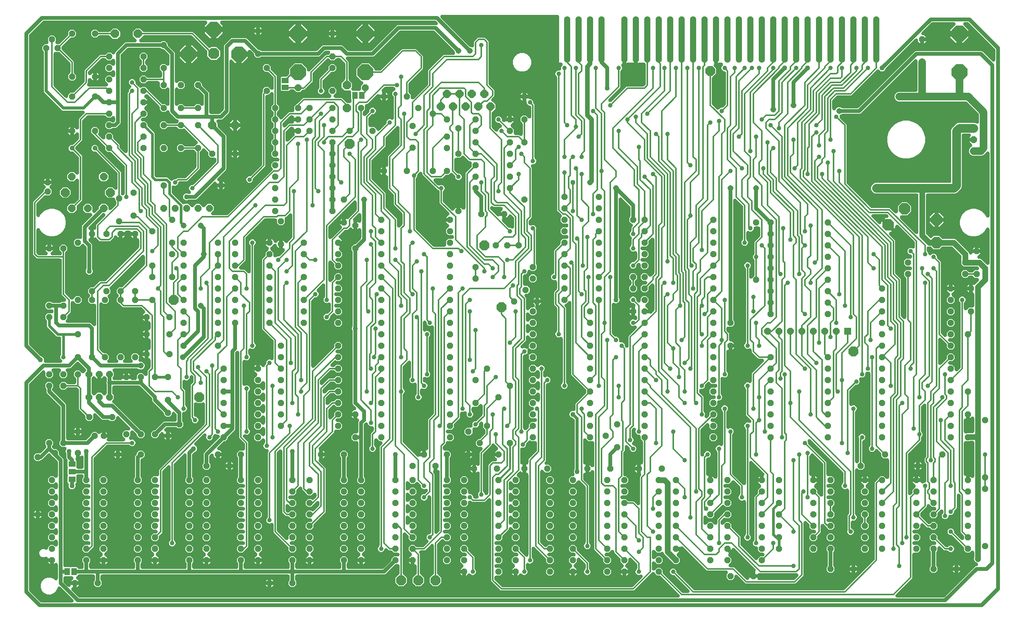
<source format=gbl>
G04 EAGLE Gerber RS-274X export*
G75*
%MOMM*%
%FSLAX34Y34*%
%LPD*%
%INBottom Copper*%
%IPPOS*%
%AMOC8*
5,1,8,0,0,1.08239X$1,22.5*%
G01*
%ADD10P,2.749271X8X112.500000*%
%ADD11P,1.429621X8X112.500000*%
%ADD12P,1.429621X8X292.500000*%
%ADD13P,1.429621X8X202.500000*%
%ADD14P,2.749271X8X247.500000*%
%ADD15P,1.429621X8X22.500000*%
%ADD16P,2.061953X8X22.500000*%
%ADD17P,1.091049X8X202.500000*%
%ADD18P,1.649562X8X202.500000*%
%ADD19P,1.785944X8X202.500000*%
%ADD20P,2.110661X8X202.500000*%
%ADD21P,1.938236X8X202.500000*%
%ADD22P,1.649562X8X112.500000*%
%ADD23P,1.632244X8X292.500000*%
%ADD24R,1.508000X1.508000*%
%ADD25P,2.336880X8X202.500000*%
%ADD26P,2.336880X8X22.500000*%
%ADD27C,1.143000*%
%ADD28P,3.805683X8X202.500000*%
%ADD29P,1.632244X8X22.500000*%
%ADD30R,1.500000X1.300000*%
%ADD31R,1.168400X1.600200*%
%ADD32P,2.597736X8X22.500000*%
%ADD33P,3.697444X8X22.500000*%
%ADD34P,2.061953X8X112.500000*%
%ADD35R,1.600200X1.168400*%
%ADD36C,1.308000*%
%ADD37C,1.108000*%
%ADD38C,0.812800*%
%ADD39C,1.270000*%
%ADD40C,1.930400*%
%ADD41C,0.609600*%
%ADD42C,1.016000*%
%ADD43C,0.406400*%
%ADD44C,0.711200*%
%ADD45C,0.304800*%
%ADD46C,1.008000*%
%ADD47C,1.676400*%

G36*
X113699Y14042D02*
X113699Y14042D01*
X113814Y14041D01*
X113983Y14062D01*
X114153Y14074D01*
X114265Y14098D01*
X114380Y14113D01*
X114544Y14158D01*
X114710Y14193D01*
X114818Y14233D01*
X114929Y14263D01*
X115085Y14331D01*
X115245Y14389D01*
X115347Y14443D01*
X115452Y14489D01*
X115597Y14578D01*
X115747Y14658D01*
X115840Y14726D01*
X115939Y14786D01*
X116070Y14894D01*
X116207Y14994D01*
X116290Y15075D01*
X116379Y15148D01*
X116493Y15273D01*
X116615Y15392D01*
X116686Y15483D01*
X116764Y15568D01*
X116860Y15708D01*
X116964Y15842D01*
X117021Y15942D01*
X117086Y16037D01*
X117162Y16189D01*
X117246Y16337D01*
X117289Y16445D01*
X117340Y16548D01*
X117394Y16709D01*
X117457Y16867D01*
X117484Y16979D01*
X117520Y17088D01*
X117551Y17255D01*
X117591Y17421D01*
X117602Y17535D01*
X117623Y17649D01*
X117629Y17819D01*
X117646Y17988D01*
X117641Y18103D01*
X117646Y18218D01*
X117629Y18387D01*
X117621Y18557D01*
X117600Y18670D01*
X117589Y18785D01*
X117548Y18950D01*
X117517Y19117D01*
X117481Y19226D01*
X117453Y19338D01*
X117390Y19496D01*
X117336Y19657D01*
X117284Y19760D01*
X117242Y19867D01*
X117157Y20015D01*
X117081Y20167D01*
X117015Y20262D01*
X116958Y20362D01*
X116885Y20451D01*
X116757Y20636D01*
X116532Y20880D01*
X116457Y20971D01*
X88764Y48663D01*
X88634Y48777D01*
X88510Y48897D01*
X88419Y48963D01*
X88334Y49037D01*
X88189Y49131D01*
X88050Y49233D01*
X87950Y49286D01*
X87856Y49347D01*
X87699Y49420D01*
X87547Y49501D01*
X87441Y49539D01*
X87339Y49587D01*
X87174Y49637D01*
X87012Y49696D01*
X86901Y49719D01*
X86794Y49752D01*
X86623Y49778D01*
X86454Y49814D01*
X86342Y49822D01*
X86231Y49839D01*
X86058Y49842D01*
X85886Y49854D01*
X85774Y49846D01*
X85661Y49847D01*
X85490Y49825D01*
X85318Y49813D01*
X85208Y49789D01*
X85096Y49775D01*
X84929Y49729D01*
X84760Y49693D01*
X84655Y49654D01*
X84546Y49625D01*
X84387Y49556D01*
X84226Y49496D01*
X84127Y49443D01*
X84023Y49399D01*
X83876Y49309D01*
X83724Y49227D01*
X83633Y49161D01*
X83537Y49102D01*
X83403Y48992D01*
X83264Y48890D01*
X83183Y48811D01*
X83097Y48740D01*
X82980Y48613D01*
X82856Y48492D01*
X82788Y48403D01*
X82712Y48320D01*
X82614Y48178D01*
X82508Y48041D01*
X82468Y47966D01*
X82389Y47850D01*
X82144Y47358D01*
X82137Y47345D01*
X79218Y40297D01*
X74002Y35082D01*
X67188Y32259D01*
X59812Y32259D01*
X52998Y35082D01*
X47782Y40298D01*
X44959Y47112D01*
X44959Y54488D01*
X47782Y61302D01*
X52998Y66518D01*
X59812Y69341D01*
X67188Y69341D01*
X74002Y66518D01*
X75867Y64654D01*
X75954Y64578D01*
X76034Y64496D01*
X76169Y64391D01*
X76297Y64280D01*
X76394Y64217D01*
X76485Y64147D01*
X76632Y64063D01*
X76775Y63970D01*
X76880Y63922D01*
X76980Y63865D01*
X77138Y63802D01*
X77292Y63730D01*
X77402Y63697D01*
X77509Y63654D01*
X77675Y63614D01*
X77837Y63565D01*
X77951Y63547D01*
X78063Y63520D01*
X78233Y63504D01*
X78400Y63478D01*
X78515Y63476D01*
X78630Y63465D01*
X78800Y63472D01*
X78970Y63470D01*
X79084Y63485D01*
X79200Y63490D01*
X79367Y63521D01*
X79535Y63542D01*
X79647Y63573D01*
X79760Y63594D01*
X79921Y63648D01*
X80085Y63693D01*
X80191Y63738D01*
X80300Y63775D01*
X80452Y63851D01*
X80608Y63918D01*
X80706Y63978D01*
X80809Y64030D01*
X80949Y64127D01*
X81094Y64215D01*
X81183Y64288D01*
X81278Y64354D01*
X81403Y64469D01*
X81535Y64577D01*
X81612Y64662D01*
X81697Y64740D01*
X81805Y64872D01*
X81920Y64997D01*
X81985Y65092D01*
X82058Y65181D01*
X82146Y65327D01*
X82242Y65467D01*
X82294Y65570D01*
X82353Y65668D01*
X82420Y65824D01*
X82496Y65977D01*
X82532Y66086D01*
X82578Y66192D01*
X82622Y66356D01*
X82676Y66518D01*
X82697Y66631D01*
X82727Y66742D01*
X82738Y66857D01*
X82778Y67078D01*
X82792Y67410D01*
X82803Y67527D01*
X82803Y98161D01*
X82795Y98276D01*
X82797Y98391D01*
X82775Y98560D01*
X82763Y98730D01*
X82739Y98842D01*
X82725Y98957D01*
X82680Y99121D01*
X82644Y99287D01*
X82605Y99395D01*
X82574Y99506D01*
X82507Y99662D01*
X82448Y99822D01*
X82394Y99924D01*
X82348Y100029D01*
X82260Y100174D01*
X82180Y100324D01*
X82112Y100417D01*
X82052Y100516D01*
X81944Y100647D01*
X81843Y100784D01*
X81763Y100867D01*
X81690Y100956D01*
X81564Y101071D01*
X81446Y101192D01*
X81355Y101263D01*
X81270Y101341D01*
X81129Y101437D01*
X80995Y101541D01*
X80895Y101598D01*
X80800Y101663D01*
X80648Y101739D01*
X80500Y101823D01*
X80393Y101866D01*
X80290Y101917D01*
X80129Y101971D01*
X79971Y102034D01*
X79858Y102061D01*
X79749Y102097D01*
X79582Y102128D01*
X79417Y102168D01*
X79302Y102179D01*
X79189Y102200D01*
X79019Y102206D01*
X78850Y102223D01*
X78735Y102218D01*
X78619Y102223D01*
X78450Y102206D01*
X78280Y102198D01*
X78167Y102177D01*
X78052Y102166D01*
X77887Y102125D01*
X77720Y102094D01*
X77611Y102058D01*
X77499Y102030D01*
X77341Y101967D01*
X77180Y101913D01*
X77077Y101861D01*
X76970Y101819D01*
X76823Y101734D01*
X76671Y101658D01*
X76576Y101592D01*
X76476Y101535D01*
X76387Y101462D01*
X76202Y101334D01*
X75958Y101109D01*
X75867Y101034D01*
X73913Y99081D01*
X73913Y107950D01*
X73897Y108179D01*
X73887Y108409D01*
X73877Y108463D01*
X73873Y108518D01*
X73825Y108743D01*
X73783Y108969D01*
X73766Y109022D01*
X73754Y109075D01*
X73675Y109291D01*
X73602Y109510D01*
X73577Y109559D01*
X73559Y109610D01*
X73450Y109813D01*
X73347Y110019D01*
X73316Y110064D01*
X73290Y110113D01*
X73154Y110298D01*
X73023Y110488D01*
X72986Y110528D01*
X72953Y110573D01*
X72793Y110737D01*
X72637Y110907D01*
X72636Y110907D01*
X72594Y110942D01*
X72556Y110981D01*
X72555Y110981D01*
X72374Y111122D01*
X72195Y111268D01*
X72148Y111297D01*
X72105Y111330D01*
X71905Y111444D01*
X71708Y111563D01*
X71658Y111585D01*
X71610Y111612D01*
X71395Y111698D01*
X71184Y111788D01*
X71132Y111802D01*
X71080Y111823D01*
X70856Y111877D01*
X70634Y111937D01*
X70590Y111941D01*
X70526Y111957D01*
X69959Y112012D01*
X69894Y112009D01*
X69850Y112013D01*
X60705Y112013D01*
X60705Y112061D01*
X60693Y112234D01*
X60691Y112406D01*
X60673Y112517D01*
X60665Y112630D01*
X60629Y112799D01*
X60603Y112969D01*
X60570Y113077D01*
X60546Y113187D01*
X60487Y113349D01*
X60437Y113514D01*
X60389Y113616D01*
X60350Y113722D01*
X60269Y113874D01*
X60196Y114031D01*
X60135Y114125D01*
X60082Y114224D01*
X59980Y114364D01*
X59886Y114509D01*
X59812Y114593D01*
X59745Y114684D01*
X59625Y114808D01*
X59511Y114938D01*
X59426Y115012D01*
X59348Y115092D01*
X59211Y115198D01*
X59081Y115311D01*
X58986Y115372D01*
X58897Y115441D01*
X58747Y115527D01*
X58602Y115620D01*
X58500Y115668D01*
X58402Y115723D01*
X58241Y115787D01*
X58085Y115860D01*
X57977Y115892D01*
X57873Y115934D01*
X57705Y115974D01*
X57539Y116024D01*
X57428Y116041D01*
X57319Y116068D01*
X57147Y116084D01*
X56976Y116111D01*
X56864Y116112D01*
X56752Y116123D01*
X56579Y116116D01*
X56406Y116118D01*
X56295Y116103D01*
X56182Y116098D01*
X56012Y116067D01*
X55841Y116045D01*
X55760Y116020D01*
X55622Y115994D01*
X55099Y115819D01*
X55087Y115815D01*
X55082Y115813D01*
X52598Y114784D01*
X49002Y114784D01*
X45679Y116161D01*
X43136Y118704D01*
X41759Y122027D01*
X41759Y125623D01*
X43136Y128946D01*
X45679Y131489D01*
X49002Y132866D01*
X52598Y132866D01*
X55595Y131624D01*
X55759Y131570D01*
X55919Y131506D01*
X56029Y131479D01*
X56135Y131444D01*
X56305Y131413D01*
X56473Y131372D01*
X56585Y131361D01*
X56696Y131341D01*
X56868Y131333D01*
X57040Y131317D01*
X57153Y131321D01*
X57265Y131317D01*
X57437Y131334D01*
X57610Y131341D01*
X57720Y131362D01*
X57832Y131373D01*
X58000Y131414D01*
X58170Y131445D01*
X58276Y131481D01*
X58386Y131508D01*
X58546Y131572D01*
X58710Y131626D01*
X58811Y131677D01*
X58915Y131718D01*
X59065Y131804D01*
X59219Y131882D01*
X59312Y131946D01*
X59410Y132001D01*
X59546Y132107D01*
X59688Y132205D01*
X59771Y132282D01*
X59860Y132351D01*
X59980Y132475D01*
X60107Y132592D01*
X60178Y132679D01*
X60257Y132760D01*
X60358Y132899D01*
X60468Y133033D01*
X60526Y133129D01*
X60593Y133220D01*
X60674Y133372D01*
X60763Y133520D01*
X60808Y133623D01*
X60861Y133723D01*
X60920Y133885D01*
X60988Y134044D01*
X61017Y134152D01*
X61056Y134258D01*
X61092Y134427D01*
X61137Y134594D01*
X61145Y134679D01*
X61174Y134815D01*
X61212Y135365D01*
X61213Y135378D01*
X61213Y136927D01*
X66273Y141987D01*
X73427Y141987D01*
X75867Y139547D01*
X75954Y139472D01*
X76034Y139389D01*
X76169Y139285D01*
X76297Y139174D01*
X76394Y139111D01*
X76485Y139040D01*
X76632Y138956D01*
X76775Y138864D01*
X76880Y138815D01*
X76980Y138758D01*
X77138Y138695D01*
X77292Y138624D01*
X77402Y138591D01*
X77509Y138548D01*
X77675Y138508D01*
X77837Y138459D01*
X77951Y138441D01*
X78063Y138414D01*
X78233Y138397D01*
X78400Y138371D01*
X78515Y138370D01*
X78630Y138359D01*
X78800Y138366D01*
X78970Y138364D01*
X79084Y138378D01*
X79200Y138383D01*
X79367Y138414D01*
X79535Y138436D01*
X79647Y138466D01*
X79760Y138487D01*
X79921Y138541D01*
X80085Y138586D01*
X80191Y138632D01*
X80300Y138669D01*
X80452Y138745D01*
X80608Y138812D01*
X80706Y138872D01*
X80809Y138924D01*
X80949Y139020D01*
X81094Y139109D01*
X81183Y139182D01*
X81278Y139248D01*
X81403Y139363D01*
X81535Y139471D01*
X81612Y139556D01*
X81697Y139634D01*
X81805Y139765D01*
X81920Y139891D01*
X81985Y139986D01*
X82058Y140075D01*
X82146Y140220D01*
X82242Y140360D01*
X82294Y140464D01*
X82353Y140562D01*
X82420Y140718D01*
X82496Y140870D01*
X82532Y140980D01*
X82578Y141086D01*
X82622Y141250D01*
X82676Y141411D01*
X82697Y141525D01*
X82727Y141636D01*
X82738Y141750D01*
X82778Y141972D01*
X82792Y142303D01*
X82803Y142420D01*
X82803Y149680D01*
X82795Y149795D01*
X82797Y149910D01*
X82775Y150078D01*
X82763Y150248D01*
X82739Y150361D01*
X82725Y150475D01*
X82680Y150639D01*
X82644Y150805D01*
X82605Y150913D01*
X82574Y151025D01*
X82507Y151180D01*
X82448Y151340D01*
X82394Y151442D01*
X82348Y151548D01*
X82260Y151693D01*
X82180Y151843D01*
X82112Y151936D01*
X82052Y152034D01*
X81944Y152165D01*
X81843Y152303D01*
X81763Y152385D01*
X81690Y152474D01*
X81564Y152589D01*
X81446Y152711D01*
X81355Y152781D01*
X81270Y152859D01*
X81130Y152956D01*
X80995Y153060D01*
X80895Y153117D01*
X80800Y153182D01*
X80648Y153257D01*
X80500Y153342D01*
X80393Y153384D01*
X80290Y153436D01*
X80129Y153489D01*
X79971Y153552D01*
X79858Y153579D01*
X79749Y153615D01*
X79582Y153646D01*
X79417Y153686D01*
X79302Y153697D01*
X79189Y153718D01*
X79019Y153725D01*
X78850Y153741D01*
X78735Y153736D01*
X78619Y153741D01*
X78450Y153724D01*
X78280Y153717D01*
X78167Y153696D01*
X78052Y153684D01*
X77887Y153644D01*
X77720Y153613D01*
X77611Y153576D01*
X77499Y153549D01*
X77341Y153486D01*
X77180Y153431D01*
X77077Y153380D01*
X76970Y153337D01*
X76823Y153253D01*
X76671Y153176D01*
X76576Y153111D01*
X76476Y153054D01*
X76387Y152980D01*
X76202Y152852D01*
X75958Y152627D01*
X75867Y152553D01*
X73427Y150113D01*
X66273Y150113D01*
X61213Y155173D01*
X61213Y162327D01*
X66273Y167387D01*
X73427Y167387D01*
X75867Y164947D01*
X75954Y164872D01*
X76034Y164789D01*
X76169Y164685D01*
X76297Y164574D01*
X76394Y164511D01*
X76485Y164440D01*
X76632Y164356D01*
X76775Y164264D01*
X76880Y164215D01*
X76980Y164158D01*
X77138Y164095D01*
X77292Y164024D01*
X77402Y163991D01*
X77509Y163948D01*
X77675Y163908D01*
X77837Y163859D01*
X77951Y163841D01*
X78063Y163814D01*
X78233Y163797D01*
X78400Y163771D01*
X78515Y163770D01*
X78630Y163759D01*
X78800Y163766D01*
X78970Y163764D01*
X79084Y163778D01*
X79200Y163783D01*
X79367Y163814D01*
X79535Y163836D01*
X79647Y163866D01*
X79760Y163887D01*
X79921Y163941D01*
X80085Y163986D01*
X80191Y164032D01*
X80300Y164069D01*
X80452Y164145D01*
X80608Y164212D01*
X80706Y164272D01*
X80809Y164324D01*
X80949Y164420D01*
X81094Y164509D01*
X81183Y164582D01*
X81278Y164648D01*
X81403Y164763D01*
X81535Y164871D01*
X81612Y164956D01*
X81697Y165034D01*
X81805Y165165D01*
X81920Y165291D01*
X81985Y165386D01*
X82058Y165475D01*
X82146Y165620D01*
X82242Y165760D01*
X82294Y165864D01*
X82353Y165962D01*
X82420Y166118D01*
X82496Y166270D01*
X82532Y166380D01*
X82578Y166486D01*
X82622Y166650D01*
X82676Y166811D01*
X82697Y166925D01*
X82727Y167036D01*
X82738Y167150D01*
X82778Y167372D01*
X82792Y167703D01*
X82803Y167820D01*
X82803Y175080D01*
X82795Y175195D01*
X82797Y175310D01*
X82775Y175478D01*
X82763Y175648D01*
X82739Y175761D01*
X82725Y175875D01*
X82680Y176039D01*
X82644Y176205D01*
X82605Y176313D01*
X82574Y176425D01*
X82507Y176580D01*
X82448Y176740D01*
X82394Y176842D01*
X82348Y176948D01*
X82260Y177093D01*
X82180Y177243D01*
X82112Y177336D01*
X82052Y177434D01*
X81944Y177565D01*
X81843Y177703D01*
X81763Y177785D01*
X81690Y177874D01*
X81564Y177989D01*
X81446Y178111D01*
X81355Y178181D01*
X81270Y178259D01*
X81130Y178356D01*
X80995Y178460D01*
X80895Y178517D01*
X80800Y178582D01*
X80648Y178657D01*
X80500Y178742D01*
X80393Y178784D01*
X80290Y178836D01*
X80129Y178889D01*
X79971Y178952D01*
X79858Y178979D01*
X79749Y179015D01*
X79582Y179046D01*
X79417Y179086D01*
X79302Y179097D01*
X79189Y179118D01*
X79019Y179125D01*
X78850Y179141D01*
X78735Y179136D01*
X78619Y179141D01*
X78450Y179124D01*
X78280Y179117D01*
X78167Y179096D01*
X78052Y179084D01*
X77887Y179044D01*
X77720Y179013D01*
X77611Y178976D01*
X77499Y178949D01*
X77341Y178886D01*
X77180Y178831D01*
X77077Y178780D01*
X76970Y178737D01*
X76823Y178653D01*
X76671Y178576D01*
X76576Y178511D01*
X76476Y178454D01*
X76387Y178380D01*
X76202Y178252D01*
X75958Y178027D01*
X75867Y177953D01*
X73427Y175513D01*
X66273Y175513D01*
X61213Y180573D01*
X61213Y187727D01*
X66273Y192787D01*
X73427Y192787D01*
X75867Y190347D01*
X75954Y190272D01*
X76034Y190189D01*
X76169Y190085D01*
X76297Y189974D01*
X76394Y189911D01*
X76485Y189840D01*
X76632Y189756D01*
X76775Y189664D01*
X76880Y189615D01*
X76980Y189558D01*
X77138Y189495D01*
X77292Y189424D01*
X77402Y189391D01*
X77509Y189348D01*
X77675Y189308D01*
X77837Y189259D01*
X77951Y189241D01*
X78063Y189214D01*
X78233Y189197D01*
X78400Y189171D01*
X78515Y189170D01*
X78630Y189159D01*
X78800Y189166D01*
X78970Y189164D01*
X79084Y189178D01*
X79200Y189183D01*
X79367Y189214D01*
X79535Y189236D01*
X79647Y189266D01*
X79760Y189287D01*
X79921Y189341D01*
X80085Y189386D01*
X80191Y189432D01*
X80300Y189469D01*
X80452Y189545D01*
X80608Y189612D01*
X80706Y189672D01*
X80809Y189724D01*
X80949Y189820D01*
X81094Y189909D01*
X81183Y189982D01*
X81278Y190048D01*
X81403Y190163D01*
X81535Y190271D01*
X81612Y190356D01*
X81697Y190434D01*
X81805Y190565D01*
X81920Y190691D01*
X81985Y190786D01*
X82058Y190875D01*
X82146Y191020D01*
X82242Y191160D01*
X82294Y191264D01*
X82353Y191362D01*
X82420Y191518D01*
X82496Y191670D01*
X82532Y191780D01*
X82578Y191886D01*
X82622Y192050D01*
X82676Y192211D01*
X82697Y192325D01*
X82727Y192436D01*
X82738Y192550D01*
X82778Y192772D01*
X82792Y193103D01*
X82803Y193220D01*
X82803Y200480D01*
X82795Y200595D01*
X82797Y200710D01*
X82775Y200878D01*
X82763Y201048D01*
X82739Y201161D01*
X82725Y201275D01*
X82680Y201439D01*
X82644Y201605D01*
X82605Y201713D01*
X82574Y201825D01*
X82507Y201980D01*
X82448Y202140D01*
X82394Y202242D01*
X82348Y202348D01*
X82260Y202493D01*
X82180Y202643D01*
X82112Y202736D01*
X82052Y202834D01*
X81944Y202965D01*
X81843Y203103D01*
X81763Y203185D01*
X81690Y203274D01*
X81564Y203389D01*
X81446Y203511D01*
X81355Y203581D01*
X81270Y203659D01*
X81130Y203756D01*
X80995Y203860D01*
X80895Y203917D01*
X80800Y203982D01*
X80648Y204057D01*
X80500Y204142D01*
X80393Y204184D01*
X80290Y204236D01*
X80129Y204289D01*
X79971Y204352D01*
X79858Y204379D01*
X79749Y204415D01*
X79582Y204446D01*
X79417Y204486D01*
X79302Y204497D01*
X79189Y204518D01*
X79019Y204525D01*
X78850Y204541D01*
X78735Y204536D01*
X78619Y204541D01*
X78450Y204524D01*
X78280Y204517D01*
X78167Y204496D01*
X78052Y204484D01*
X77887Y204444D01*
X77720Y204413D01*
X77611Y204376D01*
X77499Y204349D01*
X77341Y204286D01*
X77180Y204231D01*
X77077Y204180D01*
X76970Y204137D01*
X76823Y204053D01*
X76671Y203976D01*
X76576Y203911D01*
X76476Y203854D01*
X76387Y203780D01*
X76202Y203652D01*
X75958Y203427D01*
X75867Y203353D01*
X73427Y200913D01*
X66273Y200913D01*
X61213Y205973D01*
X61213Y213127D01*
X66273Y218187D01*
X73427Y218187D01*
X75867Y215747D01*
X75954Y215672D01*
X76034Y215589D01*
X76169Y215485D01*
X76297Y215374D01*
X76394Y215311D01*
X76485Y215240D01*
X76632Y215156D01*
X76775Y215064D01*
X76880Y215015D01*
X76980Y214958D01*
X77138Y214895D01*
X77292Y214824D01*
X77402Y214791D01*
X77509Y214748D01*
X77675Y214708D01*
X77837Y214659D01*
X77951Y214641D01*
X78063Y214614D01*
X78233Y214597D01*
X78400Y214571D01*
X78515Y214570D01*
X78630Y214559D01*
X78800Y214566D01*
X78970Y214564D01*
X79084Y214578D01*
X79200Y214583D01*
X79367Y214614D01*
X79535Y214636D01*
X79647Y214666D01*
X79760Y214687D01*
X79921Y214741D01*
X80085Y214786D01*
X80191Y214832D01*
X80300Y214869D01*
X80452Y214945D01*
X80608Y215012D01*
X80706Y215072D01*
X80809Y215124D01*
X80949Y215220D01*
X81094Y215309D01*
X81183Y215382D01*
X81278Y215448D01*
X81403Y215563D01*
X81535Y215671D01*
X81612Y215756D01*
X81697Y215834D01*
X81805Y215965D01*
X81920Y216091D01*
X81985Y216186D01*
X82058Y216275D01*
X82146Y216420D01*
X82242Y216560D01*
X82294Y216664D01*
X82353Y216762D01*
X82420Y216918D01*
X82496Y217070D01*
X82532Y217180D01*
X82578Y217286D01*
X82622Y217450D01*
X82676Y217611D01*
X82697Y217725D01*
X82727Y217836D01*
X82738Y217950D01*
X82778Y218172D01*
X82792Y218503D01*
X82803Y218620D01*
X82803Y225880D01*
X82795Y225995D01*
X82797Y226110D01*
X82775Y226278D01*
X82763Y226448D01*
X82739Y226561D01*
X82725Y226675D01*
X82680Y226839D01*
X82644Y227005D01*
X82605Y227113D01*
X82574Y227225D01*
X82507Y227380D01*
X82448Y227540D01*
X82394Y227642D01*
X82348Y227748D01*
X82260Y227893D01*
X82180Y228043D01*
X82112Y228136D01*
X82052Y228234D01*
X81944Y228365D01*
X81843Y228503D01*
X81763Y228585D01*
X81690Y228674D01*
X81564Y228789D01*
X81446Y228911D01*
X81355Y228981D01*
X81270Y229059D01*
X81130Y229156D01*
X80995Y229260D01*
X80895Y229317D01*
X80800Y229382D01*
X80648Y229457D01*
X80500Y229542D01*
X80393Y229584D01*
X80290Y229636D01*
X80129Y229689D01*
X79971Y229752D01*
X79858Y229779D01*
X79749Y229815D01*
X79582Y229846D01*
X79417Y229886D01*
X79302Y229897D01*
X79189Y229918D01*
X79019Y229925D01*
X78850Y229941D01*
X78735Y229936D01*
X78619Y229941D01*
X78450Y229924D01*
X78280Y229917D01*
X78167Y229896D01*
X78052Y229884D01*
X77887Y229844D01*
X77720Y229813D01*
X77611Y229776D01*
X77499Y229749D01*
X77341Y229686D01*
X77180Y229631D01*
X77077Y229580D01*
X76970Y229537D01*
X76823Y229453D01*
X76671Y229376D01*
X76576Y229311D01*
X76476Y229254D01*
X76387Y229180D01*
X76202Y229052D01*
X75958Y228827D01*
X75867Y228753D01*
X73427Y226313D01*
X66273Y226313D01*
X61213Y231373D01*
X61213Y238527D01*
X66273Y243587D01*
X73427Y243587D01*
X75867Y241147D01*
X75954Y241072D01*
X76034Y240989D01*
X76169Y240885D01*
X76297Y240774D01*
X76394Y240711D01*
X76485Y240640D01*
X76632Y240556D01*
X76775Y240464D01*
X76880Y240415D01*
X76980Y240358D01*
X77138Y240295D01*
X77292Y240224D01*
X77402Y240191D01*
X77509Y240148D01*
X77675Y240108D01*
X77837Y240059D01*
X77951Y240041D01*
X78063Y240014D01*
X78233Y239997D01*
X78400Y239971D01*
X78515Y239970D01*
X78630Y239959D01*
X78800Y239966D01*
X78970Y239964D01*
X79084Y239978D01*
X79200Y239983D01*
X79367Y240014D01*
X79535Y240036D01*
X79647Y240066D01*
X79760Y240087D01*
X79921Y240141D01*
X80085Y240186D01*
X80191Y240232D01*
X80300Y240269D01*
X80452Y240345D01*
X80608Y240412D01*
X80706Y240472D01*
X80809Y240524D01*
X80949Y240620D01*
X81094Y240709D01*
X81183Y240782D01*
X81278Y240848D01*
X81403Y240963D01*
X81535Y241071D01*
X81612Y241156D01*
X81697Y241234D01*
X81805Y241365D01*
X81920Y241491D01*
X81985Y241586D01*
X82058Y241675D01*
X82146Y241820D01*
X82242Y241960D01*
X82294Y242064D01*
X82353Y242162D01*
X82420Y242318D01*
X82496Y242470D01*
X82532Y242580D01*
X82578Y242686D01*
X82622Y242850D01*
X82676Y243011D01*
X82697Y243125D01*
X82727Y243236D01*
X82738Y243350D01*
X82778Y243572D01*
X82792Y243903D01*
X82803Y244020D01*
X82803Y251280D01*
X82795Y251395D01*
X82797Y251510D01*
X82775Y251678D01*
X82763Y251848D01*
X82739Y251961D01*
X82725Y252075D01*
X82680Y252239D01*
X82644Y252405D01*
X82605Y252513D01*
X82574Y252625D01*
X82507Y252780D01*
X82448Y252940D01*
X82394Y253042D01*
X82348Y253148D01*
X82260Y253293D01*
X82180Y253443D01*
X82112Y253536D01*
X82052Y253634D01*
X81944Y253765D01*
X81843Y253903D01*
X81763Y253985D01*
X81690Y254074D01*
X81564Y254189D01*
X81446Y254311D01*
X81355Y254381D01*
X81270Y254459D01*
X81130Y254556D01*
X80995Y254660D01*
X80895Y254717D01*
X80800Y254782D01*
X80648Y254857D01*
X80500Y254942D01*
X80393Y254984D01*
X80290Y255036D01*
X80129Y255089D01*
X79971Y255152D01*
X79858Y255179D01*
X79749Y255215D01*
X79582Y255246D01*
X79417Y255286D01*
X79302Y255297D01*
X79189Y255318D01*
X79019Y255325D01*
X78850Y255341D01*
X78735Y255336D01*
X78619Y255341D01*
X78450Y255324D01*
X78280Y255317D01*
X78167Y255296D01*
X78052Y255284D01*
X77887Y255244D01*
X77720Y255213D01*
X77611Y255176D01*
X77499Y255149D01*
X77341Y255086D01*
X77180Y255031D01*
X77077Y254980D01*
X76970Y254937D01*
X76823Y254853D01*
X76671Y254776D01*
X76576Y254711D01*
X76476Y254654D01*
X76387Y254580D01*
X76202Y254452D01*
X75958Y254227D01*
X75867Y254153D01*
X73427Y251713D01*
X66273Y251713D01*
X61213Y256773D01*
X61213Y263927D01*
X66273Y268987D01*
X73427Y268987D01*
X75867Y266547D01*
X75954Y266472D01*
X76034Y266389D01*
X76169Y266285D01*
X76297Y266174D01*
X76394Y266111D01*
X76485Y266040D01*
X76632Y265956D01*
X76775Y265864D01*
X76880Y265815D01*
X76980Y265758D01*
X77138Y265695D01*
X77292Y265624D01*
X77402Y265591D01*
X77509Y265548D01*
X77675Y265508D01*
X77837Y265459D01*
X77951Y265441D01*
X78063Y265414D01*
X78233Y265397D01*
X78400Y265371D01*
X78515Y265370D01*
X78630Y265359D01*
X78800Y265366D01*
X78970Y265364D01*
X79084Y265378D01*
X79200Y265383D01*
X79367Y265414D01*
X79535Y265436D01*
X79647Y265466D01*
X79760Y265487D01*
X79921Y265541D01*
X80085Y265586D01*
X80191Y265632D01*
X80300Y265669D01*
X80452Y265745D01*
X80608Y265812D01*
X80706Y265872D01*
X80809Y265924D01*
X80949Y266020D01*
X81094Y266109D01*
X81183Y266182D01*
X81278Y266248D01*
X81403Y266363D01*
X81535Y266471D01*
X81612Y266556D01*
X81697Y266634D01*
X81805Y266765D01*
X81920Y266891D01*
X81985Y266986D01*
X82058Y267075D01*
X82146Y267220D01*
X82242Y267360D01*
X82294Y267464D01*
X82353Y267562D01*
X82420Y267718D01*
X82496Y267870D01*
X82532Y267980D01*
X82578Y268086D01*
X82622Y268250D01*
X82676Y268411D01*
X82697Y268525D01*
X82727Y268636D01*
X82738Y268750D01*
X82778Y268972D01*
X82792Y269303D01*
X82803Y269420D01*
X82803Y276680D01*
X82795Y276795D01*
X82797Y276910D01*
X82775Y277078D01*
X82763Y277248D01*
X82739Y277361D01*
X82725Y277475D01*
X82680Y277639D01*
X82644Y277805D01*
X82605Y277913D01*
X82574Y278025D01*
X82507Y278180D01*
X82448Y278340D01*
X82394Y278442D01*
X82348Y278548D01*
X82260Y278693D01*
X82180Y278843D01*
X82112Y278936D01*
X82052Y279034D01*
X81944Y279165D01*
X81843Y279303D01*
X81763Y279385D01*
X81690Y279474D01*
X81564Y279589D01*
X81446Y279711D01*
X81355Y279781D01*
X81270Y279859D01*
X81130Y279956D01*
X80995Y280060D01*
X80895Y280117D01*
X80800Y280182D01*
X80648Y280257D01*
X80500Y280342D01*
X80393Y280384D01*
X80290Y280436D01*
X80129Y280489D01*
X79971Y280552D01*
X79858Y280579D01*
X79749Y280615D01*
X79582Y280646D01*
X79417Y280686D01*
X79302Y280697D01*
X79189Y280718D01*
X79019Y280725D01*
X78850Y280741D01*
X78735Y280736D01*
X78619Y280741D01*
X78450Y280724D01*
X78280Y280717D01*
X78167Y280696D01*
X78052Y280684D01*
X77887Y280644D01*
X77720Y280613D01*
X77611Y280576D01*
X77499Y280549D01*
X77341Y280486D01*
X77180Y280431D01*
X77077Y280380D01*
X76970Y280337D01*
X76823Y280253D01*
X76671Y280176D01*
X76576Y280111D01*
X76476Y280054D01*
X76387Y279980D01*
X76202Y279852D01*
X75958Y279627D01*
X75867Y279553D01*
X73427Y277113D01*
X66273Y277113D01*
X61213Y282173D01*
X61213Y289327D01*
X66273Y294387D01*
X73427Y294387D01*
X75867Y291947D01*
X75954Y291872D01*
X76034Y291789D01*
X76169Y291685D01*
X76297Y291574D01*
X76394Y291511D01*
X76485Y291440D01*
X76632Y291356D01*
X76775Y291264D01*
X76880Y291215D01*
X76980Y291158D01*
X77138Y291095D01*
X77292Y291024D01*
X77402Y290991D01*
X77509Y290948D01*
X77675Y290908D01*
X77837Y290859D01*
X77951Y290841D01*
X78063Y290814D01*
X78233Y290797D01*
X78400Y290771D01*
X78515Y290770D01*
X78630Y290759D01*
X78800Y290766D01*
X78970Y290764D01*
X79084Y290778D01*
X79200Y290783D01*
X79367Y290814D01*
X79535Y290836D01*
X79647Y290866D01*
X79760Y290887D01*
X79921Y290941D01*
X80085Y290986D01*
X80191Y291032D01*
X80300Y291069D01*
X80452Y291145D01*
X80608Y291212D01*
X80706Y291272D01*
X80809Y291324D01*
X80949Y291420D01*
X81094Y291509D01*
X81183Y291582D01*
X81278Y291648D01*
X81403Y291763D01*
X81535Y291871D01*
X81612Y291956D01*
X81697Y292034D01*
X81805Y292165D01*
X81920Y292291D01*
X81985Y292386D01*
X82058Y292475D01*
X82146Y292620D01*
X82242Y292760D01*
X82294Y292864D01*
X82353Y292962D01*
X82420Y293118D01*
X82496Y293270D01*
X82532Y293380D01*
X82578Y293486D01*
X82622Y293650D01*
X82676Y293811D01*
X82697Y293925D01*
X82727Y294036D01*
X82738Y294150D01*
X82778Y294372D01*
X82792Y294703D01*
X82803Y294820D01*
X82803Y325992D01*
X82799Y326052D01*
X82801Y326112D01*
X82779Y326336D01*
X82763Y326560D01*
X82751Y326619D01*
X82745Y326679D01*
X82691Y326897D01*
X82644Y327117D01*
X82624Y327174D01*
X82609Y327233D01*
X82526Y327441D01*
X82448Y327652D01*
X82420Y327706D01*
X82398Y327762D01*
X82286Y327956D01*
X82180Y328155D01*
X82144Y328203D01*
X82114Y328256D01*
X82039Y328347D01*
X81843Y328615D01*
X81686Y328776D01*
X81613Y328865D01*
X74230Y336248D01*
X74184Y336288D01*
X74143Y336332D01*
X73969Y336474D01*
X73800Y336622D01*
X73749Y336655D01*
X73702Y336693D01*
X73510Y336809D01*
X73321Y336932D01*
X73267Y336957D01*
X73215Y336988D01*
X73009Y337077D01*
X72963Y337098D01*
X67231Y342829D01*
X67208Y342892D01*
X67154Y342994D01*
X67108Y343100D01*
X67020Y343245D01*
X66940Y343395D01*
X66872Y343488D01*
X66812Y343586D01*
X66704Y343717D01*
X66603Y343855D01*
X66523Y343937D01*
X66450Y344026D01*
X66325Y344141D01*
X66206Y344263D01*
X66115Y344333D01*
X66030Y344411D01*
X65890Y344508D01*
X65755Y344612D01*
X65655Y344669D01*
X65560Y344734D01*
X65408Y344810D01*
X65260Y344894D01*
X65153Y344936D01*
X65050Y344988D01*
X64889Y345041D01*
X64731Y345104D01*
X64618Y345131D01*
X64509Y345168D01*
X64342Y345198D01*
X64177Y345238D01*
X64062Y345249D01*
X63949Y345270D01*
X63779Y345277D01*
X63610Y345293D01*
X63495Y345288D01*
X63379Y345293D01*
X63210Y345276D01*
X63040Y345269D01*
X62927Y345248D01*
X62813Y345236D01*
X62647Y345196D01*
X62480Y345165D01*
X62371Y345128D01*
X62259Y345101D01*
X62101Y345038D01*
X61940Y344983D01*
X61837Y344932D01*
X61730Y344889D01*
X61583Y344804D01*
X61431Y344728D01*
X61336Y344663D01*
X61236Y344606D01*
X61147Y344532D01*
X60962Y344405D01*
X60718Y344180D01*
X60627Y344105D01*
X47904Y331381D01*
X45620Y330435D01*
X45556Y330429D01*
X45332Y330413D01*
X45273Y330401D01*
X45213Y330395D01*
X44994Y330341D01*
X44775Y330294D01*
X44718Y330274D01*
X44659Y330259D01*
X44451Y330176D01*
X44240Y330098D01*
X44186Y330070D01*
X44130Y330047D01*
X43936Y329936D01*
X43737Y329830D01*
X43689Y329794D01*
X43636Y329764D01*
X43545Y329689D01*
X43277Y329493D01*
X43116Y329336D01*
X43027Y329263D01*
X41677Y327913D01*
X34523Y327913D01*
X29463Y332973D01*
X29463Y340127D01*
X34523Y345187D01*
X42782Y345187D01*
X42842Y345191D01*
X42902Y345189D01*
X43126Y345211D01*
X43350Y345227D01*
X43409Y345239D01*
X43469Y345245D01*
X43687Y345299D01*
X43907Y345346D01*
X43964Y345366D01*
X44023Y345381D01*
X44231Y345464D01*
X44442Y345542D01*
X44496Y345570D01*
X44552Y345592D01*
X44746Y345704D01*
X44945Y345810D01*
X44993Y345846D01*
X45046Y345876D01*
X45137Y345951D01*
X45405Y346147D01*
X45566Y346304D01*
X45655Y346377D01*
X56213Y356935D01*
X56253Y356981D01*
X56297Y357022D01*
X56439Y357196D01*
X56587Y357365D01*
X56620Y357416D01*
X56658Y357463D01*
X56775Y357655D01*
X56897Y357844D01*
X56922Y357898D01*
X56953Y357950D01*
X57042Y358156D01*
X57137Y358360D01*
X57154Y358418D01*
X57178Y358474D01*
X57236Y358690D01*
X57302Y358906D01*
X57311Y358965D01*
X57327Y359024D01*
X57338Y359141D01*
X57389Y359469D01*
X57392Y359694D01*
X57403Y359808D01*
X57403Y360500D01*
X57399Y360560D01*
X57401Y360620D01*
X57379Y360844D01*
X57363Y361068D01*
X57351Y361127D01*
X57345Y361187D01*
X57291Y361405D01*
X57244Y361625D01*
X57224Y361682D01*
X57209Y361740D01*
X57126Y361949D01*
X57048Y362160D01*
X57020Y362213D01*
X56998Y362269D01*
X56886Y362464D01*
X56780Y362663D01*
X56744Y362711D01*
X56714Y362764D01*
X56639Y362855D01*
X56443Y363122D01*
X56286Y363284D01*
X56213Y363373D01*
X54863Y364723D01*
X54863Y371877D01*
X59923Y376937D01*
X67077Y376937D01*
X72137Y371877D01*
X72137Y364723D01*
X70787Y363373D01*
X70747Y363327D01*
X70703Y363286D01*
X70561Y363112D01*
X70413Y362943D01*
X70380Y362892D01*
X70342Y362845D01*
X70225Y362653D01*
X70103Y362464D01*
X70078Y362410D01*
X70047Y362358D01*
X69958Y362152D01*
X69863Y361947D01*
X69846Y361889D01*
X69822Y361834D01*
X69764Y361617D01*
X69698Y361402D01*
X69689Y361342D01*
X69673Y361284D01*
X69662Y361167D01*
X69611Y360839D01*
X69608Y360614D01*
X69597Y360500D01*
X69597Y359808D01*
X69601Y359748D01*
X69599Y359688D01*
X69621Y359464D01*
X69637Y359240D01*
X69649Y359181D01*
X69655Y359121D01*
X69709Y358903D01*
X69756Y358683D01*
X69776Y358626D01*
X69791Y358567D01*
X69874Y358359D01*
X69952Y358148D01*
X69980Y358094D01*
X70002Y358038D01*
X70114Y357843D01*
X70220Y357645D01*
X70256Y357597D01*
X70286Y357544D01*
X70361Y357453D01*
X70557Y357185D01*
X70714Y357024D01*
X70787Y356935D01*
X71820Y355902D01*
X71866Y355862D01*
X71907Y355818D01*
X72081Y355676D01*
X72250Y355528D01*
X72301Y355495D01*
X72348Y355457D01*
X72540Y355340D01*
X72729Y355218D01*
X72783Y355193D01*
X72835Y355162D01*
X73041Y355073D01*
X73245Y354978D01*
X73303Y354961D01*
X73359Y354937D01*
X73575Y354879D01*
X73791Y354813D01*
X73850Y354804D01*
X73909Y354788D01*
X74026Y354777D01*
X74354Y354726D01*
X74579Y354723D01*
X74693Y354712D01*
X79777Y354712D01*
X84837Y349652D01*
X84837Y344568D01*
X84841Y344508D01*
X84839Y344448D01*
X84861Y344224D01*
X84877Y344000D01*
X84889Y343941D01*
X84895Y343881D01*
X84949Y343663D01*
X84996Y343443D01*
X85016Y343386D01*
X85031Y343327D01*
X85114Y343119D01*
X85192Y342908D01*
X85220Y342854D01*
X85242Y342798D01*
X85354Y342603D01*
X85460Y342405D01*
X85496Y342357D01*
X85526Y342304D01*
X85601Y342213D01*
X85797Y341945D01*
X85954Y341784D01*
X86027Y341695D01*
X91782Y335940D01*
X94073Y333649D01*
X94082Y333626D01*
X94189Y333425D01*
X94290Y333222D01*
X94323Y333175D01*
X94350Y333124D01*
X94485Y332940D01*
X94614Y332753D01*
X94653Y332711D01*
X94687Y332664D01*
X94846Y332500D01*
X94999Y332334D01*
X95044Y332297D01*
X95077Y332263D01*
X95073Y332248D01*
X95062Y332132D01*
X95011Y331797D01*
X95008Y331577D01*
X94997Y331463D01*
X94997Y96647D01*
X95013Y96418D01*
X95023Y96187D01*
X95033Y96133D01*
X95037Y96079D01*
X95085Y95853D01*
X95127Y95627D01*
X95144Y95575D01*
X95156Y95521D01*
X95235Y95305D01*
X95308Y95087D01*
X95333Y95038D01*
X95352Y94986D01*
X95460Y94783D01*
X95563Y94578D01*
X95594Y94532D01*
X95620Y94484D01*
X95756Y94298D01*
X95887Y94109D01*
X95924Y94068D01*
X95957Y94024D01*
X96117Y93859D01*
X96273Y93690D01*
X96316Y93655D01*
X96354Y93616D01*
X96536Y93475D01*
X96714Y93329D01*
X96762Y93301D01*
X96805Y93267D01*
X97005Y93153D01*
X97202Y93034D01*
X97252Y93012D01*
X97300Y92985D01*
X97514Y92900D01*
X97725Y92809D01*
X97778Y92795D01*
X97829Y92775D01*
X98054Y92720D01*
X98275Y92660D01*
X98319Y92656D01*
X98383Y92640D01*
X98950Y92585D01*
X99016Y92588D01*
X99060Y92584D01*
X109784Y92584D01*
X109897Y92550D01*
X110110Y92478D01*
X110170Y92467D01*
X110228Y92450D01*
X110450Y92416D01*
X110671Y92375D01*
X110731Y92372D01*
X110791Y92363D01*
X111016Y92361D01*
X111240Y92351D01*
X111300Y92357D01*
X111361Y92356D01*
X111583Y92385D01*
X111807Y92407D01*
X111866Y92421D01*
X111926Y92429D01*
X112038Y92463D01*
X112361Y92542D01*
X112465Y92584D01*
X124991Y92584D01*
X125738Y92274D01*
X126310Y91702D01*
X126537Y91155D01*
X126538Y91153D01*
X126539Y91150D01*
X126667Y90894D01*
X126791Y90645D01*
X126793Y90643D01*
X126794Y90641D01*
X126957Y90404D01*
X127115Y90176D01*
X127116Y90174D01*
X127118Y90172D01*
X127318Y89955D01*
X127500Y89757D01*
X127502Y89755D01*
X127504Y89753D01*
X127722Y89575D01*
X127941Y89395D01*
X127943Y89394D01*
X127945Y89392D01*
X128193Y89242D01*
X128428Y89099D01*
X128430Y89098D01*
X128433Y89097D01*
X128688Y88987D01*
X128951Y88874D01*
X128954Y88873D01*
X128956Y88872D01*
X129226Y88799D01*
X129501Y88724D01*
X129504Y88724D01*
X129506Y88723D01*
X129520Y88722D01*
X130066Y88653D01*
X130206Y88655D01*
X130291Y88647D01*
X135890Y88647D01*
X136119Y88663D01*
X136350Y88673D01*
X136404Y88683D01*
X136458Y88687D01*
X136684Y88735D01*
X136910Y88777D01*
X136962Y88794D01*
X137016Y88806D01*
X137232Y88885D01*
X137450Y88958D01*
X137499Y88983D01*
X137551Y89002D01*
X137754Y89110D01*
X137959Y89213D01*
X138005Y89244D01*
X138053Y89270D01*
X138239Y89406D01*
X138428Y89537D01*
X138469Y89574D01*
X138513Y89607D01*
X138678Y89767D01*
X138847Y89923D01*
X138882Y89966D01*
X138921Y90004D01*
X139062Y90186D01*
X139208Y90364D01*
X139236Y90412D01*
X139270Y90455D01*
X139384Y90655D01*
X139503Y90852D01*
X139525Y90902D01*
X139552Y90950D01*
X139637Y91164D01*
X139728Y91375D01*
X139742Y91428D01*
X139762Y91479D01*
X139817Y91704D01*
X139877Y91925D01*
X139881Y91969D01*
X139897Y92033D01*
X139952Y92600D01*
X139949Y92666D01*
X139953Y92710D01*
X139953Y100150D01*
X139949Y100210D01*
X139951Y100270D01*
X139929Y100494D01*
X139913Y100718D01*
X139901Y100777D01*
X139895Y100837D01*
X139841Y101056D01*
X139794Y101275D01*
X139774Y101332D01*
X139759Y101391D01*
X139676Y101599D01*
X139598Y101810D01*
X139570Y101864D01*
X139547Y101920D01*
X139436Y102114D01*
X139330Y102313D01*
X139294Y102361D01*
X139264Y102414D01*
X139189Y102505D01*
X138993Y102773D01*
X138836Y102934D01*
X138763Y103023D01*
X137413Y104373D01*
X137413Y111527D01*
X142473Y116587D01*
X149627Y116587D01*
X154687Y111527D01*
X154687Y104373D01*
X153337Y103023D01*
X153297Y102977D01*
X153253Y102936D01*
X153110Y102762D01*
X152963Y102593D01*
X152930Y102542D01*
X152892Y102495D01*
X152776Y102303D01*
X152653Y102114D01*
X152628Y102059D01*
X152597Y102008D01*
X152508Y101802D01*
X152413Y101598D01*
X152396Y101540D01*
X152372Y101484D01*
X152313Y101267D01*
X152248Y101052D01*
X152239Y100992D01*
X152223Y100934D01*
X152212Y100817D01*
X152161Y100489D01*
X152158Y100264D01*
X152147Y100150D01*
X152147Y92710D01*
X152163Y92481D01*
X152173Y92250D01*
X152183Y92196D01*
X152187Y92142D01*
X152235Y91916D01*
X152277Y91690D01*
X152294Y91638D01*
X152306Y91584D01*
X152385Y91368D01*
X152458Y91150D01*
X152483Y91101D01*
X152502Y91049D01*
X152610Y90846D01*
X152713Y90641D01*
X152744Y90595D01*
X152770Y90547D01*
X152906Y90361D01*
X153037Y90172D01*
X153074Y90131D01*
X153107Y90087D01*
X153267Y89922D01*
X153423Y89753D01*
X153466Y89718D01*
X153504Y89679D01*
X153686Y89538D01*
X153864Y89392D01*
X153912Y89364D01*
X153955Y89330D01*
X154155Y89216D01*
X154352Y89097D01*
X154402Y89075D01*
X154450Y89048D01*
X154664Y88963D01*
X154875Y88872D01*
X154928Y88858D01*
X154979Y88838D01*
X155204Y88783D01*
X155425Y88723D01*
X155469Y88719D01*
X155533Y88703D01*
X156100Y88648D01*
X156166Y88651D01*
X156210Y88647D01*
X250190Y88647D01*
X250419Y88663D01*
X250650Y88673D01*
X250704Y88683D01*
X250758Y88687D01*
X250984Y88735D01*
X251210Y88777D01*
X251262Y88794D01*
X251316Y88806D01*
X251532Y88885D01*
X251750Y88958D01*
X251799Y88983D01*
X251851Y89002D01*
X252054Y89110D01*
X252259Y89213D01*
X252305Y89244D01*
X252353Y89270D01*
X252539Y89406D01*
X252728Y89537D01*
X252769Y89574D01*
X252813Y89607D01*
X252978Y89767D01*
X253147Y89923D01*
X253182Y89966D01*
X253221Y90004D01*
X253362Y90186D01*
X253508Y90364D01*
X253536Y90412D01*
X253570Y90455D01*
X253684Y90655D01*
X253803Y90852D01*
X253825Y90902D01*
X253852Y90950D01*
X253937Y91164D01*
X254028Y91375D01*
X254042Y91428D01*
X254062Y91479D01*
X254117Y91704D01*
X254177Y91925D01*
X254181Y91969D01*
X254197Y92033D01*
X254252Y92600D01*
X254249Y92666D01*
X254253Y92710D01*
X254253Y100150D01*
X254249Y100210D01*
X254251Y100270D01*
X254229Y100494D01*
X254213Y100718D01*
X254201Y100777D01*
X254195Y100837D01*
X254141Y101056D01*
X254094Y101275D01*
X254074Y101332D01*
X254059Y101391D01*
X253976Y101599D01*
X253898Y101810D01*
X253870Y101864D01*
X253847Y101920D01*
X253736Y102114D01*
X253630Y102313D01*
X253594Y102361D01*
X253564Y102414D01*
X253489Y102505D01*
X253293Y102773D01*
X253136Y102934D01*
X253063Y103023D01*
X251713Y104373D01*
X251713Y111527D01*
X256773Y116587D01*
X263927Y116587D01*
X268987Y111527D01*
X268987Y104373D01*
X267637Y103023D01*
X267597Y102977D01*
X267553Y102936D01*
X267410Y102762D01*
X267263Y102593D01*
X267230Y102542D01*
X267192Y102495D01*
X267076Y102303D01*
X266953Y102114D01*
X266928Y102059D01*
X266897Y102008D01*
X266808Y101802D01*
X266713Y101598D01*
X266696Y101540D01*
X266672Y101484D01*
X266613Y101267D01*
X266548Y101052D01*
X266539Y100992D01*
X266523Y100934D01*
X266512Y100817D01*
X266461Y100489D01*
X266458Y100264D01*
X266447Y100150D01*
X266447Y92710D01*
X266463Y92481D01*
X266473Y92250D01*
X266483Y92196D01*
X266487Y92142D01*
X266535Y91916D01*
X266577Y91690D01*
X266594Y91638D01*
X266606Y91584D01*
X266685Y91368D01*
X266758Y91150D01*
X266783Y91101D01*
X266802Y91049D01*
X266910Y90846D01*
X267013Y90641D01*
X267044Y90595D01*
X267070Y90547D01*
X267206Y90361D01*
X267337Y90172D01*
X267374Y90131D01*
X267407Y90087D01*
X267567Y89922D01*
X267723Y89753D01*
X267766Y89718D01*
X267804Y89679D01*
X267986Y89538D01*
X268164Y89392D01*
X268212Y89364D01*
X268255Y89330D01*
X268455Y89216D01*
X268652Y89097D01*
X268702Y89075D01*
X268750Y89048D01*
X268964Y88963D01*
X269175Y88872D01*
X269228Y88858D01*
X269279Y88838D01*
X269504Y88783D01*
X269725Y88723D01*
X269769Y88719D01*
X269833Y88703D01*
X270400Y88648D01*
X270466Y88651D01*
X270510Y88647D01*
X364490Y88647D01*
X364719Y88663D01*
X364950Y88673D01*
X365004Y88683D01*
X365058Y88687D01*
X365284Y88735D01*
X365510Y88777D01*
X365562Y88794D01*
X365616Y88806D01*
X365832Y88885D01*
X366050Y88958D01*
X366099Y88983D01*
X366151Y89002D01*
X366354Y89110D01*
X366559Y89213D01*
X366605Y89244D01*
X366653Y89270D01*
X366839Y89406D01*
X367028Y89537D01*
X367069Y89574D01*
X367113Y89607D01*
X367278Y89767D01*
X367447Y89923D01*
X367482Y89966D01*
X367521Y90004D01*
X367662Y90186D01*
X367808Y90364D01*
X367836Y90412D01*
X367870Y90455D01*
X367984Y90655D01*
X368103Y90852D01*
X368125Y90902D01*
X368152Y90950D01*
X368237Y91164D01*
X368328Y91375D01*
X368342Y91428D01*
X368362Y91479D01*
X368417Y91704D01*
X368477Y91925D01*
X368481Y91969D01*
X368497Y92033D01*
X368552Y92600D01*
X368549Y92666D01*
X368553Y92710D01*
X368553Y100150D01*
X368549Y100210D01*
X368551Y100270D01*
X368529Y100494D01*
X368513Y100718D01*
X368501Y100777D01*
X368495Y100837D01*
X368441Y101056D01*
X368394Y101275D01*
X368374Y101332D01*
X368359Y101391D01*
X368276Y101599D01*
X368198Y101810D01*
X368170Y101864D01*
X368147Y101920D01*
X368036Y102114D01*
X367930Y102313D01*
X367894Y102361D01*
X367864Y102414D01*
X367789Y102505D01*
X367593Y102773D01*
X367436Y102934D01*
X367363Y103023D01*
X366013Y104373D01*
X366013Y111527D01*
X371073Y116587D01*
X378227Y116587D01*
X383287Y111527D01*
X383287Y104373D01*
X381937Y103023D01*
X381897Y102977D01*
X381853Y102936D01*
X381710Y102762D01*
X381563Y102593D01*
X381530Y102542D01*
X381492Y102495D01*
X381376Y102303D01*
X381253Y102114D01*
X381228Y102059D01*
X381197Y102008D01*
X381108Y101802D01*
X381013Y101598D01*
X380996Y101540D01*
X380972Y101484D01*
X380913Y101267D01*
X380848Y101052D01*
X380839Y100992D01*
X380823Y100934D01*
X380812Y100817D01*
X380761Y100489D01*
X380758Y100264D01*
X380747Y100150D01*
X380747Y92710D01*
X380763Y92481D01*
X380773Y92250D01*
X380783Y92196D01*
X380787Y92142D01*
X380835Y91916D01*
X380877Y91690D01*
X380894Y91638D01*
X380906Y91584D01*
X380985Y91368D01*
X381058Y91150D01*
X381083Y91101D01*
X381102Y91049D01*
X381210Y90846D01*
X381313Y90641D01*
X381344Y90595D01*
X381370Y90547D01*
X381506Y90361D01*
X381637Y90172D01*
X381674Y90131D01*
X381707Y90087D01*
X381867Y89922D01*
X382023Y89753D01*
X382066Y89718D01*
X382104Y89679D01*
X382286Y89538D01*
X382464Y89392D01*
X382512Y89364D01*
X382555Y89330D01*
X382755Y89216D01*
X382952Y89097D01*
X383002Y89075D01*
X383050Y89048D01*
X383264Y88963D01*
X383475Y88872D01*
X383528Y88858D01*
X383579Y88838D01*
X383804Y88783D01*
X384025Y88723D01*
X384069Y88719D01*
X384133Y88703D01*
X384700Y88648D01*
X384766Y88651D01*
X384810Y88647D01*
X478790Y88647D01*
X479019Y88663D01*
X479250Y88673D01*
X479304Y88683D01*
X479358Y88687D01*
X479584Y88735D01*
X479810Y88777D01*
X479862Y88794D01*
X479916Y88806D01*
X480132Y88885D01*
X480350Y88958D01*
X480399Y88983D01*
X480451Y89002D01*
X480654Y89110D01*
X480859Y89213D01*
X480905Y89244D01*
X480953Y89270D01*
X481139Y89406D01*
X481328Y89537D01*
X481369Y89574D01*
X481413Y89607D01*
X481578Y89767D01*
X481747Y89923D01*
X481782Y89966D01*
X481821Y90004D01*
X481962Y90186D01*
X482108Y90364D01*
X482136Y90412D01*
X482170Y90455D01*
X482284Y90655D01*
X482403Y90852D01*
X482425Y90902D01*
X482452Y90950D01*
X482537Y91164D01*
X482628Y91375D01*
X482642Y91428D01*
X482662Y91479D01*
X482717Y91704D01*
X482777Y91925D01*
X482781Y91969D01*
X482797Y92033D01*
X482852Y92600D01*
X482849Y92666D01*
X482853Y92710D01*
X482853Y100150D01*
X482849Y100210D01*
X482851Y100270D01*
X482829Y100494D01*
X482813Y100718D01*
X482801Y100777D01*
X482795Y100837D01*
X482741Y101055D01*
X482694Y101275D01*
X482674Y101332D01*
X482659Y101390D01*
X482576Y101599D01*
X482498Y101810D01*
X482470Y101863D01*
X482448Y101919D01*
X482336Y102114D01*
X482230Y102313D01*
X482194Y102361D01*
X482164Y102414D01*
X482089Y102505D01*
X481893Y102772D01*
X481736Y102934D01*
X481663Y103023D01*
X480313Y104373D01*
X480313Y111527D01*
X485373Y116587D01*
X492527Y116587D01*
X497587Y111527D01*
X497587Y104373D01*
X496237Y103023D01*
X496197Y102977D01*
X496153Y102936D01*
X496011Y102762D01*
X495863Y102593D01*
X495830Y102542D01*
X495792Y102495D01*
X495675Y102303D01*
X495553Y102114D01*
X495528Y102060D01*
X495497Y102008D01*
X495408Y101802D01*
X495313Y101597D01*
X495296Y101540D01*
X495272Y101484D01*
X495213Y101267D01*
X495148Y101052D01*
X495139Y100992D01*
X495123Y100934D01*
X495112Y100817D01*
X495061Y100489D01*
X495058Y100264D01*
X495047Y100150D01*
X495047Y92710D01*
X495063Y92481D01*
X495073Y92250D01*
X495083Y92196D01*
X495087Y92142D01*
X495135Y91916D01*
X495177Y91690D01*
X495194Y91638D01*
X495206Y91584D01*
X495285Y91368D01*
X495358Y91150D01*
X495383Y91101D01*
X495402Y91049D01*
X495510Y90846D01*
X495613Y90641D01*
X495644Y90595D01*
X495670Y90547D01*
X495806Y90361D01*
X495937Y90172D01*
X495974Y90131D01*
X496007Y90087D01*
X496167Y89922D01*
X496323Y89753D01*
X496366Y89718D01*
X496404Y89679D01*
X496586Y89538D01*
X496764Y89392D01*
X496812Y89364D01*
X496855Y89330D01*
X497055Y89216D01*
X497252Y89097D01*
X497302Y89075D01*
X497350Y89048D01*
X497564Y88963D01*
X497775Y88872D01*
X497828Y88858D01*
X497879Y88838D01*
X498104Y88783D01*
X498325Y88723D01*
X498369Y88719D01*
X498433Y88703D01*
X499000Y88648D01*
X499066Y88651D01*
X499110Y88647D01*
X593090Y88647D01*
X593319Y88663D01*
X593550Y88673D01*
X593604Y88683D01*
X593658Y88687D01*
X593884Y88735D01*
X594110Y88777D01*
X594162Y88794D01*
X594216Y88806D01*
X594432Y88885D01*
X594650Y88958D01*
X594699Y88983D01*
X594751Y89002D01*
X594954Y89110D01*
X595159Y89213D01*
X595205Y89244D01*
X595253Y89270D01*
X595439Y89406D01*
X595628Y89537D01*
X595669Y89574D01*
X595713Y89607D01*
X595878Y89767D01*
X596047Y89923D01*
X596082Y89966D01*
X596121Y90004D01*
X596262Y90186D01*
X596408Y90364D01*
X596436Y90412D01*
X596470Y90455D01*
X596584Y90655D01*
X596703Y90852D01*
X596725Y90902D01*
X596752Y90950D01*
X596837Y91164D01*
X596928Y91375D01*
X596942Y91428D01*
X596962Y91479D01*
X597017Y91704D01*
X597077Y91925D01*
X597081Y91969D01*
X597097Y92033D01*
X597152Y92600D01*
X597149Y92666D01*
X597153Y92710D01*
X597153Y100150D01*
X597149Y100210D01*
X597151Y100270D01*
X597129Y100494D01*
X597113Y100718D01*
X597101Y100777D01*
X597095Y100837D01*
X597041Y101056D01*
X596994Y101275D01*
X596974Y101332D01*
X596959Y101391D01*
X596876Y101599D01*
X596798Y101810D01*
X596770Y101864D01*
X596747Y101920D01*
X596636Y102114D01*
X596530Y102313D01*
X596494Y102361D01*
X596464Y102414D01*
X596389Y102505D01*
X596193Y102773D01*
X596036Y102934D01*
X595963Y103023D01*
X594613Y104373D01*
X594613Y111527D01*
X599673Y116587D01*
X606827Y116587D01*
X611887Y111527D01*
X611887Y104373D01*
X610537Y103023D01*
X610497Y102977D01*
X610453Y102936D01*
X610310Y102762D01*
X610163Y102593D01*
X610130Y102542D01*
X610092Y102495D01*
X609976Y102303D01*
X609853Y102114D01*
X609828Y102059D01*
X609797Y102008D01*
X609708Y101802D01*
X609613Y101598D01*
X609596Y101540D01*
X609572Y101484D01*
X609513Y101267D01*
X609448Y101052D01*
X609439Y100992D01*
X609423Y100934D01*
X609412Y100817D01*
X609361Y100489D01*
X609358Y100264D01*
X609347Y100150D01*
X609347Y92710D01*
X609363Y92481D01*
X609373Y92250D01*
X609383Y92196D01*
X609387Y92142D01*
X609435Y91916D01*
X609477Y91690D01*
X609494Y91638D01*
X609506Y91584D01*
X609585Y91368D01*
X609658Y91150D01*
X609683Y91101D01*
X609702Y91049D01*
X609810Y90846D01*
X609913Y90641D01*
X609944Y90595D01*
X609970Y90547D01*
X610106Y90361D01*
X610237Y90172D01*
X610274Y90131D01*
X610307Y90087D01*
X610467Y89922D01*
X610623Y89753D01*
X610666Y89718D01*
X610704Y89679D01*
X610886Y89538D01*
X611064Y89392D01*
X611112Y89364D01*
X611155Y89330D01*
X611355Y89216D01*
X611552Y89097D01*
X611602Y89075D01*
X611650Y89048D01*
X611864Y88963D01*
X612075Y88872D01*
X612128Y88858D01*
X612179Y88838D01*
X612404Y88783D01*
X612625Y88723D01*
X612669Y88719D01*
X612733Y88703D01*
X613300Y88648D01*
X613366Y88651D01*
X613410Y88647D01*
X707390Y88647D01*
X707619Y88663D01*
X707850Y88673D01*
X707904Y88683D01*
X707958Y88687D01*
X708184Y88735D01*
X708410Y88777D01*
X708462Y88794D01*
X708516Y88806D01*
X708732Y88885D01*
X708950Y88958D01*
X708999Y88983D01*
X709051Y89002D01*
X709254Y89110D01*
X709459Y89213D01*
X709505Y89244D01*
X709553Y89270D01*
X709739Y89406D01*
X709928Y89537D01*
X709969Y89574D01*
X710013Y89607D01*
X710178Y89767D01*
X710347Y89923D01*
X710382Y89966D01*
X710421Y90004D01*
X710562Y90186D01*
X710708Y90364D01*
X710736Y90412D01*
X710770Y90455D01*
X710884Y90655D01*
X711003Y90852D01*
X711025Y90902D01*
X711052Y90950D01*
X711137Y91164D01*
X711228Y91375D01*
X711242Y91428D01*
X711262Y91479D01*
X711317Y91704D01*
X711377Y91925D01*
X711381Y91969D01*
X711397Y92033D01*
X711452Y92600D01*
X711449Y92666D01*
X711453Y92710D01*
X711453Y100150D01*
X711449Y100210D01*
X711451Y100270D01*
X711429Y100494D01*
X711413Y100718D01*
X711401Y100777D01*
X711395Y100837D01*
X711341Y101055D01*
X711294Y101275D01*
X711274Y101332D01*
X711259Y101390D01*
X711176Y101599D01*
X711098Y101810D01*
X711070Y101863D01*
X711048Y101919D01*
X710936Y102114D01*
X710830Y102313D01*
X710794Y102361D01*
X710764Y102414D01*
X710689Y102505D01*
X710493Y102772D01*
X710336Y102934D01*
X710263Y103023D01*
X708913Y104373D01*
X708913Y111527D01*
X713973Y116587D01*
X721127Y116587D01*
X726187Y111527D01*
X726187Y104373D01*
X724837Y103023D01*
X724797Y102977D01*
X724753Y102936D01*
X724611Y102762D01*
X724463Y102593D01*
X724430Y102542D01*
X724392Y102495D01*
X724275Y102303D01*
X724153Y102114D01*
X724128Y102060D01*
X724097Y102008D01*
X724008Y101802D01*
X723913Y101597D01*
X723896Y101540D01*
X723872Y101484D01*
X723813Y101267D01*
X723748Y101052D01*
X723739Y100992D01*
X723723Y100934D01*
X723712Y100817D01*
X723661Y100489D01*
X723658Y100264D01*
X723647Y100150D01*
X723647Y92710D01*
X723663Y92481D01*
X723673Y92250D01*
X723683Y92196D01*
X723687Y92142D01*
X723735Y91916D01*
X723777Y91690D01*
X723794Y91638D01*
X723806Y91584D01*
X723885Y91368D01*
X723958Y91150D01*
X723983Y91101D01*
X724002Y91049D01*
X724110Y90846D01*
X724213Y90641D01*
X724244Y90595D01*
X724270Y90547D01*
X724406Y90361D01*
X724537Y90172D01*
X724574Y90131D01*
X724607Y90087D01*
X724767Y89922D01*
X724923Y89753D01*
X724966Y89718D01*
X725004Y89679D01*
X725186Y89538D01*
X725364Y89392D01*
X725412Y89364D01*
X725455Y89330D01*
X725655Y89216D01*
X725852Y89097D01*
X725902Y89075D01*
X725950Y89048D01*
X726164Y88963D01*
X726375Y88872D01*
X726428Y88858D01*
X726479Y88838D01*
X726704Y88783D01*
X726925Y88723D01*
X726969Y88719D01*
X727033Y88703D01*
X727600Y88648D01*
X727666Y88651D01*
X727710Y88647D01*
X802242Y88647D01*
X802302Y88651D01*
X802362Y88649D01*
X802586Y88671D01*
X802810Y88687D01*
X802869Y88699D01*
X802929Y88705D01*
X803147Y88759D01*
X803367Y88806D01*
X803424Y88826D01*
X803483Y88841D01*
X803691Y88924D01*
X803902Y89002D01*
X803956Y89030D01*
X804012Y89052D01*
X804206Y89164D01*
X804405Y89270D01*
X804453Y89306D01*
X804506Y89336D01*
X804597Y89411D01*
X804865Y89607D01*
X805026Y89764D01*
X805115Y89837D01*
X822023Y106745D01*
X822063Y106791D01*
X822107Y106832D01*
X822249Y107006D01*
X822397Y107175D01*
X822430Y107226D01*
X822468Y107273D01*
X822585Y107465D01*
X822707Y107654D01*
X822732Y107708D01*
X822763Y107760D01*
X822852Y107966D01*
X822947Y108170D01*
X822964Y108228D01*
X822988Y108284D01*
X823046Y108500D01*
X823112Y108716D01*
X823121Y108775D01*
X823137Y108834D01*
X823148Y108951D01*
X823199Y109279D01*
X823202Y109504D01*
X823213Y109618D01*
X823213Y111527D01*
X828273Y116587D01*
X836930Y116587D01*
X837159Y116603D01*
X837390Y116613D01*
X837444Y116623D01*
X837498Y116627D01*
X837724Y116675D01*
X837950Y116717D01*
X838002Y116734D01*
X838056Y116746D01*
X838272Y116825D01*
X838490Y116898D01*
X838539Y116923D01*
X838591Y116942D01*
X838794Y117050D01*
X838999Y117153D01*
X839045Y117184D01*
X839093Y117210D01*
X839279Y117346D01*
X839468Y117477D01*
X839509Y117514D01*
X839553Y117547D01*
X839718Y117707D01*
X839887Y117863D01*
X839922Y117906D01*
X839961Y117944D01*
X840102Y118126D01*
X840248Y118304D01*
X840276Y118352D01*
X840310Y118395D01*
X840424Y118595D01*
X840543Y118792D01*
X840565Y118842D01*
X840592Y118890D01*
X840677Y119104D01*
X840768Y119315D01*
X840782Y119368D01*
X840802Y119419D01*
X840857Y119644D01*
X840917Y119865D01*
X840921Y119909D01*
X840937Y119973D01*
X840991Y120529D01*
X840992Y120540D01*
X840989Y120606D01*
X840993Y120650D01*
X840977Y120879D01*
X840967Y121110D01*
X840957Y121164D01*
X840953Y121218D01*
X840905Y121444D01*
X840863Y121670D01*
X840846Y121722D01*
X840834Y121776D01*
X840755Y121992D01*
X840682Y122210D01*
X840657Y122259D01*
X840638Y122311D01*
X840530Y122514D01*
X840427Y122719D01*
X840396Y122765D01*
X840370Y122813D01*
X840234Y122999D01*
X840103Y123188D01*
X840066Y123229D01*
X840033Y123273D01*
X839873Y123438D01*
X839717Y123607D01*
X839674Y123642D01*
X839636Y123681D01*
X839454Y123822D01*
X839276Y123968D01*
X839228Y123996D01*
X839185Y124030D01*
X838985Y124144D01*
X838788Y124263D01*
X838738Y124285D01*
X838690Y124312D01*
X838476Y124397D01*
X838265Y124488D01*
X838212Y124502D01*
X838161Y124522D01*
X837936Y124577D01*
X837715Y124637D01*
X837671Y124641D01*
X837607Y124657D01*
X837040Y124712D01*
X836974Y124709D01*
X836930Y124713D01*
X828273Y124713D01*
X824383Y128603D01*
X824337Y128643D01*
X824296Y128687D01*
X824122Y128829D01*
X823953Y128977D01*
X823902Y129010D01*
X823855Y129048D01*
X823663Y129165D01*
X823474Y129287D01*
X823420Y129312D01*
X823368Y129343D01*
X823162Y129432D01*
X822957Y129527D01*
X822900Y129544D01*
X822844Y129568D01*
X822627Y129626D01*
X822412Y129692D01*
X822352Y129701D01*
X822294Y129717D01*
X822177Y129728D01*
X821849Y129779D01*
X821624Y129782D01*
X821510Y129793D01*
X818443Y129793D01*
X817135Y130335D01*
X813920Y133550D01*
X813789Y133663D01*
X813665Y133784D01*
X813574Y133850D01*
X813489Y133924D01*
X813344Y134018D01*
X813205Y134120D01*
X813106Y134173D01*
X813011Y134234D01*
X812854Y134307D01*
X812702Y134388D01*
X812596Y134426D01*
X812494Y134474D01*
X812329Y134524D01*
X812167Y134583D01*
X812057Y134606D01*
X811949Y134639D01*
X811778Y134665D01*
X811609Y134701D01*
X811497Y134709D01*
X811386Y134726D01*
X811213Y134729D01*
X811041Y134741D01*
X810929Y134732D01*
X810816Y134734D01*
X810645Y134712D01*
X810473Y134700D01*
X810363Y134676D01*
X810251Y134662D01*
X810084Y134616D01*
X809916Y134580D01*
X809810Y134541D01*
X809702Y134512D01*
X809543Y134443D01*
X809381Y134383D01*
X809282Y134330D01*
X809178Y134286D01*
X809031Y134196D01*
X808879Y134114D01*
X808788Y134047D01*
X808692Y133989D01*
X808559Y133879D01*
X808419Y133777D01*
X808339Y133698D01*
X808252Y133627D01*
X808135Y133500D01*
X808012Y133379D01*
X807943Y133290D01*
X807867Y133207D01*
X807769Y133065D01*
X807663Y132928D01*
X807623Y132852D01*
X807544Y132737D01*
X807299Y132244D01*
X807292Y132232D01*
X806096Y129344D01*
X804106Y127354D01*
X801507Y126277D01*
X798693Y126277D01*
X796094Y127354D01*
X794104Y129344D01*
X793027Y131943D01*
X793027Y134757D01*
X794104Y137356D01*
X795353Y138606D01*
X795393Y138651D01*
X795437Y138692D01*
X795579Y138866D01*
X795727Y139036D01*
X795760Y139086D01*
X795798Y139133D01*
X795915Y139325D01*
X796037Y139514D01*
X796062Y139569D01*
X796093Y139620D01*
X796182Y139827D01*
X796277Y140031D01*
X796294Y140089D01*
X796318Y140144D01*
X796376Y140360D01*
X796442Y140576D01*
X796451Y140636D01*
X796467Y140694D01*
X796478Y140811D01*
X796529Y141139D01*
X796532Y141364D01*
X796543Y141479D01*
X796543Y359482D01*
X797085Y360790D01*
X801722Y365427D01*
X801797Y365514D01*
X801880Y365594D01*
X801984Y365729D01*
X802096Y365857D01*
X802158Y365954D01*
X802229Y366045D01*
X802313Y366192D01*
X802405Y366335D01*
X802454Y366440D01*
X802511Y366540D01*
X802574Y366698D01*
X802645Y366852D01*
X802679Y366962D01*
X802721Y367069D01*
X802761Y367235D01*
X802810Y367397D01*
X802828Y367511D01*
X802855Y367623D01*
X802872Y367793D01*
X802898Y367960D01*
X802899Y368075D01*
X802911Y368190D01*
X802903Y368360D01*
X802905Y368530D01*
X802891Y368644D01*
X802886Y368760D01*
X802855Y368927D01*
X802833Y369095D01*
X802803Y369207D01*
X802782Y369320D01*
X802728Y369481D01*
X802683Y369645D01*
X802637Y369751D01*
X802601Y369860D01*
X802524Y370012D01*
X802457Y370168D01*
X802397Y370266D01*
X802346Y370369D01*
X802249Y370509D01*
X802160Y370654D01*
X802087Y370743D01*
X802022Y370838D01*
X801906Y370963D01*
X801798Y371095D01*
X801714Y371172D01*
X801635Y371257D01*
X801504Y371365D01*
X801378Y371480D01*
X801284Y371545D01*
X801194Y371618D01*
X801049Y371706D01*
X800909Y371802D01*
X800806Y371854D01*
X800707Y371913D01*
X800551Y371980D01*
X800399Y372056D01*
X800289Y372092D01*
X800183Y372138D01*
X800019Y372182D01*
X799858Y372236D01*
X799745Y372257D01*
X799633Y372287D01*
X799519Y372298D01*
X799298Y372338D01*
X798966Y372352D01*
X798849Y372363D01*
X796523Y372363D01*
X791543Y377343D01*
X791456Y377418D01*
X791376Y377501D01*
X791241Y377605D01*
X791113Y377716D01*
X791016Y377779D01*
X790925Y377850D01*
X790778Y377934D01*
X790635Y378026D01*
X790530Y378075D01*
X790430Y378132D01*
X790272Y378195D01*
X790118Y378266D01*
X790008Y378299D01*
X789901Y378342D01*
X789735Y378382D01*
X789573Y378431D01*
X789459Y378449D01*
X789347Y378476D01*
X789177Y378493D01*
X789010Y378519D01*
X788895Y378520D01*
X788780Y378531D01*
X788610Y378524D01*
X788440Y378526D01*
X788326Y378512D01*
X788210Y378507D01*
X788043Y378476D01*
X787875Y378454D01*
X787763Y378424D01*
X787650Y378403D01*
X787489Y378349D01*
X787325Y378304D01*
X787219Y378258D01*
X787110Y378221D01*
X786958Y378145D01*
X786802Y378078D01*
X786704Y378018D01*
X786601Y377966D01*
X786461Y377870D01*
X786316Y377781D01*
X786227Y377708D01*
X786132Y377642D01*
X786007Y377527D01*
X785875Y377419D01*
X785798Y377334D01*
X785713Y377256D01*
X785605Y377124D01*
X785490Y376999D01*
X785425Y376905D01*
X785352Y376815D01*
X785264Y376670D01*
X785168Y376530D01*
X785116Y376426D01*
X785057Y376328D01*
X784990Y376172D01*
X784914Y376020D01*
X784878Y375910D01*
X784832Y375804D01*
X784788Y375640D01*
X784734Y375479D01*
X784713Y375365D01*
X784683Y375254D01*
X784672Y375140D01*
X784632Y374918D01*
X784618Y374587D01*
X784607Y374470D01*
X784607Y363729D01*
X784611Y363669D01*
X784609Y363608D01*
X784631Y363385D01*
X784647Y363160D01*
X784659Y363101D01*
X784665Y363041D01*
X784719Y362822D01*
X784766Y362603D01*
X784786Y362547D01*
X784801Y362488D01*
X784884Y362279D01*
X784962Y362068D01*
X784990Y362015D01*
X785012Y361959D01*
X785124Y361764D01*
X785230Y361566D01*
X785266Y361517D01*
X785296Y361465D01*
X785371Y361374D01*
X785567Y361106D01*
X785724Y360945D01*
X785797Y360856D01*
X787046Y359606D01*
X788123Y357007D01*
X788123Y354193D01*
X787046Y351594D01*
X785056Y349604D01*
X782457Y348527D01*
X779643Y348527D01*
X777044Y349604D01*
X775054Y351594D01*
X773977Y354193D01*
X773977Y357007D01*
X775054Y359606D01*
X776303Y360856D01*
X776343Y360901D01*
X776387Y360942D01*
X776529Y361116D01*
X776677Y361286D01*
X776710Y361336D01*
X776748Y361383D01*
X776864Y361575D01*
X776987Y361764D01*
X777012Y361819D01*
X777043Y361870D01*
X777132Y362077D01*
X777227Y362281D01*
X777244Y362339D01*
X777268Y362394D01*
X777326Y362611D01*
X777392Y362826D01*
X777401Y362886D01*
X777417Y362944D01*
X777428Y363061D01*
X777479Y363389D01*
X777482Y363614D01*
X777493Y363729D01*
X777493Y388057D01*
X778035Y389365D01*
X782653Y393983D01*
X782693Y394029D01*
X782737Y394070D01*
X782879Y394244D01*
X783027Y394413D01*
X783060Y394464D01*
X783098Y394511D01*
X783215Y394703D01*
X783337Y394892D01*
X783362Y394946D01*
X783393Y394998D01*
X783482Y395204D01*
X783577Y395408D01*
X783594Y395466D01*
X783618Y395522D01*
X783676Y395738D01*
X783742Y395954D01*
X783751Y396013D01*
X783767Y396072D01*
X783778Y396189D01*
X783829Y396517D01*
X783832Y396742D01*
X783843Y396856D01*
X783843Y401614D01*
X783827Y401843D01*
X783817Y402074D01*
X783807Y402128D01*
X783803Y402182D01*
X783755Y402408D01*
X783713Y402634D01*
X783696Y402686D01*
X783684Y402740D01*
X783605Y402956D01*
X783532Y403174D01*
X783507Y403223D01*
X783488Y403275D01*
X783380Y403478D01*
X783277Y403683D01*
X783246Y403729D01*
X783220Y403777D01*
X783084Y403963D01*
X782953Y404152D01*
X782916Y404193D01*
X782883Y404237D01*
X782723Y404402D01*
X782567Y404571D01*
X782524Y404606D01*
X782486Y404645D01*
X782304Y404786D01*
X782126Y404932D01*
X782078Y404960D01*
X782035Y404994D01*
X781835Y405108D01*
X781638Y405227D01*
X781588Y405249D01*
X781540Y405276D01*
X781326Y405361D01*
X781115Y405452D01*
X781062Y405466D01*
X781011Y405486D01*
X780786Y405541D01*
X780565Y405601D01*
X780521Y405605D01*
X780457Y405621D01*
X779890Y405676D01*
X779824Y405673D01*
X779780Y405677D01*
X776468Y405677D01*
X773869Y406754D01*
X771879Y408744D01*
X770805Y411337D01*
X770727Y411492D01*
X770659Y411650D01*
X770600Y411746D01*
X770550Y411847D01*
X770452Y411989D01*
X770362Y412137D01*
X770291Y412224D01*
X770227Y412316D01*
X770110Y412444D01*
X770000Y412577D01*
X769917Y412653D01*
X769841Y412736D01*
X769708Y412845D01*
X769580Y412962D01*
X769488Y413026D01*
X769401Y413097D01*
X769253Y413187D01*
X769111Y413285D01*
X769010Y413335D01*
X768914Y413393D01*
X768756Y413461D01*
X768601Y413538D01*
X768494Y413574D01*
X768391Y413618D01*
X768224Y413664D01*
X768060Y413718D01*
X767949Y413738D01*
X767841Y413768D01*
X767670Y413790D01*
X767499Y413821D01*
X767387Y413825D01*
X767275Y413839D01*
X767103Y413837D01*
X766930Y413844D01*
X766818Y413833D01*
X766706Y413831D01*
X766535Y413804D01*
X766363Y413787D01*
X766254Y413760D01*
X766143Y413743D01*
X765978Y413693D01*
X765810Y413651D01*
X765705Y413610D01*
X765598Y413577D01*
X765441Y413504D01*
X765281Y413440D01*
X765183Y413384D01*
X765081Y413336D01*
X764936Y413242D01*
X764787Y413156D01*
X764721Y413102D01*
X764603Y413026D01*
X764188Y412664D01*
X764178Y412655D01*
X762937Y411415D01*
X762897Y411369D01*
X762853Y411328D01*
X762710Y411154D01*
X762563Y410985D01*
X762530Y410934D01*
X762492Y410887D01*
X762375Y410695D01*
X762253Y410506D01*
X762228Y410451D01*
X762197Y410400D01*
X762108Y410194D01*
X762013Y409989D01*
X761996Y409932D01*
X761972Y409876D01*
X761913Y409659D01*
X761848Y409444D01*
X761839Y409385D01*
X761823Y409326D01*
X761812Y409209D01*
X761761Y408881D01*
X761758Y408656D01*
X761747Y408542D01*
X761747Y293550D01*
X761751Y293490D01*
X761749Y293430D01*
X761771Y293206D01*
X761787Y292982D01*
X761799Y292923D01*
X761805Y292863D01*
X761859Y292645D01*
X761906Y292425D01*
X761926Y292368D01*
X761941Y292310D01*
X762024Y292101D01*
X762102Y291890D01*
X762130Y291837D01*
X762152Y291781D01*
X762264Y291586D01*
X762370Y291387D01*
X762406Y291339D01*
X762436Y291286D01*
X762511Y291195D01*
X762707Y290928D01*
X762864Y290766D01*
X762937Y290677D01*
X764287Y289327D01*
X764287Y282173D01*
X759227Y277113D01*
X752073Y277113D01*
X747013Y282173D01*
X747013Y289327D01*
X748363Y290677D01*
X748403Y290723D01*
X748447Y290764D01*
X748589Y290938D01*
X748737Y291107D01*
X748770Y291158D01*
X748808Y291205D01*
X748925Y291397D01*
X749047Y291586D01*
X749072Y291640D01*
X749103Y291692D01*
X749192Y291898D01*
X749287Y292103D01*
X749304Y292160D01*
X749328Y292216D01*
X749386Y292433D01*
X749452Y292648D01*
X749461Y292708D01*
X749477Y292766D01*
X749488Y292883D01*
X749539Y293211D01*
X749542Y293436D01*
X749553Y293550D01*
X749553Y368300D01*
X749537Y368529D01*
X749527Y368760D01*
X749517Y368814D01*
X749513Y368868D01*
X749465Y369094D01*
X749423Y369320D01*
X749406Y369372D01*
X749394Y369426D01*
X749315Y369642D01*
X749242Y369860D01*
X749217Y369909D01*
X749198Y369961D01*
X749090Y370164D01*
X748987Y370369D01*
X748956Y370415D01*
X748930Y370463D01*
X748794Y370649D01*
X748663Y370838D01*
X748626Y370879D01*
X748593Y370923D01*
X748433Y371088D01*
X748277Y371257D01*
X748234Y371292D01*
X748196Y371331D01*
X748014Y371472D01*
X747836Y371618D01*
X747788Y371646D01*
X747745Y371680D01*
X747545Y371794D01*
X747348Y371913D01*
X747298Y371935D01*
X747250Y371962D01*
X747036Y372047D01*
X746825Y372138D01*
X746772Y372152D01*
X746721Y372172D01*
X746496Y372227D01*
X746275Y372287D01*
X746231Y372291D01*
X746167Y372307D01*
X745600Y372362D01*
X745534Y372359D01*
X745490Y372363D01*
X739373Y372363D01*
X734313Y377423D01*
X734313Y384577D01*
X739373Y389637D01*
X745490Y389637D01*
X745719Y389653D01*
X745950Y389663D01*
X746004Y389673D01*
X746058Y389677D01*
X746284Y389725D01*
X746510Y389767D01*
X746562Y389784D01*
X746616Y389796D01*
X746832Y389875D01*
X747050Y389948D01*
X747099Y389973D01*
X747151Y389992D01*
X747354Y390100D01*
X747559Y390203D01*
X747605Y390234D01*
X747653Y390260D01*
X747839Y390396D01*
X748028Y390527D01*
X748069Y390564D01*
X748113Y390597D01*
X748278Y390757D01*
X748447Y390913D01*
X748482Y390956D01*
X748521Y390994D01*
X748662Y391176D01*
X748808Y391354D01*
X748836Y391402D01*
X748870Y391445D01*
X748984Y391645D01*
X749103Y391842D01*
X749125Y391892D01*
X749152Y391940D01*
X749237Y392154D01*
X749328Y392365D01*
X749342Y392418D01*
X749362Y392469D01*
X749417Y392694D01*
X749477Y392915D01*
X749481Y392959D01*
X749497Y393023D01*
X749552Y393590D01*
X749549Y393656D01*
X749553Y393700D01*
X749553Y413963D01*
X750616Y416527D01*
X750680Y416627D01*
X750729Y416731D01*
X750786Y416832D01*
X750849Y416990D01*
X750920Y417143D01*
X750953Y417254D01*
X750996Y417361D01*
X751036Y417527D01*
X751085Y417689D01*
X751103Y417803D01*
X751130Y417915D01*
X751147Y418084D01*
X751173Y418252D01*
X751174Y418367D01*
X751185Y418482D01*
X751178Y418652D01*
X751180Y418821D01*
X751166Y418936D01*
X751161Y419052D01*
X751130Y419218D01*
X751108Y419387D01*
X751078Y419498D01*
X751057Y419612D01*
X751003Y419773D01*
X750958Y419936D01*
X750912Y420042D01*
X750876Y420152D01*
X750800Y420304D01*
X750732Y420459D01*
X750672Y420558D01*
X750620Y420661D01*
X750524Y420801D01*
X750436Y420946D01*
X750362Y421035D01*
X750297Y421130D01*
X750181Y421255D01*
X750074Y421386D01*
X749989Y421464D01*
X749910Y421549D01*
X749779Y421657D01*
X749654Y421771D01*
X749559Y421837D01*
X749469Y421910D01*
X749324Y421998D01*
X749184Y422094D01*
X749081Y422145D01*
X748982Y422205D01*
X748826Y422272D01*
X748674Y422348D01*
X748565Y422384D01*
X748458Y422430D01*
X748295Y422474D01*
X748134Y422528D01*
X748020Y422549D01*
X747908Y422579D01*
X747794Y422590D01*
X747573Y422630D01*
X747241Y422644D01*
X747124Y422655D01*
X747013Y422655D01*
X747013Y431800D01*
X746997Y432029D01*
X746987Y432259D01*
X746977Y432313D01*
X746973Y432368D01*
X746925Y432593D01*
X746883Y432819D01*
X746866Y432872D01*
X746854Y432925D01*
X746775Y433141D01*
X746702Y433360D01*
X746677Y433409D01*
X746659Y433460D01*
X746550Y433663D01*
X746447Y433869D01*
X746416Y433914D01*
X746390Y433963D01*
X746254Y434148D01*
X746123Y434338D01*
X746086Y434378D01*
X746053Y434423D01*
X745893Y434587D01*
X745737Y434757D01*
X745736Y434757D01*
X745694Y434792D01*
X745656Y434831D01*
X745655Y434831D01*
X745474Y434972D01*
X745295Y435118D01*
X745248Y435147D01*
X745205Y435180D01*
X745005Y435294D01*
X744808Y435413D01*
X744758Y435435D01*
X744710Y435462D01*
X744495Y435548D01*
X744284Y435638D01*
X744232Y435652D01*
X744180Y435673D01*
X743956Y435727D01*
X743734Y435787D01*
X743690Y435791D01*
X743626Y435807D01*
X743059Y435862D01*
X742994Y435859D01*
X742950Y435863D01*
X734081Y435863D01*
X739162Y440945D01*
X740774Y440945D01*
X740889Y440953D01*
X741004Y440951D01*
X741172Y440973D01*
X741342Y440985D01*
X741455Y441009D01*
X741569Y441023D01*
X741733Y441068D01*
X741899Y441104D01*
X742007Y441143D01*
X742119Y441174D01*
X742274Y441241D01*
X742434Y441300D01*
X742536Y441354D01*
X742642Y441400D01*
X742787Y441488D01*
X742937Y441568D01*
X743030Y441636D01*
X743128Y441696D01*
X743259Y441804D01*
X743397Y441905D01*
X743479Y441985D01*
X743568Y442058D01*
X743683Y442184D01*
X743805Y442302D01*
X743875Y442393D01*
X743953Y442478D01*
X744050Y442618D01*
X744154Y442753D01*
X744211Y442853D01*
X744276Y442948D01*
X744351Y443100D01*
X744436Y443248D01*
X744478Y443355D01*
X744530Y443458D01*
X744583Y443619D01*
X744646Y443777D01*
X744673Y443890D01*
X744710Y443999D01*
X744740Y444166D01*
X744780Y444331D01*
X744791Y444446D01*
X744812Y444559D01*
X744819Y444729D01*
X744835Y444898D01*
X744830Y445013D01*
X744835Y445129D01*
X744818Y445298D01*
X744811Y445468D01*
X744790Y445581D01*
X744778Y445696D01*
X744738Y445861D01*
X744707Y446028D01*
X744670Y446137D01*
X744643Y446249D01*
X744580Y446407D01*
X744526Y446568D01*
X744474Y446671D01*
X744431Y446778D01*
X744347Y446925D01*
X744270Y447077D01*
X744205Y447172D01*
X744148Y447272D01*
X744074Y447361D01*
X743947Y447546D01*
X743721Y447790D01*
X743647Y447881D01*
X740068Y451460D01*
X737781Y453746D01*
X736853Y455987D01*
X736853Y616422D01*
X736845Y616540D01*
X736846Y616658D01*
X736825Y616823D01*
X736813Y616990D01*
X736789Y617106D01*
X736774Y617223D01*
X736740Y617332D01*
X736694Y617548D01*
X736578Y617866D01*
X736544Y617977D01*
X735377Y620794D01*
X735377Y623806D01*
X736544Y626623D01*
X736581Y626735D01*
X736628Y626843D01*
X736672Y627005D01*
X736725Y627163D01*
X736746Y627279D01*
X736777Y627393D01*
X736788Y627507D01*
X736828Y627724D01*
X736842Y628062D01*
X736853Y628178D01*
X736853Y792300D01*
X736849Y792360D01*
X736851Y792420D01*
X736829Y792644D01*
X736813Y792868D01*
X736801Y792927D01*
X736795Y792987D01*
X736741Y793206D01*
X736694Y793425D01*
X736674Y793482D01*
X736659Y793541D01*
X736576Y793749D01*
X736498Y793960D01*
X736470Y794014D01*
X736447Y794070D01*
X736336Y794264D01*
X736230Y794463D01*
X736194Y794511D01*
X736164Y794564D01*
X736089Y794655D01*
X735893Y794923D01*
X735736Y795084D01*
X735663Y795173D01*
X734313Y796523D01*
X734313Y803677D01*
X739373Y808737D01*
X741282Y808737D01*
X741342Y808741D01*
X741402Y808739D01*
X741626Y808761D01*
X741850Y808777D01*
X741909Y808789D01*
X741969Y808795D01*
X742187Y808849D01*
X742407Y808896D01*
X742464Y808916D01*
X742523Y808931D01*
X742731Y809014D01*
X742942Y809092D01*
X742996Y809120D01*
X743052Y809142D01*
X743246Y809254D01*
X743445Y809360D01*
X743493Y809396D01*
X743546Y809426D01*
X743637Y809501D01*
X743905Y809697D01*
X744066Y809854D01*
X744155Y809927D01*
X754713Y820485D01*
X754753Y820531D01*
X754797Y820572D01*
X754939Y820746D01*
X755087Y820915D01*
X755120Y820966D01*
X755158Y821013D01*
X755275Y821205D01*
X755397Y821394D01*
X755422Y821448D01*
X755453Y821500D01*
X755542Y821706D01*
X755637Y821910D01*
X755654Y821968D01*
X755678Y822024D01*
X755736Y822240D01*
X755802Y822456D01*
X755811Y822515D01*
X755827Y822574D01*
X755838Y822691D01*
X755889Y823019D01*
X755892Y823244D01*
X755903Y823358D01*
X755903Y841111D01*
X755895Y841226D01*
X755897Y841341D01*
X755875Y841509D01*
X755863Y841680D01*
X755839Y841792D01*
X755825Y841907D01*
X755780Y842071D01*
X755744Y842237D01*
X755705Y842345D01*
X755674Y842456D01*
X755607Y842612D01*
X755548Y842772D01*
X755494Y842874D01*
X755448Y842979D01*
X755360Y843124D01*
X755280Y843274D01*
X755212Y843367D01*
X755152Y843466D01*
X755044Y843597D01*
X754943Y843734D01*
X754863Y843817D01*
X754790Y843906D01*
X754664Y844021D01*
X754546Y844142D01*
X754455Y844213D01*
X754370Y844291D01*
X754229Y844387D01*
X754095Y844491D01*
X753995Y844548D01*
X753900Y844613D01*
X753748Y844689D01*
X753600Y844773D01*
X753493Y844816D01*
X753390Y844867D01*
X753229Y844921D01*
X753071Y844984D01*
X752958Y845011D01*
X752849Y845047D01*
X752682Y845078D01*
X752517Y845118D01*
X752402Y845129D01*
X752289Y845150D01*
X752119Y845156D01*
X751950Y845173D01*
X751835Y845168D01*
X751719Y845173D01*
X751550Y845156D01*
X751380Y845148D01*
X751267Y845127D01*
X751152Y845116D01*
X750987Y845075D01*
X750820Y845044D01*
X750711Y845008D01*
X750599Y844980D01*
X750441Y844917D01*
X750280Y844863D01*
X750177Y844811D01*
X750070Y844769D01*
X749923Y844684D01*
X749771Y844608D01*
X749676Y844542D01*
X749576Y844485D01*
X749487Y844412D01*
X749302Y844284D01*
X749058Y844059D01*
X748967Y843984D01*
X747013Y842031D01*
X747013Y850900D01*
X747013Y859769D01*
X748967Y857816D01*
X749054Y857740D01*
X749134Y857658D01*
X749269Y857553D01*
X749397Y857442D01*
X749494Y857379D01*
X749585Y857309D01*
X749732Y857225D01*
X749875Y857132D01*
X749980Y857084D01*
X750080Y857027D01*
X750238Y856964D01*
X750392Y856892D01*
X750502Y856859D01*
X750609Y856816D01*
X750775Y856776D01*
X750937Y856727D01*
X751051Y856710D01*
X751163Y856682D01*
X751333Y856666D01*
X751500Y856640D01*
X751615Y856638D01*
X751730Y856627D01*
X751900Y856634D01*
X752070Y856632D01*
X752184Y856647D01*
X752300Y856652D01*
X752467Y856683D01*
X752635Y856704D01*
X752747Y856735D01*
X752860Y856756D01*
X753021Y856810D01*
X753185Y856855D01*
X753291Y856900D01*
X753400Y856937D01*
X753552Y857013D01*
X753708Y857080D01*
X753806Y857140D01*
X753909Y857192D01*
X754049Y857289D01*
X754194Y857377D01*
X754283Y857450D01*
X754378Y857516D01*
X754503Y857631D01*
X754635Y857739D01*
X754712Y857824D01*
X754797Y857902D01*
X754905Y858034D01*
X755020Y858159D01*
X755085Y858254D01*
X755158Y858343D01*
X755246Y858489D01*
X755342Y858629D01*
X755394Y858732D01*
X755453Y858830D01*
X755520Y858986D01*
X755596Y859139D01*
X755632Y859248D01*
X755678Y859354D01*
X755722Y859518D01*
X755776Y859680D01*
X755797Y859793D01*
X755827Y859904D01*
X755838Y860019D01*
X755878Y860240D01*
X755892Y860572D01*
X755903Y860689D01*
X755903Y874414D01*
X755895Y874529D01*
X755897Y874644D01*
X755875Y874812D01*
X755863Y874982D01*
X755839Y875095D01*
X755825Y875209D01*
X755780Y875373D01*
X755744Y875539D01*
X755705Y875647D01*
X755674Y875759D01*
X755607Y875915D01*
X755548Y876074D01*
X755494Y876176D01*
X755448Y876282D01*
X755360Y876427D01*
X755280Y876577D01*
X755212Y876670D01*
X755152Y876768D01*
X755044Y876900D01*
X754943Y877037D01*
X754863Y877119D01*
X754790Y877208D01*
X754665Y877323D01*
X754546Y877445D01*
X754455Y877516D01*
X754370Y877593D01*
X754230Y877690D01*
X754095Y877794D01*
X753995Y877851D01*
X753900Y877916D01*
X753748Y877992D01*
X753600Y878076D01*
X753493Y878119D01*
X753390Y878170D01*
X753229Y878223D01*
X753071Y878286D01*
X752958Y878313D01*
X752849Y878350D01*
X752682Y878380D01*
X752517Y878420D01*
X752402Y878431D01*
X752289Y878452D01*
X752119Y878459D01*
X751950Y878476D01*
X751835Y878471D01*
X751719Y878475D01*
X751550Y878458D01*
X751380Y878451D01*
X751267Y878430D01*
X751153Y878418D01*
X750987Y878378D01*
X750820Y878347D01*
X750711Y878310D01*
X750599Y878283D01*
X750441Y878220D01*
X750280Y878166D01*
X750177Y878114D01*
X750070Y878071D01*
X749923Y877987D01*
X749771Y877911D01*
X749676Y877845D01*
X749576Y877788D01*
X749487Y877715D01*
X749302Y877587D01*
X749058Y877362D01*
X748967Y877287D01*
X738661Y866981D01*
X738586Y866894D01*
X738503Y866814D01*
X738399Y866679D01*
X738287Y866551D01*
X738225Y866454D01*
X738154Y866363D01*
X738070Y866215D01*
X737978Y866073D01*
X737929Y865968D01*
X737872Y865868D01*
X737809Y865710D01*
X737738Y865556D01*
X737704Y865446D01*
X737662Y865339D01*
X737622Y865173D01*
X737573Y865011D01*
X737555Y864897D01*
X737528Y864785D01*
X737511Y864615D01*
X737485Y864448D01*
X737484Y864333D01*
X737472Y864218D01*
X737480Y864048D01*
X737478Y863878D01*
X737492Y863764D01*
X737497Y863648D01*
X737528Y863481D01*
X737550Y863313D01*
X737580Y863201D01*
X737601Y863088D01*
X737655Y862927D01*
X737700Y862763D01*
X737746Y862657D01*
X737782Y862548D01*
X737859Y862396D01*
X737926Y862240D01*
X737986Y862142D01*
X738037Y862039D01*
X738134Y861899D01*
X738223Y861754D01*
X738296Y861665D01*
X738361Y861570D01*
X738477Y861445D01*
X738585Y861313D01*
X738669Y861236D01*
X738748Y861151D01*
X738879Y861043D01*
X738887Y861036D01*
X738887Y850900D01*
X738887Y842031D01*
X735522Y845396D01*
X735348Y845547D01*
X735178Y845702D01*
X735133Y845733D01*
X735092Y845769D01*
X734898Y845895D01*
X734709Y846025D01*
X734660Y846049D01*
X734614Y846079D01*
X734404Y846176D01*
X734199Y846278D01*
X734147Y846296D01*
X734097Y846319D01*
X733876Y846386D01*
X733658Y846458D01*
X733604Y846468D01*
X733551Y846484D01*
X733324Y846519D01*
X733097Y846561D01*
X733042Y846563D01*
X732988Y846571D01*
X732759Y846575D01*
X732528Y846584D01*
X732473Y846578D01*
X732419Y846579D01*
X732190Y846550D01*
X731961Y846527D01*
X731908Y846514D01*
X731853Y846507D01*
X731631Y846446D01*
X731408Y846392D01*
X731357Y846371D01*
X731304Y846357D01*
X731092Y846265D01*
X730879Y846180D01*
X730831Y846153D01*
X730781Y846131D01*
X730584Y846011D01*
X730385Y845896D01*
X730350Y845868D01*
X730294Y845834D01*
X729854Y845472D01*
X729810Y845424D01*
X729776Y845396D01*
X725915Y841535D01*
X724607Y840993D01*
X720706Y840993D01*
X720646Y840989D01*
X720586Y840991D01*
X720362Y840969D01*
X720138Y840953D01*
X720079Y840941D01*
X720019Y840935D01*
X719800Y840881D01*
X719581Y840834D01*
X719524Y840814D01*
X719465Y840799D01*
X719257Y840716D01*
X719046Y840638D01*
X718992Y840610D01*
X718936Y840588D01*
X718741Y840476D01*
X718543Y840370D01*
X718495Y840334D01*
X718442Y840304D01*
X718351Y840229D01*
X718083Y840033D01*
X717922Y839876D01*
X717833Y839803D01*
X706911Y828881D01*
X706836Y828794D01*
X706753Y828714D01*
X706649Y828579D01*
X706537Y828451D01*
X706475Y828354D01*
X706404Y828263D01*
X706320Y828116D01*
X706228Y827973D01*
X706179Y827868D01*
X706122Y827768D01*
X706059Y827610D01*
X705988Y827456D01*
X705954Y827346D01*
X705912Y827239D01*
X705872Y827073D01*
X705823Y826911D01*
X705805Y826797D01*
X705778Y826685D01*
X705761Y826515D01*
X705735Y826348D01*
X705734Y826233D01*
X705722Y826118D01*
X705730Y825948D01*
X705728Y825778D01*
X705742Y825664D01*
X705747Y825548D01*
X705778Y825381D01*
X705800Y825213D01*
X705830Y825101D01*
X705851Y824988D01*
X705905Y824827D01*
X705950Y824663D01*
X705996Y824557D01*
X706032Y824448D01*
X706109Y824296D01*
X706176Y824140D01*
X706236Y824042D01*
X706287Y823939D01*
X706384Y823799D01*
X706473Y823654D01*
X706546Y823565D01*
X706611Y823470D01*
X706727Y823345D01*
X706835Y823213D01*
X706920Y823136D01*
X706998Y823051D01*
X707129Y822943D01*
X707255Y822828D01*
X707349Y822763D01*
X707439Y822690D01*
X707584Y822602D01*
X707724Y822506D01*
X707827Y822454D01*
X707926Y822395D01*
X708082Y822328D01*
X708234Y822252D01*
X708344Y822216D01*
X708385Y822198D01*
X713719Y816863D01*
X704850Y816863D01*
X704621Y816847D01*
X704391Y816837D01*
X704337Y816827D01*
X704282Y816823D01*
X704057Y816775D01*
X703831Y816733D01*
X703778Y816716D01*
X703725Y816704D01*
X703509Y816625D01*
X703290Y816552D01*
X703241Y816527D01*
X703190Y816509D01*
X702987Y816400D01*
X702781Y816297D01*
X702736Y816266D01*
X702687Y816240D01*
X702502Y816104D01*
X702312Y815973D01*
X702272Y815936D01*
X702227Y815903D01*
X702063Y815743D01*
X701893Y815587D01*
X701858Y815544D01*
X701819Y815506D01*
X701678Y815324D01*
X701532Y815146D01*
X701504Y815099D01*
X701470Y815055D01*
X701356Y814855D01*
X701237Y814659D01*
X701215Y814608D01*
X701188Y814560D01*
X701103Y814346D01*
X701013Y814135D01*
X700998Y814082D01*
X700978Y814031D01*
X700924Y813806D01*
X700864Y813585D01*
X700859Y813541D01*
X700844Y813477D01*
X700789Y812910D01*
X700791Y812844D01*
X700787Y812800D01*
X700803Y812570D01*
X700813Y812340D01*
X700823Y812286D01*
X700827Y812231D01*
X700875Y812006D01*
X700917Y811780D01*
X700935Y811728D01*
X700946Y811674D01*
X701025Y811458D01*
X701098Y811240D01*
X701123Y811191D01*
X701142Y811139D01*
X701251Y810936D01*
X701354Y810730D01*
X701385Y810685D01*
X701411Y810637D01*
X701546Y810451D01*
X701677Y810262D01*
X701715Y810221D01*
X701747Y810177D01*
X701907Y810012D01*
X702064Y809843D01*
X702106Y809808D01*
X702145Y809769D01*
X702326Y809628D01*
X702505Y809482D01*
X702552Y809453D01*
X702595Y809420D01*
X702795Y809306D01*
X702992Y809186D01*
X703042Y809165D01*
X703090Y809138D01*
X703305Y809052D01*
X703516Y808962D01*
X703568Y808948D01*
X703620Y808927D01*
X703844Y808873D01*
X704066Y808813D01*
X704110Y808809D01*
X704174Y808793D01*
X704741Y808738D01*
X704806Y808741D01*
X704850Y808737D01*
X713719Y808737D01*
X707597Y802614D01*
X707445Y802440D01*
X707290Y802271D01*
X707259Y802225D01*
X707223Y802184D01*
X707098Y801991D01*
X706967Y801801D01*
X706943Y801752D01*
X706913Y801706D01*
X706816Y801496D01*
X706714Y801291D01*
X706696Y801239D01*
X706673Y801189D01*
X706606Y800968D01*
X706534Y800750D01*
X706524Y800696D01*
X706508Y800643D01*
X706473Y800416D01*
X706431Y800190D01*
X706429Y800135D01*
X706421Y800080D01*
X706418Y799851D01*
X706408Y799620D01*
X706414Y799565D01*
X706413Y799511D01*
X706442Y799282D01*
X706465Y799053D01*
X706478Y799000D01*
X706485Y798945D01*
X706546Y798723D01*
X706601Y798500D01*
X706621Y798449D01*
X706635Y798396D01*
X706727Y798185D01*
X706812Y797971D01*
X706840Y797923D01*
X706861Y797873D01*
X706981Y797676D01*
X707096Y797477D01*
X707124Y797442D01*
X707158Y797386D01*
X707520Y796946D01*
X707568Y796902D01*
X707597Y796868D01*
X713487Y790977D01*
X713487Y783823D01*
X708427Y778763D01*
X702926Y778763D01*
X702728Y778749D01*
X702530Y778744D01*
X702444Y778729D01*
X702358Y778723D01*
X702164Y778682D01*
X701968Y778649D01*
X701885Y778622D01*
X701801Y778604D01*
X701614Y778536D01*
X701425Y778476D01*
X701347Y778438D01*
X701266Y778408D01*
X701090Y778315D01*
X700912Y778229D01*
X700840Y778181D01*
X700763Y778140D01*
X700603Y778023D01*
X700438Y777912D01*
X700373Y777854D01*
X700303Y777803D01*
X700161Y777665D01*
X700013Y777532D01*
X699957Y777466D01*
X699895Y777406D01*
X699773Y777248D01*
X699645Y777097D01*
X699599Y777024D01*
X699546Y776955D01*
X699448Y776783D01*
X699342Y776615D01*
X699307Y776536D01*
X699264Y776460D01*
X699191Y776276D01*
X699110Y776094D01*
X699086Y776011D01*
X699054Y775931D01*
X699007Y775738D01*
X698952Y775547D01*
X698940Y775461D01*
X698920Y775377D01*
X698900Y775179D01*
X698873Y774983D01*
X698873Y774896D01*
X698864Y774810D01*
X698873Y774611D01*
X698873Y774413D01*
X698885Y774327D01*
X698889Y774240D01*
X698925Y774045D01*
X698953Y773849D01*
X698977Y773765D01*
X698993Y773680D01*
X699056Y773492D01*
X699111Y773301D01*
X699147Y773222D01*
X699174Y773140D01*
X699263Y772962D01*
X699345Y772781D01*
X699391Y772708D01*
X699429Y772631D01*
X699542Y772467D01*
X699648Y772299D01*
X699704Y772233D01*
X699753Y772162D01*
X699888Y772016D01*
X700016Y771864D01*
X700081Y771807D01*
X700140Y771743D01*
X700293Y771617D01*
X700441Y771485D01*
X700499Y771449D01*
X700581Y771382D01*
X701068Y771087D01*
X701093Y771076D01*
X701109Y771066D01*
X701352Y770965D01*
X701592Y770862D01*
X701614Y770856D01*
X701635Y770847D01*
X701890Y770781D01*
X702142Y770713D01*
X702161Y770711D01*
X702187Y770705D01*
X702753Y770640D01*
X702859Y770643D01*
X702926Y770637D01*
X708427Y770637D01*
X713487Y765577D01*
X713487Y758423D01*
X708427Y753363D01*
X701273Y753363D01*
X696213Y758423D01*
X696213Y763924D01*
X696209Y763984D01*
X696211Y764044D01*
X696189Y764268D01*
X696173Y764492D01*
X696161Y764551D01*
X696155Y764611D01*
X696101Y764830D01*
X696054Y765049D01*
X696034Y765106D01*
X696019Y765165D01*
X695936Y765373D01*
X695858Y765584D01*
X695830Y765638D01*
X695808Y765694D01*
X695696Y765889D01*
X695590Y766087D01*
X695554Y766135D01*
X695524Y766188D01*
X695449Y766279D01*
X695253Y766547D01*
X695096Y766708D01*
X695023Y766797D01*
X690707Y771113D01*
X689943Y771877D01*
X689856Y771952D01*
X689776Y772035D01*
X689641Y772139D01*
X689513Y772250D01*
X689416Y772313D01*
X689325Y772384D01*
X689178Y772468D01*
X689035Y772560D01*
X688930Y772609D01*
X688830Y772666D01*
X688672Y772729D01*
X688518Y772800D01*
X688408Y772834D01*
X688301Y772876D01*
X688135Y772916D01*
X687973Y772965D01*
X687859Y772983D01*
X687747Y773010D01*
X687577Y773027D01*
X687410Y773053D01*
X687295Y773054D01*
X687180Y773066D01*
X687010Y773058D01*
X686840Y773060D01*
X686726Y773046D01*
X686610Y773041D01*
X686443Y773010D01*
X686275Y772988D01*
X686163Y772958D01*
X686050Y772937D01*
X685889Y772883D01*
X685725Y772838D01*
X685619Y772792D01*
X685510Y772756D01*
X685358Y772679D01*
X685202Y772612D01*
X685104Y772552D01*
X685001Y772501D01*
X684861Y772404D01*
X684716Y772315D01*
X684627Y772242D01*
X684532Y772177D01*
X684407Y772061D01*
X684276Y771953D01*
X684198Y771869D01*
X684113Y771790D01*
X684005Y771659D01*
X683890Y771534D01*
X683825Y771439D01*
X683752Y771349D01*
X683664Y771204D01*
X683568Y771064D01*
X683516Y770961D01*
X683457Y770862D01*
X683390Y770706D01*
X683314Y770554D01*
X683278Y770444D01*
X683232Y770338D01*
X683188Y770174D01*
X683134Y770013D01*
X683113Y769900D01*
X683083Y769788D01*
X683072Y769674D01*
X683032Y769453D01*
X683018Y769121D01*
X683007Y769004D01*
X683007Y729596D01*
X683015Y729481D01*
X683013Y729366D01*
X683035Y729198D01*
X683047Y729028D01*
X683071Y728915D01*
X683085Y728801D01*
X683130Y728637D01*
X683166Y728471D01*
X683205Y728363D01*
X683236Y728251D01*
X683303Y728095D01*
X683362Y727936D01*
X683416Y727834D01*
X683462Y727728D01*
X683550Y727583D01*
X683630Y727433D01*
X683698Y727340D01*
X683758Y727242D01*
X683867Y727110D01*
X683967Y726973D01*
X684047Y726891D01*
X684120Y726802D01*
X684246Y726687D01*
X684364Y726565D01*
X684455Y726494D01*
X684540Y726417D01*
X684680Y726320D01*
X684815Y726216D01*
X684915Y726159D01*
X685010Y726094D01*
X685162Y726018D01*
X685310Y725934D01*
X685417Y725891D01*
X685520Y725840D01*
X685681Y725787D01*
X685839Y725724D01*
X685952Y725697D01*
X686061Y725660D01*
X686228Y725630D01*
X686393Y725590D01*
X686508Y725579D01*
X686621Y725558D01*
X686791Y725551D01*
X686960Y725534D01*
X687075Y725539D01*
X687191Y725535D01*
X687360Y725552D01*
X687530Y725559D01*
X687643Y725580D01*
X687758Y725592D01*
X687923Y725632D01*
X688090Y725663D01*
X688199Y725700D01*
X688311Y725727D01*
X688469Y725790D01*
X688630Y725844D01*
X688733Y725896D01*
X688840Y725939D01*
X688987Y726023D01*
X689139Y726099D01*
X689234Y726165D01*
X689334Y726222D01*
X689423Y726296D01*
X689608Y726423D01*
X689852Y726648D01*
X689943Y726723D01*
X690707Y727487D01*
X695023Y731803D01*
X695063Y731849D01*
X695107Y731890D01*
X695249Y732064D01*
X695397Y732233D01*
X695430Y732284D01*
X695468Y732331D01*
X695585Y732523D01*
X695707Y732712D01*
X695732Y732766D01*
X695763Y732818D01*
X695852Y733024D01*
X695947Y733228D01*
X695964Y733286D01*
X695988Y733342D01*
X696046Y733558D01*
X696112Y733774D01*
X696121Y733833D01*
X696137Y733892D01*
X696148Y734009D01*
X696199Y734337D01*
X696202Y734562D01*
X696213Y734676D01*
X696213Y740177D01*
X701273Y745237D01*
X708427Y745237D01*
X713487Y740177D01*
X713487Y733023D01*
X708427Y727963D01*
X702926Y727963D01*
X702665Y727945D01*
X702404Y727930D01*
X702381Y727925D01*
X702358Y727923D01*
X702102Y727869D01*
X701845Y727817D01*
X701827Y727810D01*
X701801Y727804D01*
X701266Y727608D01*
X701243Y727596D01*
X701173Y727559D01*
X701109Y727534D01*
X700938Y727433D01*
X700763Y727340D01*
X700693Y727288D01*
X700619Y727244D01*
X700464Y727121D01*
X700303Y727003D01*
X700241Y726943D01*
X700173Y726889D01*
X700038Y726745D01*
X699895Y726606D01*
X699842Y726537D01*
X699782Y726474D01*
X699668Y726312D01*
X699546Y726155D01*
X699503Y726080D01*
X699453Y726009D01*
X699363Y725833D01*
X699264Y725660D01*
X699232Y725579D01*
X699192Y725503D01*
X699127Y725315D01*
X699054Y725131D01*
X699033Y725046D01*
X699005Y724964D01*
X698966Y724770D01*
X698920Y724577D01*
X698911Y724490D01*
X698895Y724405D01*
X698884Y724207D01*
X698864Y724010D01*
X698868Y723923D01*
X698864Y723837D01*
X698880Y723639D01*
X698889Y723440D01*
X698905Y723355D01*
X698912Y723269D01*
X698957Y723075D01*
X698993Y722880D01*
X699021Y722798D01*
X699040Y722714D01*
X699111Y722528D01*
X699174Y722340D01*
X699213Y722262D01*
X699244Y722182D01*
X699340Y722008D01*
X699429Y721831D01*
X699479Y721759D01*
X699521Y721683D01*
X699640Y721525D01*
X699753Y721362D01*
X699812Y721298D01*
X699864Y721229D01*
X700005Y721089D01*
X700140Y720943D01*
X700207Y720888D01*
X700268Y720827D01*
X700427Y720708D01*
X700581Y720582D01*
X700655Y720537D01*
X700724Y720485D01*
X700898Y720389D01*
X701068Y720287D01*
X701147Y720253D01*
X701223Y720211D01*
X701409Y720140D01*
X701592Y720062D01*
X701675Y720040D01*
X701756Y720009D01*
X701950Y719965D01*
X702142Y719913D01*
X702209Y719907D01*
X702312Y719883D01*
X702880Y719837D01*
X702907Y719839D01*
X702926Y719837D01*
X708427Y719837D01*
X713487Y714777D01*
X713487Y707623D01*
X708427Y702563D01*
X699770Y702563D01*
X699541Y702547D01*
X699310Y702537D01*
X699256Y702527D01*
X699202Y702523D01*
X698976Y702475D01*
X698750Y702433D01*
X698698Y702416D01*
X698644Y702404D01*
X698428Y702325D01*
X698210Y702252D01*
X698161Y702227D01*
X698109Y702208D01*
X697906Y702100D01*
X697701Y701997D01*
X697655Y701966D01*
X697607Y701940D01*
X697421Y701804D01*
X697232Y701673D01*
X697191Y701636D01*
X697147Y701603D01*
X696982Y701443D01*
X696813Y701287D01*
X696778Y701244D01*
X696739Y701206D01*
X696598Y701024D01*
X696452Y700846D01*
X696424Y700798D01*
X696390Y700755D01*
X696276Y700555D01*
X696157Y700358D01*
X696135Y700308D01*
X696108Y700260D01*
X696023Y700046D01*
X695932Y699835D01*
X695918Y699782D01*
X695898Y699731D01*
X695843Y699506D01*
X695783Y699285D01*
X695779Y699241D01*
X695763Y699177D01*
X695708Y698610D01*
X695711Y698544D01*
X695707Y698500D01*
X695723Y698270D01*
X695733Y698040D01*
X695743Y697986D01*
X695747Y697932D01*
X695795Y697706D01*
X695837Y697480D01*
X695854Y697428D01*
X695866Y697374D01*
X695945Y697158D01*
X696018Y696940D01*
X696043Y696891D01*
X696062Y696839D01*
X696170Y696636D01*
X696273Y696431D01*
X696304Y696385D01*
X696330Y696337D01*
X696466Y696151D01*
X696597Y695962D01*
X696634Y695921D01*
X696667Y695877D01*
X696827Y695712D01*
X696983Y695543D01*
X697026Y695508D01*
X697064Y695469D01*
X697246Y695328D01*
X697424Y695182D01*
X697472Y695154D01*
X697515Y695120D01*
X697715Y695006D01*
X697912Y694887D01*
X697962Y694865D01*
X698010Y694838D01*
X698224Y694753D01*
X698435Y694662D01*
X698488Y694648D01*
X698539Y694628D01*
X698764Y694573D01*
X698985Y694513D01*
X699029Y694509D01*
X699093Y694493D01*
X699660Y694438D01*
X699726Y694441D01*
X699770Y694437D01*
X708427Y694437D01*
X713487Y689377D01*
X713487Y682223D01*
X708427Y677163D01*
X699770Y677163D01*
X699541Y677147D01*
X699310Y677137D01*
X699256Y677127D01*
X699202Y677123D01*
X698976Y677075D01*
X698750Y677033D01*
X698698Y677016D01*
X698644Y677004D01*
X698428Y676925D01*
X698210Y676852D01*
X698161Y676827D01*
X698109Y676808D01*
X697906Y676700D01*
X697701Y676597D01*
X697655Y676566D01*
X697607Y676540D01*
X697421Y676404D01*
X697232Y676273D01*
X697191Y676236D01*
X697147Y676203D01*
X696982Y676043D01*
X696813Y675887D01*
X696778Y675844D01*
X696739Y675806D01*
X696598Y675624D01*
X696452Y675446D01*
X696424Y675398D01*
X696390Y675355D01*
X696276Y675155D01*
X696157Y674958D01*
X696135Y674908D01*
X696108Y674860D01*
X696023Y674646D01*
X695932Y674435D01*
X695918Y674382D01*
X695898Y674331D01*
X695843Y674106D01*
X695783Y673885D01*
X695779Y673841D01*
X695763Y673777D01*
X695708Y673210D01*
X695711Y673145D01*
X695711Y673144D01*
X695707Y673100D01*
X695723Y672870D01*
X695733Y672640D01*
X695743Y672586D01*
X695747Y672532D01*
X695795Y672306D01*
X695837Y672080D01*
X695854Y672028D01*
X695866Y671974D01*
X695945Y671758D01*
X696018Y671540D01*
X696043Y671491D01*
X696062Y671439D01*
X696170Y671236D01*
X696273Y671031D01*
X696304Y670985D01*
X696330Y670937D01*
X696466Y670751D01*
X696597Y670562D01*
X696634Y670521D01*
X696667Y670477D01*
X696827Y670312D01*
X696983Y670143D01*
X697026Y670108D01*
X697064Y670069D01*
X697246Y669928D01*
X697424Y669782D01*
X697472Y669754D01*
X697515Y669720D01*
X697715Y669606D01*
X697912Y669487D01*
X697962Y669465D01*
X698010Y669438D01*
X698224Y669353D01*
X698435Y669262D01*
X698488Y669248D01*
X698539Y669228D01*
X698764Y669173D01*
X698985Y669113D01*
X699029Y669109D01*
X699093Y669093D01*
X699660Y669038D01*
X699726Y669041D01*
X699770Y669037D01*
X708427Y669037D01*
X713487Y663977D01*
X713487Y656823D01*
X708427Y651763D01*
X701273Y651763D01*
X697781Y655255D01*
X697607Y655406D01*
X697438Y655561D01*
X697392Y655592D01*
X697351Y655628D01*
X697158Y655754D01*
X696968Y655884D01*
X696919Y655908D01*
X696873Y655938D01*
X696664Y656035D01*
X696458Y656138D01*
X696406Y656155D01*
X696356Y656178D01*
X696135Y656245D01*
X695917Y656318D01*
X695863Y656327D01*
X695811Y656343D01*
X695583Y656379D01*
X695357Y656420D01*
X695302Y656422D01*
X695248Y656431D01*
X695018Y656434D01*
X694787Y656443D01*
X694733Y656438D01*
X694678Y656438D01*
X694450Y656409D01*
X694220Y656386D01*
X694167Y656373D01*
X694113Y656366D01*
X693890Y656305D01*
X693667Y656251D01*
X693616Y656230D01*
X693563Y656216D01*
X693351Y656124D01*
X693138Y656039D01*
X693090Y656012D01*
X693040Y655990D01*
X692843Y655870D01*
X692644Y655756D01*
X692609Y655727D01*
X692553Y655693D01*
X692113Y655331D01*
X692069Y655283D01*
X692035Y655255D01*
X687713Y650933D01*
X687673Y650887D01*
X687629Y650846D01*
X687486Y650672D01*
X687339Y650503D01*
X687306Y650452D01*
X687268Y650405D01*
X687151Y650213D01*
X687029Y650024D01*
X687004Y649970D01*
X686973Y649918D01*
X686884Y649711D01*
X686789Y649508D01*
X686772Y649450D01*
X686748Y649394D01*
X686689Y649177D01*
X686624Y648962D01*
X686615Y648903D01*
X686599Y648844D01*
X686588Y648727D01*
X686537Y648399D01*
X686534Y648174D01*
X686523Y648060D01*
X686523Y646293D01*
X685446Y643694D01*
X683456Y641704D01*
X680857Y640627D01*
X678043Y640627D01*
X675444Y641704D01*
X673454Y643694D01*
X672377Y646293D01*
X672377Y649107D01*
X673454Y651706D01*
X675444Y653696D01*
X678043Y654773D01*
X679810Y654773D01*
X679870Y654777D01*
X679930Y654775D01*
X680154Y654797D01*
X680378Y654813D01*
X680437Y654825D01*
X680497Y654831D01*
X680716Y654885D01*
X680935Y654932D01*
X680992Y654952D01*
X681051Y654967D01*
X681259Y655050D01*
X681470Y655128D01*
X681524Y655156D01*
X681580Y655178D01*
X681775Y655290D01*
X681973Y655396D01*
X682021Y655432D01*
X682074Y655462D01*
X682165Y655537D01*
X682433Y655733D01*
X682594Y655890D01*
X682683Y655963D01*
X687403Y660683D01*
X687443Y660729D01*
X687487Y660770D01*
X687629Y660944D01*
X687777Y661113D01*
X687810Y661164D01*
X687848Y661211D01*
X687965Y661403D01*
X688087Y661592D01*
X688112Y661646D01*
X688143Y661698D01*
X688232Y661904D01*
X688327Y662108D01*
X688344Y662166D01*
X688368Y662222D01*
X688426Y662438D01*
X688492Y662654D01*
X688501Y662713D01*
X688517Y662772D01*
X688528Y662889D01*
X688579Y663217D01*
X688582Y663442D01*
X688593Y663556D01*
X688593Y675851D01*
X688581Y676023D01*
X688579Y676196D01*
X688561Y676307D01*
X688553Y676419D01*
X688517Y676588D01*
X688491Y676759D01*
X688458Y676866D01*
X688434Y676976D01*
X688375Y677138D01*
X688325Y677304D01*
X688277Y677406D01*
X688238Y677511D01*
X688157Y677664D01*
X688084Y677820D01*
X688023Y677915D01*
X687970Y678014D01*
X687868Y678153D01*
X687774Y678298D01*
X687700Y678383D01*
X687633Y678474D01*
X687513Y678597D01*
X687399Y678728D01*
X687314Y678801D01*
X687236Y678882D01*
X687099Y678988D01*
X686969Y679101D01*
X686874Y679162D01*
X686785Y679231D01*
X686635Y679316D01*
X686490Y679410D01*
X686388Y679457D01*
X686290Y679513D01*
X686129Y679577D01*
X685973Y679649D01*
X685865Y679682D01*
X685761Y679723D01*
X685593Y679764D01*
X685427Y679814D01*
X685316Y679831D01*
X685207Y679857D01*
X685035Y679874D01*
X684864Y679900D01*
X684752Y679902D01*
X684640Y679912D01*
X684467Y679905D01*
X684294Y679907D01*
X684183Y679893D01*
X684070Y679888D01*
X683900Y679856D01*
X683729Y679834D01*
X683648Y679809D01*
X683510Y679784D01*
X682987Y679608D01*
X682975Y679605D01*
X682970Y679603D01*
X682970Y679602D01*
X680857Y678727D01*
X678043Y678727D01*
X675444Y679804D01*
X673454Y681794D01*
X672377Y684393D01*
X672377Y687207D01*
X673454Y689806D01*
X674703Y691056D01*
X674743Y691101D01*
X674787Y691142D01*
X674929Y691316D01*
X675077Y691486D01*
X675110Y691536D01*
X675148Y691583D01*
X675265Y691775D01*
X675387Y691964D01*
X675412Y692019D01*
X675443Y692070D01*
X675532Y692277D01*
X675627Y692481D01*
X675644Y692539D01*
X675668Y692594D01*
X675726Y692811D01*
X675792Y693026D01*
X675801Y693086D01*
X675817Y693144D01*
X675828Y693261D01*
X675879Y693589D01*
X675882Y693814D01*
X675893Y693929D01*
X675893Y718204D01*
X675885Y718319D01*
X675887Y718434D01*
X675865Y718602D01*
X675853Y718772D01*
X675829Y718885D01*
X675815Y718999D01*
X675770Y719163D01*
X675734Y719329D01*
X675695Y719437D01*
X675664Y719549D01*
X675597Y719705D01*
X675538Y719864D01*
X675484Y719966D01*
X675438Y720072D01*
X675350Y720217D01*
X675270Y720367D01*
X675202Y720460D01*
X675142Y720558D01*
X675034Y720690D01*
X674933Y720827D01*
X674853Y720909D01*
X674780Y720998D01*
X674655Y721113D01*
X674536Y721235D01*
X674445Y721306D01*
X674360Y721383D01*
X674220Y721480D01*
X674085Y721584D01*
X673985Y721641D01*
X673890Y721706D01*
X673738Y721782D01*
X673590Y721866D01*
X673483Y721909D01*
X673380Y721960D01*
X673219Y722013D01*
X673061Y722076D01*
X672948Y722103D01*
X672839Y722140D01*
X672672Y722170D01*
X672507Y722210D01*
X672392Y722221D01*
X672279Y722242D01*
X672109Y722249D01*
X671940Y722266D01*
X671825Y722261D01*
X671709Y722265D01*
X671540Y722248D01*
X671370Y722241D01*
X671257Y722220D01*
X671143Y722208D01*
X670977Y722168D01*
X670810Y722137D01*
X670701Y722100D01*
X670589Y722073D01*
X670431Y722010D01*
X670270Y721956D01*
X670167Y721904D01*
X670060Y721861D01*
X669913Y721777D01*
X669761Y721701D01*
X669666Y721635D01*
X669566Y721578D01*
X669477Y721505D01*
X669292Y721377D01*
X669048Y721152D01*
X668957Y721077D01*
X658089Y710209D01*
X657938Y710036D01*
X657783Y709866D01*
X657752Y709821D01*
X657716Y709779D01*
X657591Y709586D01*
X657460Y709396D01*
X657436Y709347D01*
X657406Y709301D01*
X657309Y709092D01*
X657206Y708886D01*
X657189Y708834D01*
X657166Y708784D01*
X657099Y708564D01*
X657027Y708345D01*
X657017Y708291D01*
X657001Y708239D01*
X656966Y708012D01*
X656924Y707785D01*
X656922Y707730D01*
X656913Y707676D01*
X656910Y707446D01*
X656901Y707216D01*
X656907Y707161D01*
X656906Y707106D01*
X656935Y706878D01*
X656958Y706649D01*
X656971Y706595D01*
X656978Y706541D01*
X657039Y706319D01*
X657093Y706095D01*
X657114Y706044D01*
X657128Y705991D01*
X657220Y705780D01*
X657305Y705566D01*
X657332Y705519D01*
X657354Y705468D01*
X657474Y705272D01*
X657589Y705072D01*
X657617Y705038D01*
X657651Y704982D01*
X658013Y704542D01*
X658061Y704497D01*
X658089Y704463D01*
X660046Y702506D01*
X661123Y699907D01*
X661123Y697093D01*
X660046Y694494D01*
X658056Y692504D01*
X655457Y691427D01*
X653690Y691427D01*
X653630Y691423D01*
X653570Y691425D01*
X653346Y691403D01*
X653122Y691387D01*
X653063Y691375D01*
X653003Y691369D01*
X652784Y691315D01*
X652565Y691268D01*
X652508Y691248D01*
X652449Y691233D01*
X652241Y691150D01*
X652030Y691072D01*
X651976Y691044D01*
X651920Y691022D01*
X651725Y690910D01*
X651527Y690804D01*
X651479Y690768D01*
X651426Y690738D01*
X651335Y690663D01*
X651067Y690467D01*
X650906Y690310D01*
X650817Y690237D01*
X646097Y685517D01*
X646057Y685471D01*
X646013Y685430D01*
X645871Y685256D01*
X645723Y685087D01*
X645690Y685036D01*
X645652Y684989D01*
X645535Y684797D01*
X645413Y684608D01*
X645388Y684554D01*
X645357Y684502D01*
X645268Y684296D01*
X645173Y684092D01*
X645156Y684034D01*
X645132Y683978D01*
X645074Y683762D01*
X645008Y683546D01*
X644999Y683487D01*
X644983Y683428D01*
X644972Y683311D01*
X644921Y682983D01*
X644918Y682758D01*
X644907Y682644D01*
X644907Y539096D01*
X644915Y538981D01*
X644913Y538866D01*
X644935Y538698D01*
X644947Y538528D01*
X644971Y538415D01*
X644985Y538301D01*
X645030Y538137D01*
X645066Y537971D01*
X645105Y537863D01*
X645136Y537751D01*
X645203Y537595D01*
X645262Y537436D01*
X645316Y537334D01*
X645362Y537228D01*
X645450Y537083D01*
X645530Y536933D01*
X645598Y536840D01*
X645658Y536742D01*
X645766Y536610D01*
X645867Y536473D01*
X645947Y536391D01*
X646020Y536302D01*
X646145Y536187D01*
X646264Y536065D01*
X646355Y535994D01*
X646440Y535917D01*
X646580Y535820D01*
X646715Y535716D01*
X646815Y535659D01*
X646910Y535594D01*
X647062Y535518D01*
X647210Y535434D01*
X647317Y535391D01*
X647420Y535340D01*
X647581Y535287D01*
X647739Y535224D01*
X647852Y535197D01*
X647961Y535160D01*
X648128Y535130D01*
X648293Y535090D01*
X648408Y535079D01*
X648521Y535058D01*
X648691Y535051D01*
X648860Y535034D01*
X648975Y535039D01*
X649091Y535035D01*
X649260Y535052D01*
X649430Y535059D01*
X649543Y535080D01*
X649657Y535092D01*
X649823Y535132D01*
X649990Y535163D01*
X650099Y535200D01*
X650211Y535227D01*
X650369Y535290D01*
X650530Y535344D01*
X650633Y535396D01*
X650740Y535439D01*
X650887Y535523D01*
X651039Y535599D01*
X651134Y535665D01*
X651234Y535722D01*
X651323Y535795D01*
X651508Y535923D01*
X651752Y536148D01*
X651843Y536223D01*
X695023Y579403D01*
X695063Y579449D01*
X695107Y579490D01*
X695249Y579664D01*
X695397Y579833D01*
X695430Y579884D01*
X695468Y579931D01*
X695585Y580123D01*
X695707Y580312D01*
X695732Y580366D01*
X695763Y580418D01*
X695852Y580624D01*
X695947Y580828D01*
X695964Y580886D01*
X695988Y580942D01*
X696046Y581158D01*
X696112Y581374D01*
X696121Y581433D01*
X696137Y581492D01*
X696148Y581609D01*
X696199Y581937D01*
X696202Y582162D01*
X696213Y582276D01*
X696213Y587777D01*
X701273Y592837D01*
X708427Y592837D01*
X713487Y587777D01*
X713487Y580623D01*
X708427Y575563D01*
X702926Y575563D01*
X702665Y575545D01*
X702404Y575530D01*
X702381Y575525D01*
X702358Y575523D01*
X702102Y575469D01*
X701845Y575417D01*
X701827Y575410D01*
X701801Y575404D01*
X701266Y575208D01*
X701173Y575159D01*
X701109Y575134D01*
X700938Y575033D01*
X700763Y574940D01*
X700693Y574888D01*
X700619Y574844D01*
X700464Y574721D01*
X700303Y574603D01*
X700241Y574543D01*
X700173Y574489D01*
X700038Y574345D01*
X699895Y574206D01*
X699842Y574137D01*
X699782Y574074D01*
X699668Y573912D01*
X699546Y573755D01*
X699503Y573680D01*
X699453Y573609D01*
X699363Y573433D01*
X699264Y573260D01*
X699232Y573179D01*
X699192Y573103D01*
X699127Y572915D01*
X699054Y572731D01*
X699033Y572646D01*
X699005Y572564D01*
X698966Y572370D01*
X698920Y572177D01*
X698911Y572090D01*
X698895Y572005D01*
X698884Y571807D01*
X698864Y571610D01*
X698868Y571523D01*
X698864Y571437D01*
X698880Y571239D01*
X698889Y571040D01*
X698905Y570955D01*
X698912Y570869D01*
X698957Y570675D01*
X698993Y570480D01*
X699021Y570398D01*
X699040Y570314D01*
X699111Y570128D01*
X699174Y569940D01*
X699213Y569862D01*
X699244Y569782D01*
X699340Y569608D01*
X699429Y569431D01*
X699479Y569359D01*
X699521Y569283D01*
X699640Y569125D01*
X699753Y568962D01*
X699812Y568898D01*
X699864Y568829D01*
X700005Y568689D01*
X700140Y568543D01*
X700207Y568488D01*
X700268Y568427D01*
X700427Y568308D01*
X700581Y568182D01*
X700655Y568137D01*
X700724Y568085D01*
X700898Y567989D01*
X701068Y567887D01*
X701147Y567853D01*
X701223Y567811D01*
X701409Y567740D01*
X701592Y567662D01*
X701675Y567640D01*
X701756Y567609D01*
X701950Y567565D01*
X702142Y567513D01*
X702209Y567507D01*
X702312Y567483D01*
X702880Y567437D01*
X702907Y567439D01*
X702926Y567437D01*
X708427Y567437D01*
X713487Y562377D01*
X713487Y555223D01*
X708427Y550163D01*
X701273Y550163D01*
X700956Y550480D01*
X700782Y550631D01*
X700613Y550786D01*
X700567Y550817D01*
X700526Y550853D01*
X700333Y550979D01*
X700143Y551109D01*
X700094Y551133D01*
X700048Y551163D01*
X699839Y551260D01*
X699633Y551363D01*
X699581Y551380D01*
X699531Y551403D01*
X699310Y551470D01*
X699092Y551543D01*
X699038Y551552D01*
X698986Y551568D01*
X698758Y551604D01*
X698532Y551645D01*
X698477Y551647D01*
X698423Y551656D01*
X698193Y551659D01*
X697962Y551668D01*
X697908Y551663D01*
X697853Y551663D01*
X697625Y551634D01*
X697395Y551611D01*
X697342Y551598D01*
X697288Y551591D01*
X697066Y551531D01*
X696842Y551476D01*
X696791Y551455D01*
X696738Y551441D01*
X696527Y551350D01*
X696313Y551264D01*
X696265Y551237D01*
X696215Y551215D01*
X696018Y551095D01*
X695819Y550981D01*
X695784Y550952D01*
X695729Y550918D01*
X695288Y550556D01*
X695244Y550508D01*
X695210Y550480D01*
X688623Y543893D01*
X688548Y543806D01*
X688465Y543726D01*
X688361Y543591D01*
X688249Y543463D01*
X688187Y543366D01*
X688116Y543275D01*
X688032Y543127D01*
X687940Y542985D01*
X687891Y542880D01*
X687834Y542780D01*
X687771Y542622D01*
X687700Y542468D01*
X687666Y542358D01*
X687624Y542251D01*
X687584Y542085D01*
X687535Y541923D01*
X687517Y541809D01*
X687490Y541697D01*
X687473Y541527D01*
X687447Y541360D01*
X687446Y541245D01*
X687434Y541130D01*
X687442Y540960D01*
X687440Y540790D01*
X687454Y540676D01*
X687459Y540560D01*
X687490Y540393D01*
X687512Y540225D01*
X687542Y540113D01*
X687563Y540000D01*
X687617Y539839D01*
X687662Y539675D01*
X687708Y539569D01*
X687744Y539460D01*
X687821Y539308D01*
X687888Y539152D01*
X687948Y539054D01*
X687999Y538951D01*
X688096Y538811D01*
X688185Y538666D01*
X688258Y538577D01*
X688323Y538482D01*
X688439Y538357D01*
X688547Y538225D01*
X688631Y538148D01*
X688710Y538063D01*
X688841Y537955D01*
X688967Y537840D01*
X689061Y537775D01*
X689151Y537702D01*
X689296Y537614D01*
X689436Y537518D01*
X689539Y537466D01*
X689638Y537407D01*
X689794Y537340D01*
X689946Y537264D01*
X690056Y537228D01*
X690162Y537182D01*
X690326Y537138D01*
X690487Y537084D01*
X690600Y537063D01*
X690712Y537033D01*
X690826Y537022D01*
X691047Y536982D01*
X691379Y536968D01*
X691496Y536957D01*
X694510Y536957D01*
X694570Y536961D01*
X694630Y536959D01*
X694854Y536981D01*
X695078Y536997D01*
X695137Y537009D01*
X695197Y537015D01*
X695415Y537069D01*
X695635Y537116D01*
X695692Y537136D01*
X695750Y537151D01*
X695959Y537234D01*
X696170Y537312D01*
X696223Y537340D01*
X696279Y537362D01*
X696474Y537474D01*
X696673Y537580D01*
X696721Y537616D01*
X696774Y537646D01*
X696865Y537721D01*
X697132Y537917D01*
X697294Y538074D01*
X697383Y538147D01*
X701273Y542037D01*
X708427Y542037D01*
X713487Y536977D01*
X713487Y529823D01*
X708427Y524763D01*
X701273Y524763D01*
X697383Y528653D01*
X697337Y528693D01*
X697296Y528737D01*
X697122Y528879D01*
X696953Y529027D01*
X696902Y529060D01*
X696855Y529098D01*
X696663Y529215D01*
X696474Y529337D01*
X696420Y529362D01*
X696368Y529393D01*
X696162Y529482D01*
X695957Y529577D01*
X695900Y529594D01*
X695844Y529618D01*
X695627Y529676D01*
X695412Y529742D01*
X695352Y529751D01*
X695294Y529767D01*
X695177Y529778D01*
X694849Y529829D01*
X694624Y529832D01*
X694510Y529843D01*
X688956Y529843D01*
X688896Y529839D01*
X688836Y529841D01*
X688612Y529819D01*
X688388Y529803D01*
X688329Y529791D01*
X688269Y529785D01*
X688050Y529731D01*
X687831Y529684D01*
X687774Y529664D01*
X687715Y529649D01*
X687507Y529566D01*
X687296Y529488D01*
X687242Y529460D01*
X687186Y529438D01*
X686991Y529326D01*
X686793Y529220D01*
X686745Y529184D01*
X686692Y529154D01*
X686601Y529079D01*
X686333Y528883D01*
X686172Y528726D01*
X686083Y528653D01*
X665147Y507717D01*
X665107Y507671D01*
X665063Y507630D01*
X664921Y507456D01*
X664773Y507287D01*
X664740Y507236D01*
X664702Y507189D01*
X664585Y506997D01*
X664463Y506808D01*
X664438Y506754D01*
X664407Y506702D01*
X664318Y506496D01*
X664223Y506292D01*
X664206Y506234D01*
X664182Y506178D01*
X664124Y505962D01*
X664058Y505746D01*
X664049Y505687D01*
X664033Y505628D01*
X664022Y505511D01*
X663971Y505183D01*
X663968Y504958D01*
X663957Y504844D01*
X663957Y500996D01*
X663965Y500881D01*
X663963Y500766D01*
X663985Y500598D01*
X663997Y500428D01*
X664021Y500315D01*
X664035Y500201D01*
X664080Y500037D01*
X664116Y499871D01*
X664155Y499763D01*
X664186Y499651D01*
X664253Y499495D01*
X664312Y499336D01*
X664366Y499234D01*
X664412Y499128D01*
X664500Y498983D01*
X664580Y498833D01*
X664648Y498740D01*
X664708Y498642D01*
X664816Y498510D01*
X664917Y498373D01*
X664997Y498291D01*
X665070Y498202D01*
X665195Y498087D01*
X665314Y497965D01*
X665405Y497894D01*
X665490Y497817D01*
X665630Y497720D01*
X665765Y497616D01*
X665865Y497559D01*
X665960Y497494D01*
X666112Y497418D01*
X666260Y497334D01*
X666367Y497291D01*
X666470Y497240D01*
X666631Y497187D01*
X666789Y497124D01*
X666902Y497097D01*
X667011Y497060D01*
X667178Y497030D01*
X667343Y496990D01*
X667458Y496979D01*
X667571Y496958D01*
X667741Y496951D01*
X667910Y496934D01*
X668025Y496939D01*
X668141Y496935D01*
X668310Y496952D01*
X668480Y496959D01*
X668593Y496980D01*
X668707Y496992D01*
X668873Y497032D01*
X669040Y497063D01*
X669149Y497100D01*
X669261Y497127D01*
X669419Y497190D01*
X669580Y497244D01*
X669683Y497296D01*
X669790Y497339D01*
X669937Y497423D01*
X670089Y497499D01*
X670184Y497565D01*
X670284Y497622D01*
X670373Y497695D01*
X670558Y497823D01*
X670802Y498048D01*
X670893Y498123D01*
X682213Y509443D01*
X683785Y511015D01*
X685093Y511557D01*
X694510Y511557D01*
X694570Y511561D01*
X694630Y511559D01*
X694854Y511581D01*
X695078Y511597D01*
X695137Y511609D01*
X695197Y511615D01*
X695415Y511669D01*
X695635Y511716D01*
X695692Y511736D01*
X695750Y511751D01*
X695959Y511834D01*
X696170Y511912D01*
X696223Y511940D01*
X696279Y511962D01*
X696474Y512074D01*
X696673Y512180D01*
X696721Y512216D01*
X696774Y512246D01*
X696865Y512321D01*
X697132Y512517D01*
X697294Y512674D01*
X697383Y512747D01*
X701273Y516637D01*
X708427Y516637D01*
X713487Y511577D01*
X713487Y504423D01*
X708427Y499363D01*
X701273Y499363D01*
X697383Y503253D01*
X697337Y503293D01*
X697296Y503337D01*
X697122Y503479D01*
X696953Y503627D01*
X696902Y503660D01*
X696855Y503698D01*
X696663Y503815D01*
X696474Y503937D01*
X696420Y503962D01*
X696368Y503993D01*
X696162Y504082D01*
X695957Y504177D01*
X695900Y504194D01*
X695844Y504218D01*
X695627Y504276D01*
X695412Y504342D01*
X695352Y504351D01*
X695294Y504367D01*
X695177Y504378D01*
X694849Y504429D01*
X694624Y504432D01*
X694510Y504443D01*
X688956Y504443D01*
X688896Y504439D01*
X688836Y504441D01*
X688612Y504419D01*
X688388Y504403D01*
X688329Y504391D01*
X688269Y504385D01*
X688050Y504331D01*
X687831Y504284D01*
X687774Y504264D01*
X687715Y504249D01*
X687507Y504166D01*
X687296Y504088D01*
X687242Y504060D01*
X687186Y504038D01*
X686991Y503926D01*
X686793Y503820D01*
X686745Y503784D01*
X686692Y503754D01*
X686601Y503679D01*
X686333Y503483D01*
X686172Y503326D01*
X686083Y503253D01*
X671497Y488667D01*
X671457Y488621D01*
X671413Y488580D01*
X671271Y488406D01*
X671123Y488237D01*
X671090Y488186D01*
X671052Y488139D01*
X670935Y487947D01*
X670813Y487758D01*
X670788Y487704D01*
X670757Y487652D01*
X670668Y487446D01*
X670573Y487242D01*
X670556Y487184D01*
X670532Y487128D01*
X670474Y486912D01*
X670408Y486696D01*
X670399Y486637D01*
X670383Y486578D01*
X670372Y486461D01*
X670321Y486133D01*
X670318Y485908D01*
X670307Y485794D01*
X670307Y481946D01*
X670315Y481831D01*
X670313Y481716D01*
X670335Y481548D01*
X670347Y481378D01*
X670371Y481265D01*
X670385Y481151D01*
X670430Y480987D01*
X670466Y480821D01*
X670505Y480713D01*
X670536Y480601D01*
X670603Y480445D01*
X670662Y480286D01*
X670716Y480184D01*
X670762Y480078D01*
X670850Y479933D01*
X670930Y479783D01*
X670998Y479690D01*
X671058Y479592D01*
X671166Y479460D01*
X671267Y479323D01*
X671347Y479241D01*
X671420Y479152D01*
X671545Y479037D01*
X671664Y478915D01*
X671755Y478844D01*
X671840Y478767D01*
X671980Y478670D01*
X672115Y478566D01*
X672215Y478509D01*
X672310Y478444D01*
X672462Y478368D01*
X672610Y478284D01*
X672717Y478241D01*
X672820Y478190D01*
X672981Y478137D01*
X673139Y478074D01*
X673252Y478047D01*
X673361Y478010D01*
X673528Y477980D01*
X673693Y477940D01*
X673808Y477929D01*
X673921Y477908D01*
X674091Y477901D01*
X674260Y477884D01*
X674375Y477889D01*
X674491Y477885D01*
X674660Y477902D01*
X674830Y477909D01*
X674943Y477930D01*
X675057Y477942D01*
X675223Y477982D01*
X675390Y478013D01*
X675499Y478050D01*
X675611Y478077D01*
X675769Y478140D01*
X675930Y478194D01*
X676033Y478246D01*
X676140Y478289D01*
X676287Y478373D01*
X676439Y478449D01*
X676534Y478515D01*
X676634Y478572D01*
X676723Y478645D01*
X676908Y478773D01*
X677152Y478998D01*
X677243Y479073D01*
X682213Y484043D01*
X683785Y485615D01*
X685093Y486157D01*
X694510Y486157D01*
X694570Y486161D01*
X694630Y486159D01*
X694854Y486181D01*
X695078Y486197D01*
X695137Y486209D01*
X695197Y486215D01*
X695415Y486269D01*
X695635Y486316D01*
X695692Y486336D01*
X695750Y486351D01*
X695959Y486434D01*
X696170Y486512D01*
X696223Y486540D01*
X696279Y486562D01*
X696474Y486674D01*
X696673Y486780D01*
X696721Y486816D01*
X696774Y486846D01*
X696865Y486921D01*
X697132Y487117D01*
X697294Y487274D01*
X697383Y487347D01*
X701273Y491237D01*
X708427Y491237D01*
X713487Y486177D01*
X713487Y479023D01*
X708427Y473963D01*
X701273Y473963D01*
X697383Y477853D01*
X697337Y477893D01*
X697296Y477937D01*
X697122Y478079D01*
X696953Y478227D01*
X696902Y478260D01*
X696855Y478298D01*
X696663Y478415D01*
X696474Y478537D01*
X696420Y478562D01*
X696368Y478593D01*
X696162Y478682D01*
X695957Y478777D01*
X695900Y478794D01*
X695844Y478818D01*
X695627Y478876D01*
X695412Y478942D01*
X695352Y478951D01*
X695294Y478967D01*
X695177Y478978D01*
X694849Y479029D01*
X694624Y479032D01*
X694510Y479043D01*
X688956Y479043D01*
X688896Y479039D01*
X688836Y479041D01*
X688612Y479019D01*
X688388Y479003D01*
X688329Y478991D01*
X688269Y478985D01*
X688050Y478931D01*
X687831Y478884D01*
X687774Y478864D01*
X687715Y478849D01*
X687507Y478766D01*
X687296Y478688D01*
X687242Y478660D01*
X687186Y478638D01*
X686991Y478526D01*
X686793Y478420D01*
X686745Y478384D01*
X686692Y478354D01*
X686601Y478279D01*
X686333Y478083D01*
X686172Y477926D01*
X686083Y477853D01*
X677847Y469617D01*
X677807Y469571D01*
X677763Y469530D01*
X677621Y469356D01*
X677473Y469187D01*
X677440Y469136D01*
X677402Y469089D01*
X677285Y468897D01*
X677163Y468708D01*
X677138Y468654D01*
X677107Y468602D01*
X677018Y468396D01*
X676923Y468192D01*
X676906Y468134D01*
X676882Y468078D01*
X676824Y467862D01*
X676758Y467646D01*
X676749Y467587D01*
X676733Y467528D01*
X676722Y467411D01*
X676671Y467083D01*
X676668Y466858D01*
X676657Y466744D01*
X676657Y456546D01*
X676665Y456431D01*
X676663Y456316D01*
X676685Y456148D01*
X676697Y455978D01*
X676721Y455865D01*
X676735Y455751D01*
X676780Y455587D01*
X676816Y455421D01*
X676855Y455313D01*
X676886Y455201D01*
X676953Y455045D01*
X677012Y454886D01*
X677066Y454784D01*
X677112Y454678D01*
X677200Y454533D01*
X677280Y454383D01*
X677348Y454290D01*
X677408Y454192D01*
X677516Y454060D01*
X677617Y453923D01*
X677697Y453841D01*
X677770Y453752D01*
X677896Y453637D01*
X678014Y453515D01*
X678105Y453444D01*
X678190Y453367D01*
X678330Y453270D01*
X678465Y453166D01*
X678565Y453109D01*
X678660Y453044D01*
X678812Y452968D01*
X678960Y452884D01*
X679067Y452841D01*
X679170Y452790D01*
X679331Y452737D01*
X679489Y452674D01*
X679602Y452647D01*
X679711Y452610D01*
X679878Y452580D01*
X680043Y452540D01*
X680158Y452529D01*
X680271Y452508D01*
X680441Y452501D01*
X680610Y452484D01*
X680725Y452489D01*
X680841Y452485D01*
X681010Y452502D01*
X681180Y452509D01*
X681293Y452530D01*
X681407Y452542D01*
X681573Y452582D01*
X681740Y452613D01*
X681849Y452650D01*
X681961Y452677D01*
X682119Y452740D01*
X682280Y452794D01*
X682383Y452846D01*
X682490Y452889D01*
X682637Y452973D01*
X682789Y453049D01*
X682884Y453115D01*
X682984Y453172D01*
X683073Y453245D01*
X683258Y453373D01*
X683502Y453598D01*
X683593Y453673D01*
X688563Y458643D01*
X690135Y460215D01*
X691443Y460757D01*
X694510Y460757D01*
X694570Y460761D01*
X694630Y460759D01*
X694854Y460781D01*
X695078Y460797D01*
X695137Y460809D01*
X695197Y460815D01*
X695415Y460869D01*
X695635Y460916D01*
X695692Y460936D01*
X695750Y460951D01*
X695959Y461034D01*
X696170Y461112D01*
X696224Y461140D01*
X696280Y461163D01*
X696474Y461274D01*
X696673Y461380D01*
X696721Y461416D01*
X696774Y461446D01*
X696865Y461521D01*
X697133Y461717D01*
X697294Y461874D01*
X697383Y461947D01*
X701273Y465837D01*
X708427Y465837D01*
X713487Y460777D01*
X713487Y453623D01*
X708427Y448563D01*
X701273Y448563D01*
X697781Y452055D01*
X697607Y452206D01*
X697438Y452361D01*
X697392Y452392D01*
X697351Y452428D01*
X697158Y452554D01*
X696968Y452684D01*
X696919Y452708D01*
X696873Y452738D01*
X696664Y452835D01*
X696458Y452938D01*
X696406Y452955D01*
X696356Y452978D01*
X696135Y453045D01*
X695917Y453118D01*
X695863Y453127D01*
X695811Y453143D01*
X695583Y453179D01*
X695357Y453220D01*
X695302Y453222D01*
X695248Y453231D01*
X695018Y453234D01*
X694787Y453243D01*
X694733Y453238D01*
X694678Y453238D01*
X694449Y453209D01*
X694220Y453186D01*
X694167Y453173D01*
X694113Y453166D01*
X693890Y453105D01*
X693667Y453051D01*
X693616Y453030D01*
X693563Y453016D01*
X693352Y452925D01*
X693138Y452839D01*
X693090Y452812D01*
X693040Y452790D01*
X692844Y452670D01*
X692644Y452556D01*
X692609Y452527D01*
X692553Y452493D01*
X692113Y452131D01*
X692069Y452083D01*
X692035Y452055D01*
X684197Y444217D01*
X684157Y444171D01*
X684113Y444130D01*
X683971Y443956D01*
X683823Y443787D01*
X683790Y443736D01*
X683752Y443689D01*
X683635Y443497D01*
X683513Y443308D01*
X683488Y443254D01*
X683457Y443202D01*
X683368Y442995D01*
X683273Y442792D01*
X683256Y442734D01*
X683232Y442678D01*
X683173Y442461D01*
X683108Y442246D01*
X683099Y442187D01*
X683083Y442128D01*
X683072Y442011D01*
X683021Y441683D01*
X683018Y441458D01*
X683007Y441344D01*
X683007Y424796D01*
X683015Y424681D01*
X683013Y424566D01*
X683035Y424398D01*
X683047Y424228D01*
X683071Y424115D01*
X683085Y424001D01*
X683130Y423837D01*
X683166Y423671D01*
X683205Y423563D01*
X683236Y423451D01*
X683303Y423295D01*
X683362Y423136D01*
X683416Y423034D01*
X683462Y422928D01*
X683550Y422783D01*
X683630Y422633D01*
X683698Y422540D01*
X683758Y422442D01*
X683867Y422310D01*
X683967Y422173D01*
X684047Y422091D01*
X684120Y422002D01*
X684246Y421887D01*
X684364Y421765D01*
X684455Y421694D01*
X684540Y421617D01*
X684680Y421520D01*
X684815Y421416D01*
X684915Y421359D01*
X685010Y421294D01*
X685162Y421218D01*
X685310Y421134D01*
X685417Y421091D01*
X685520Y421040D01*
X685681Y420987D01*
X685839Y420924D01*
X685952Y420897D01*
X686061Y420860D01*
X686228Y420830D01*
X686393Y420790D01*
X686508Y420779D01*
X686621Y420758D01*
X686791Y420751D01*
X686960Y420734D01*
X687075Y420739D01*
X687191Y420735D01*
X687360Y420752D01*
X687530Y420759D01*
X687643Y420780D01*
X687758Y420792D01*
X687923Y420832D01*
X688090Y420863D01*
X688199Y420900D01*
X688311Y420927D01*
X688469Y420990D01*
X688630Y421044D01*
X688733Y421096D01*
X688840Y421139D01*
X688987Y421223D01*
X689139Y421299D01*
X689234Y421365D01*
X689334Y421422D01*
X689423Y421496D01*
X689608Y421623D01*
X689852Y421848D01*
X689943Y421923D01*
X690707Y422687D01*
X695023Y427003D01*
X695063Y427049D01*
X695107Y427090D01*
X695249Y427264D01*
X695397Y427433D01*
X695430Y427484D01*
X695468Y427531D01*
X695585Y427723D01*
X695707Y427912D01*
X695732Y427966D01*
X695763Y428018D01*
X695852Y428224D01*
X695947Y428428D01*
X695964Y428486D01*
X695988Y428542D01*
X696046Y428758D01*
X696112Y428974D01*
X696121Y429033D01*
X696137Y429092D01*
X696148Y429209D01*
X696199Y429537D01*
X696202Y429762D01*
X696213Y429876D01*
X696213Y435377D01*
X701273Y440437D01*
X708427Y440437D01*
X713487Y435377D01*
X713487Y428223D01*
X708427Y423163D01*
X702926Y423163D01*
X702665Y423145D01*
X702404Y423130D01*
X702381Y423125D01*
X702358Y423123D01*
X702102Y423069D01*
X701845Y423017D01*
X701827Y423010D01*
X701801Y423004D01*
X701266Y422808D01*
X701173Y422759D01*
X701109Y422734D01*
X700938Y422633D01*
X700763Y422540D01*
X700693Y422488D01*
X700619Y422444D01*
X700464Y422321D01*
X700303Y422203D01*
X700241Y422143D01*
X700173Y422089D01*
X700037Y421944D01*
X699895Y421806D01*
X699842Y421737D01*
X699782Y421674D01*
X699668Y421512D01*
X699546Y421355D01*
X699503Y421280D01*
X699453Y421209D01*
X699363Y421033D01*
X699264Y420860D01*
X699232Y420779D01*
X699192Y420703D01*
X699127Y420515D01*
X699054Y420331D01*
X699033Y420246D01*
X699005Y420164D01*
X698966Y419970D01*
X698920Y419777D01*
X698911Y419690D01*
X698895Y419605D01*
X698884Y419407D01*
X698864Y419210D01*
X698868Y419123D01*
X698864Y419037D01*
X698880Y418839D01*
X698889Y418640D01*
X698905Y418555D01*
X698912Y418469D01*
X698957Y418275D01*
X698993Y418080D01*
X699021Y417998D01*
X699040Y417914D01*
X699111Y417728D01*
X699174Y417540D01*
X699213Y417462D01*
X699244Y417382D01*
X699340Y417208D01*
X699429Y417031D01*
X699479Y416959D01*
X699521Y416883D01*
X699640Y416725D01*
X699753Y416562D01*
X699812Y416498D01*
X699864Y416429D01*
X700005Y416289D01*
X700140Y416143D01*
X700207Y416088D01*
X700268Y416027D01*
X700427Y415908D01*
X700581Y415782D01*
X700655Y415737D01*
X700724Y415685D01*
X700898Y415589D01*
X701068Y415487D01*
X701147Y415453D01*
X701223Y415411D01*
X701409Y415340D01*
X701592Y415262D01*
X701675Y415240D01*
X701756Y415209D01*
X701950Y415165D01*
X702142Y415113D01*
X702209Y415107D01*
X702312Y415083D01*
X702880Y415037D01*
X702907Y415039D01*
X702926Y415037D01*
X708427Y415037D01*
X713487Y409977D01*
X713487Y402823D01*
X708427Y397763D01*
X699770Y397763D01*
X699541Y397747D01*
X699310Y397737D01*
X699256Y397727D01*
X699202Y397723D01*
X698976Y397675D01*
X698750Y397633D01*
X698698Y397616D01*
X698644Y397604D01*
X698428Y397525D01*
X698210Y397452D01*
X698161Y397427D01*
X698109Y397408D01*
X697906Y397300D01*
X697701Y397197D01*
X697655Y397166D01*
X697607Y397140D01*
X697421Y397004D01*
X697232Y396873D01*
X697191Y396836D01*
X697147Y396803D01*
X696982Y396643D01*
X696813Y396487D01*
X696778Y396444D01*
X696739Y396406D01*
X696598Y396224D01*
X696452Y396046D01*
X696424Y395998D01*
X696390Y395955D01*
X696276Y395755D01*
X696157Y395558D01*
X696135Y395508D01*
X696108Y395460D01*
X696023Y395246D01*
X695932Y395035D01*
X695918Y394982D01*
X695898Y394931D01*
X695843Y394706D01*
X695783Y394485D01*
X695779Y394441D01*
X695763Y394377D01*
X695708Y393810D01*
X695711Y393744D01*
X695707Y393700D01*
X695707Y392993D01*
X695165Y391685D01*
X662461Y358981D01*
X662386Y358894D01*
X662303Y358814D01*
X662199Y358679D01*
X662087Y358551D01*
X662025Y358454D01*
X661954Y358363D01*
X661870Y358215D01*
X661778Y358073D01*
X661729Y357968D01*
X661672Y357868D01*
X661609Y357710D01*
X661538Y357556D01*
X661504Y357446D01*
X661462Y357339D01*
X661422Y357173D01*
X661373Y357011D01*
X661355Y356897D01*
X661328Y356785D01*
X661311Y356615D01*
X661285Y356448D01*
X661284Y356333D01*
X661272Y356218D01*
X661280Y356048D01*
X661278Y355878D01*
X661292Y355764D01*
X661297Y355648D01*
X661328Y355481D01*
X661350Y355313D01*
X661380Y355201D01*
X661401Y355088D01*
X661455Y354927D01*
X661500Y354763D01*
X661546Y354657D01*
X661582Y354548D01*
X661659Y354396D01*
X661726Y354240D01*
X661786Y354142D01*
X661837Y354039D01*
X661934Y353899D01*
X662023Y353754D01*
X662096Y353665D01*
X662161Y353570D01*
X662277Y353445D01*
X662385Y353313D01*
X662469Y353236D01*
X662548Y353151D01*
X662679Y353043D01*
X662687Y353036D01*
X662687Y342900D01*
X662687Y332771D01*
X662629Y332715D01*
X662540Y332642D01*
X662425Y332517D01*
X662303Y332398D01*
X662232Y332307D01*
X662155Y332222D01*
X662058Y332082D01*
X661954Y331947D01*
X661897Y331847D01*
X661832Y331752D01*
X661756Y331600D01*
X661672Y331452D01*
X661629Y331345D01*
X661578Y331242D01*
X661525Y331081D01*
X661462Y330923D01*
X661435Y330810D01*
X661398Y330701D01*
X661368Y330534D01*
X661328Y330369D01*
X661317Y330254D01*
X661296Y330141D01*
X661289Y329971D01*
X661272Y329802D01*
X661277Y329687D01*
X661273Y329571D01*
X661290Y329402D01*
X661297Y329232D01*
X661318Y329119D01*
X661330Y329005D01*
X661370Y328839D01*
X661401Y328672D01*
X661438Y328563D01*
X661465Y328451D01*
X661528Y328293D01*
X661582Y328132D01*
X661634Y328029D01*
X661677Y327922D01*
X661761Y327775D01*
X661837Y327623D01*
X661903Y327528D01*
X661960Y327428D01*
X662033Y327339D01*
X662161Y327154D01*
X662386Y326910D01*
X662461Y326819D01*
X674543Y314737D01*
X676115Y313165D01*
X676657Y311857D01*
X676657Y215193D01*
X676115Y213885D01*
X651177Y188947D01*
X651137Y188901D01*
X651093Y188860D01*
X650951Y188686D01*
X650803Y188517D01*
X650770Y188466D01*
X650732Y188419D01*
X650615Y188227D01*
X650493Y188038D01*
X650468Y187984D01*
X650437Y187932D01*
X650348Y187726D01*
X650253Y187522D01*
X650236Y187464D01*
X650212Y187408D01*
X650154Y187192D01*
X650088Y186976D01*
X650079Y186917D01*
X650063Y186858D01*
X650052Y186741D01*
X650001Y186413D01*
X649998Y186188D01*
X649987Y186074D01*
X649987Y180573D01*
X644927Y175513D01*
X637773Y175513D01*
X632713Y180573D01*
X632713Y187727D01*
X637773Y192787D01*
X643274Y192787D01*
X643535Y192805D01*
X643796Y192820D01*
X643819Y192825D01*
X643842Y192827D01*
X644098Y192881D01*
X644355Y192933D01*
X644373Y192940D01*
X644399Y192946D01*
X644934Y193142D01*
X645027Y193191D01*
X645091Y193216D01*
X645262Y193317D01*
X645437Y193410D01*
X645507Y193462D01*
X645581Y193506D01*
X645736Y193629D01*
X645897Y193747D01*
X645959Y193807D01*
X646027Y193861D01*
X646162Y194005D01*
X646305Y194144D01*
X646358Y194213D01*
X646418Y194276D01*
X646532Y194438D01*
X646654Y194595D01*
X646697Y194670D01*
X646747Y194741D01*
X646837Y194917D01*
X646936Y195090D01*
X646968Y195171D01*
X647008Y195247D01*
X647073Y195435D01*
X647146Y195619D01*
X647167Y195704D01*
X647195Y195786D01*
X647234Y195980D01*
X647280Y196173D01*
X647289Y196260D01*
X647305Y196345D01*
X647316Y196543D01*
X647336Y196740D01*
X647332Y196827D01*
X647336Y196913D01*
X647320Y197111D01*
X647311Y197310D01*
X647295Y197395D01*
X647288Y197481D01*
X647243Y197675D01*
X647207Y197870D01*
X647179Y197952D01*
X647160Y198036D01*
X647089Y198222D01*
X647026Y198410D01*
X646987Y198488D01*
X646956Y198568D01*
X646860Y198742D01*
X646771Y198919D01*
X646721Y198991D01*
X646679Y199067D01*
X646560Y199225D01*
X646447Y199388D01*
X646388Y199452D01*
X646336Y199521D01*
X646195Y199661D01*
X646060Y199807D01*
X645993Y199862D01*
X645932Y199923D01*
X645773Y200042D01*
X645619Y200168D01*
X645545Y200213D01*
X645476Y200265D01*
X645302Y200361D01*
X645132Y200463D01*
X645053Y200497D01*
X644977Y200539D01*
X644791Y200610D01*
X644608Y200688D01*
X644525Y200710D01*
X644444Y200741D01*
X644250Y200785D01*
X644058Y200837D01*
X643991Y200843D01*
X643888Y200867D01*
X643320Y200913D01*
X643293Y200911D01*
X643274Y200913D01*
X637773Y200913D01*
X632713Y205973D01*
X632713Y213127D01*
X637773Y218187D01*
X644927Y218187D01*
X645244Y217870D01*
X645418Y217719D01*
X645587Y217564D01*
X645633Y217533D01*
X645674Y217497D01*
X645867Y217371D01*
X646057Y217241D01*
X646106Y217217D01*
X646152Y217187D01*
X646361Y217090D01*
X646567Y216987D01*
X646619Y216970D01*
X646669Y216947D01*
X646890Y216880D01*
X647108Y216807D01*
X647162Y216798D01*
X647214Y216782D01*
X647442Y216746D01*
X647668Y216705D01*
X647723Y216703D01*
X647777Y216694D01*
X648007Y216691D01*
X648238Y216682D01*
X648292Y216687D01*
X648347Y216687D01*
X648575Y216716D01*
X648805Y216739D01*
X648858Y216752D01*
X648912Y216759D01*
X649134Y216819D01*
X649358Y216874D01*
X649409Y216895D01*
X649462Y216909D01*
X649673Y217000D01*
X649887Y217086D01*
X649935Y217113D01*
X649985Y217135D01*
X650182Y217255D01*
X650381Y217369D01*
X650416Y217398D01*
X650471Y217432D01*
X650912Y217794D01*
X650956Y217842D01*
X650990Y217870D01*
X662003Y228883D01*
X662043Y228929D01*
X662087Y228970D01*
X662229Y229144D01*
X662377Y229313D01*
X662410Y229364D01*
X662448Y229411D01*
X662565Y229603D01*
X662687Y229792D01*
X662712Y229846D01*
X662743Y229898D01*
X662832Y230105D01*
X662927Y230308D01*
X662944Y230366D01*
X662968Y230422D01*
X663027Y230639D01*
X663092Y230854D01*
X663101Y230913D01*
X663117Y230972D01*
X663128Y231089D01*
X663179Y231417D01*
X663182Y231642D01*
X663193Y231756D01*
X663193Y235604D01*
X663185Y235719D01*
X663187Y235834D01*
X663165Y236002D01*
X663153Y236172D01*
X663129Y236285D01*
X663115Y236399D01*
X663070Y236563D01*
X663034Y236729D01*
X662995Y236837D01*
X662964Y236949D01*
X662897Y237105D01*
X662838Y237264D01*
X662784Y237366D01*
X662738Y237472D01*
X662650Y237617D01*
X662570Y237767D01*
X662502Y237860D01*
X662442Y237958D01*
X662334Y238090D01*
X662233Y238227D01*
X662153Y238309D01*
X662080Y238398D01*
X661954Y238513D01*
X661836Y238635D01*
X661745Y238706D01*
X661660Y238783D01*
X661520Y238880D01*
X661385Y238984D01*
X661285Y239041D01*
X661190Y239106D01*
X661038Y239182D01*
X660890Y239266D01*
X660783Y239309D01*
X660680Y239360D01*
X660519Y239413D01*
X660361Y239476D01*
X660248Y239503D01*
X660139Y239540D01*
X659972Y239570D01*
X659807Y239610D01*
X659692Y239621D01*
X659579Y239642D01*
X659409Y239649D01*
X659240Y239666D01*
X659125Y239661D01*
X659009Y239665D01*
X658840Y239648D01*
X658670Y239641D01*
X658557Y239620D01*
X658443Y239608D01*
X658277Y239568D01*
X658110Y239537D01*
X658001Y239500D01*
X657889Y239473D01*
X657731Y239410D01*
X657570Y239356D01*
X657467Y239304D01*
X657360Y239261D01*
X657213Y239177D01*
X657061Y239101D01*
X656966Y239035D01*
X656866Y238978D01*
X656777Y238905D01*
X656592Y238777D01*
X656348Y238552D01*
X656257Y238477D01*
X651177Y233397D01*
X651137Y233351D01*
X651093Y233310D01*
X650950Y233136D01*
X650803Y232967D01*
X650770Y232916D01*
X650732Y232869D01*
X650615Y232677D01*
X650493Y232488D01*
X650468Y232434D01*
X650437Y232382D01*
X650348Y232175D01*
X650253Y231972D01*
X650236Y231914D01*
X650212Y231858D01*
X650153Y231641D01*
X650109Y231495D01*
X644927Y226313D01*
X637773Y226313D01*
X632713Y231373D01*
X632713Y238527D01*
X637773Y243587D01*
X644927Y243587D01*
X645244Y243270D01*
X645418Y243119D01*
X645587Y242964D01*
X645633Y242933D01*
X645674Y242897D01*
X645867Y242771D01*
X646057Y242641D01*
X646106Y242617D01*
X646152Y242587D01*
X646361Y242490D01*
X646567Y242387D01*
X646619Y242370D01*
X646669Y242347D01*
X646890Y242280D01*
X647108Y242207D01*
X647162Y242198D01*
X647214Y242182D01*
X647442Y242146D01*
X647668Y242105D01*
X647723Y242103D01*
X647777Y242094D01*
X648007Y242091D01*
X648238Y242082D01*
X648292Y242087D01*
X648347Y242087D01*
X648575Y242116D01*
X648805Y242139D01*
X648858Y242152D01*
X648912Y242159D01*
X649134Y242219D01*
X649358Y242274D01*
X649409Y242295D01*
X649462Y242309D01*
X649674Y242401D01*
X649887Y242486D01*
X649934Y242513D01*
X649985Y242535D01*
X650182Y242655D01*
X650381Y242769D01*
X650416Y242798D01*
X650471Y242832D01*
X650912Y243194D01*
X650956Y243242D01*
X650990Y243270D01*
X655653Y247933D01*
X655693Y247979D01*
X655737Y248020D01*
X655880Y248194D01*
X656027Y248363D01*
X656060Y248414D01*
X656098Y248461D01*
X656215Y248653D01*
X656337Y248842D01*
X656362Y248896D01*
X656393Y248948D01*
X656482Y249155D01*
X656577Y249358D01*
X656594Y249416D01*
X656618Y249472D01*
X656677Y249689D01*
X656742Y249904D01*
X656751Y249963D01*
X656767Y250022D01*
X656778Y250139D01*
X656829Y250467D01*
X656832Y250692D01*
X656843Y250806D01*
X656843Y253820D01*
X656835Y253935D01*
X656837Y254050D01*
X656819Y254191D01*
X656817Y254226D01*
X656813Y254247D01*
X656803Y254388D01*
X656779Y254501D01*
X656765Y254615D01*
X656720Y254779D01*
X656684Y254945D01*
X656645Y255053D01*
X656614Y255165D01*
X656547Y255321D01*
X656488Y255480D01*
X656434Y255582D01*
X656388Y255688D01*
X656300Y255833D01*
X656220Y255983D01*
X656152Y256076D01*
X656092Y256174D01*
X655984Y256305D01*
X655883Y256443D01*
X655803Y256525D01*
X655730Y256614D01*
X655605Y256729D01*
X655486Y256851D01*
X655395Y256921D01*
X655310Y256999D01*
X655170Y257096D01*
X655035Y257200D01*
X654935Y257257D01*
X654840Y257322D01*
X654688Y257397D01*
X654540Y257482D01*
X654433Y257524D01*
X654330Y257576D01*
X654169Y257629D01*
X654011Y257692D01*
X653898Y257719D01*
X653789Y257755D01*
X653622Y257786D01*
X653457Y257826D01*
X653342Y257837D01*
X653229Y257858D01*
X653059Y257865D01*
X652890Y257881D01*
X652775Y257876D01*
X652659Y257881D01*
X652490Y257864D01*
X652320Y257857D01*
X652207Y257836D01*
X652093Y257824D01*
X651927Y257784D01*
X651760Y257753D01*
X651651Y257716D01*
X651539Y257689D01*
X651381Y257626D01*
X651220Y257571D01*
X651117Y257520D01*
X651010Y257477D01*
X650863Y257392D01*
X650711Y257316D01*
X650616Y257251D01*
X650516Y257194D01*
X650427Y257120D01*
X650242Y256992D01*
X650126Y256886D01*
X650103Y256869D01*
X650020Y256788D01*
X649998Y256768D01*
X649907Y256693D01*
X644927Y251713D01*
X637773Y251713D01*
X632586Y256900D01*
X632554Y257049D01*
X632534Y257106D01*
X632519Y257165D01*
X632436Y257373D01*
X632358Y257584D01*
X632330Y257638D01*
X632308Y257694D01*
X632196Y257889D01*
X632090Y258087D01*
X632054Y258135D01*
X632024Y258188D01*
X631949Y258279D01*
X631753Y258547D01*
X631596Y258708D01*
X631523Y258797D01*
X625635Y264685D01*
X625093Y265993D01*
X625093Y267354D01*
X625085Y267469D01*
X625087Y267584D01*
X625065Y267752D01*
X625053Y267922D01*
X625029Y268035D01*
X625015Y268149D01*
X624970Y268313D01*
X624934Y268479D01*
X624895Y268587D01*
X624864Y268699D01*
X624797Y268855D01*
X624738Y269014D01*
X624684Y269116D01*
X624638Y269222D01*
X624550Y269367D01*
X624470Y269517D01*
X624402Y269610D01*
X624342Y269708D01*
X624233Y269840D01*
X624133Y269977D01*
X624053Y270059D01*
X623980Y270148D01*
X623854Y270263D01*
X623736Y270385D01*
X623645Y270456D01*
X623560Y270533D01*
X623420Y270630D01*
X623285Y270734D01*
X623185Y270791D01*
X623090Y270856D01*
X622938Y270932D01*
X622790Y271016D01*
X622683Y271059D01*
X622580Y271110D01*
X622419Y271163D01*
X622261Y271226D01*
X622148Y271253D01*
X622039Y271290D01*
X621872Y271320D01*
X621707Y271360D01*
X621592Y271371D01*
X621479Y271392D01*
X621309Y271399D01*
X621140Y271416D01*
X621025Y271411D01*
X620909Y271415D01*
X620740Y271398D01*
X620570Y271391D01*
X620457Y271370D01*
X620342Y271358D01*
X620177Y271318D01*
X620010Y271287D01*
X619901Y271250D01*
X619789Y271223D01*
X619631Y271160D01*
X619470Y271106D01*
X619367Y271054D01*
X619260Y271011D01*
X619113Y270927D01*
X618961Y270851D01*
X618866Y270785D01*
X618766Y270728D01*
X618677Y270654D01*
X618492Y270527D01*
X618248Y270302D01*
X618157Y270227D01*
X617393Y269463D01*
X613077Y265147D01*
X613037Y265101D01*
X612993Y265060D01*
X612851Y264886D01*
X612703Y264717D01*
X612670Y264666D01*
X612632Y264619D01*
X612515Y264426D01*
X612393Y264238D01*
X612368Y264184D01*
X612337Y264132D01*
X612248Y263926D01*
X612153Y263722D01*
X612136Y263664D01*
X612112Y263608D01*
X612054Y263392D01*
X611988Y263176D01*
X611979Y263117D01*
X611963Y263058D01*
X611952Y262941D01*
X611901Y262613D01*
X611898Y262388D01*
X611887Y262274D01*
X611887Y256773D01*
X606827Y251713D01*
X598170Y251713D01*
X597941Y251697D01*
X597710Y251687D01*
X597656Y251677D01*
X597602Y251673D01*
X597376Y251625D01*
X597150Y251583D01*
X597098Y251566D01*
X597044Y251554D01*
X596828Y251475D01*
X596610Y251402D01*
X596561Y251377D01*
X596509Y251358D01*
X596306Y251250D01*
X596101Y251147D01*
X596055Y251116D01*
X596007Y251090D01*
X595821Y250954D01*
X595632Y250823D01*
X595591Y250786D01*
X595547Y250753D01*
X595382Y250593D01*
X595213Y250437D01*
X595178Y250394D01*
X595139Y250356D01*
X594998Y250174D01*
X594852Y249996D01*
X594824Y249948D01*
X594790Y249905D01*
X594676Y249705D01*
X594557Y249508D01*
X594535Y249458D01*
X594508Y249410D01*
X594423Y249196D01*
X594332Y248985D01*
X594318Y248932D01*
X594298Y248881D01*
X594243Y248656D01*
X594183Y248435D01*
X594179Y248391D01*
X594163Y248327D01*
X594108Y247760D01*
X594111Y247694D01*
X594107Y247650D01*
X594123Y247420D01*
X594133Y247190D01*
X594143Y247136D01*
X594147Y247082D01*
X594195Y246856D01*
X594237Y246630D01*
X594254Y246578D01*
X594266Y246524D01*
X594345Y246308D01*
X594418Y246090D01*
X594443Y246041D01*
X594462Y245989D01*
X594570Y245786D01*
X594673Y245581D01*
X594704Y245535D01*
X594730Y245487D01*
X594866Y245301D01*
X594997Y245112D01*
X595034Y245071D01*
X595067Y245027D01*
X595227Y244862D01*
X595383Y244693D01*
X595426Y244658D01*
X595464Y244619D01*
X595646Y244478D01*
X595824Y244332D01*
X595872Y244304D01*
X595915Y244270D01*
X596115Y244156D01*
X596312Y244037D01*
X596362Y244015D01*
X596410Y243988D01*
X596624Y243903D01*
X596835Y243812D01*
X596888Y243798D01*
X596939Y243778D01*
X597164Y243723D01*
X597385Y243663D01*
X597429Y243659D01*
X597493Y243643D01*
X598060Y243588D01*
X598126Y243591D01*
X598170Y243587D01*
X606827Y243587D01*
X611887Y238527D01*
X611887Y231373D01*
X606827Y226313D01*
X599673Y226313D01*
X594693Y231293D01*
X594606Y231368D01*
X594526Y231451D01*
X594391Y231555D01*
X594263Y231666D01*
X594166Y231729D01*
X594075Y231800D01*
X593928Y231884D01*
X593785Y231976D01*
X593680Y232025D01*
X593580Y232082D01*
X593422Y232145D01*
X593268Y232216D01*
X593158Y232249D01*
X593051Y232292D01*
X592885Y232332D01*
X592723Y232381D01*
X592609Y232399D01*
X592497Y232426D01*
X592327Y232443D01*
X592160Y232469D01*
X592045Y232470D01*
X591930Y232481D01*
X591760Y232474D01*
X591590Y232476D01*
X591476Y232462D01*
X591360Y232457D01*
X591193Y232426D01*
X591025Y232404D01*
X590913Y232374D01*
X590800Y232353D01*
X590639Y232299D01*
X590475Y232254D01*
X590369Y232208D01*
X590260Y232171D01*
X590108Y232095D01*
X589952Y232028D01*
X589854Y231968D01*
X589751Y231916D01*
X589611Y231820D01*
X589466Y231731D01*
X589377Y231658D01*
X589282Y231592D01*
X589157Y231477D01*
X589025Y231369D01*
X588948Y231284D01*
X588863Y231206D01*
X588755Y231074D01*
X588640Y230949D01*
X588575Y230855D01*
X588502Y230765D01*
X588414Y230620D01*
X588318Y230480D01*
X588266Y230376D01*
X588207Y230278D01*
X588140Y230122D01*
X588064Y229970D01*
X588028Y229860D01*
X587982Y229754D01*
X587938Y229590D01*
X587884Y229429D01*
X587863Y229315D01*
X587833Y229204D01*
X587822Y229090D01*
X587782Y228868D01*
X587768Y228537D01*
X587757Y228420D01*
X587757Y219056D01*
X587761Y218996D01*
X587759Y218936D01*
X587781Y218712D01*
X587797Y218488D01*
X587809Y218429D01*
X587815Y218369D01*
X587869Y218150D01*
X587916Y217931D01*
X587936Y217874D01*
X587951Y217815D01*
X588034Y217607D01*
X588112Y217396D01*
X588140Y217342D01*
X588162Y217286D01*
X588274Y217092D01*
X588380Y216893D01*
X588416Y216845D01*
X588446Y216792D01*
X588521Y216701D01*
X588717Y216433D01*
X588874Y216272D01*
X588947Y216183D01*
X590435Y214695D01*
X590608Y214544D01*
X590778Y214389D01*
X590823Y214358D01*
X590865Y214322D01*
X591058Y214196D01*
X591248Y214066D01*
X591297Y214042D01*
X591343Y214012D01*
X591552Y213915D01*
X591758Y213812D01*
X591810Y213795D01*
X591860Y213772D01*
X592081Y213705D01*
X592299Y213632D01*
X592353Y213623D01*
X592405Y213607D01*
X592633Y213571D01*
X592859Y213530D01*
X592914Y213528D01*
X592968Y213519D01*
X593198Y213516D01*
X593428Y213507D01*
X593483Y213512D01*
X593538Y213512D01*
X593766Y213541D01*
X593995Y213564D01*
X594049Y213577D01*
X594103Y213584D01*
X594325Y213644D01*
X594549Y213699D01*
X594600Y213720D01*
X594653Y213734D01*
X594865Y213826D01*
X595078Y213911D01*
X595125Y213938D01*
X595176Y213960D01*
X595373Y214080D01*
X595572Y214194D01*
X595606Y214223D01*
X595662Y214257D01*
X596102Y214619D01*
X596147Y214667D01*
X596181Y214695D01*
X599673Y218187D01*
X606827Y218187D01*
X611887Y213127D01*
X611887Y205973D01*
X606827Y200913D01*
X599673Y200913D01*
X595783Y204803D01*
X595737Y204843D01*
X595696Y204887D01*
X595522Y205029D01*
X595353Y205177D01*
X595302Y205210D01*
X595255Y205248D01*
X595063Y205364D01*
X594874Y205487D01*
X594819Y205512D01*
X594768Y205543D01*
X594562Y205632D01*
X594358Y205727D01*
X594300Y205744D01*
X594244Y205768D01*
X594028Y205826D01*
X593812Y205892D01*
X593752Y205901D01*
X593694Y205917D01*
X593577Y205928D01*
X593249Y205979D01*
X593024Y205982D01*
X592910Y205993D01*
X589843Y205993D01*
X588535Y206535D01*
X581185Y213885D01*
X580643Y215193D01*
X580643Y349904D01*
X580635Y350019D01*
X580637Y350134D01*
X580615Y350302D01*
X580603Y350472D01*
X580579Y350585D01*
X580565Y350699D01*
X580520Y350863D01*
X580484Y351029D01*
X580445Y351138D01*
X580414Y351249D01*
X580347Y351404D01*
X580288Y351564D01*
X580234Y351666D01*
X580188Y351772D01*
X580100Y351917D01*
X580020Y352067D01*
X579952Y352160D01*
X579892Y352258D01*
X579784Y352390D01*
X579683Y352527D01*
X579603Y352609D01*
X579530Y352698D01*
X579404Y352813D01*
X579286Y352935D01*
X579195Y353006D01*
X579110Y353083D01*
X578970Y353180D01*
X578835Y353284D01*
X578735Y353341D01*
X578640Y353406D01*
X578488Y353482D01*
X578340Y353566D01*
X578233Y353609D01*
X578130Y353660D01*
X577969Y353713D01*
X577811Y353776D01*
X577698Y353803D01*
X577589Y353840D01*
X577422Y353870D01*
X577257Y353910D01*
X577142Y353921D01*
X577029Y353942D01*
X576859Y353949D01*
X576690Y353966D01*
X576575Y353961D01*
X576459Y353965D01*
X576290Y353948D01*
X576120Y353941D01*
X576007Y353920D01*
X575892Y353908D01*
X575727Y353868D01*
X575560Y353837D01*
X575451Y353800D01*
X575339Y353773D01*
X575181Y353710D01*
X575020Y353656D01*
X574917Y353604D01*
X574810Y353561D01*
X574663Y353477D01*
X574511Y353401D01*
X574416Y353335D01*
X574316Y353278D01*
X574227Y353205D01*
X574042Y353077D01*
X573798Y352851D01*
X573707Y352777D01*
X569897Y348967D01*
X569857Y348921D01*
X569813Y348880D01*
X569670Y348706D01*
X569523Y348537D01*
X569490Y348486D01*
X569452Y348439D01*
X569335Y348247D01*
X569213Y348058D01*
X569188Y348004D01*
X569157Y347952D01*
X569068Y347745D01*
X568973Y347542D01*
X568956Y347484D01*
X568932Y347428D01*
X568873Y347211D01*
X568808Y346996D01*
X568799Y346937D01*
X568783Y346878D01*
X568772Y346761D01*
X568721Y346433D01*
X568718Y346208D01*
X568707Y346094D01*
X568707Y174606D01*
X568711Y174546D01*
X568709Y174486D01*
X568731Y174262D01*
X568747Y174038D01*
X568759Y173979D01*
X568765Y173919D01*
X568819Y173700D01*
X568866Y173481D01*
X568886Y173424D01*
X568901Y173365D01*
X568984Y173157D01*
X569062Y172946D01*
X569090Y172892D01*
X569112Y172836D01*
X569224Y172641D01*
X569330Y172443D01*
X569366Y172394D01*
X569396Y172342D01*
X569471Y172251D01*
X569667Y171983D01*
X569824Y171822D01*
X569897Y171733D01*
X587677Y153953D01*
X587764Y153878D01*
X587844Y153795D01*
X587979Y153691D01*
X588107Y153579D01*
X588204Y153517D01*
X588295Y153446D01*
X588443Y153362D01*
X588585Y153270D01*
X588690Y153221D01*
X588790Y153164D01*
X588948Y153101D01*
X589102Y153030D01*
X589212Y152996D01*
X589319Y152954D01*
X589485Y152914D01*
X589647Y152865D01*
X589761Y152847D01*
X589873Y152820D01*
X590043Y152803D01*
X590210Y152777D01*
X590325Y152776D01*
X590440Y152764D01*
X590610Y152772D01*
X590780Y152770D01*
X590894Y152784D01*
X591010Y152789D01*
X591177Y152820D01*
X591345Y152842D01*
X591457Y152872D01*
X591570Y152893D01*
X591731Y152947D01*
X591895Y152992D01*
X592001Y153038D01*
X592110Y153074D01*
X592262Y153151D01*
X592418Y153218D01*
X592516Y153278D01*
X592619Y153329D01*
X592759Y153426D01*
X592904Y153515D01*
X592993Y153588D01*
X593088Y153653D01*
X593213Y153769D01*
X593345Y153877D01*
X593422Y153961D01*
X593507Y154040D01*
X593615Y154171D01*
X593730Y154297D01*
X593795Y154391D01*
X593868Y154481D01*
X593956Y154626D01*
X594052Y154766D01*
X594104Y154869D01*
X594163Y154968D01*
X594230Y155124D01*
X594306Y155276D01*
X594342Y155386D01*
X594388Y155492D01*
X594432Y155656D01*
X594486Y155817D01*
X594507Y155930D01*
X594537Y156042D01*
X594548Y156156D01*
X594588Y156377D01*
X594602Y156709D01*
X594613Y156826D01*
X594613Y162327D01*
X599673Y167387D01*
X606827Y167387D01*
X611887Y162327D01*
X611887Y155173D01*
X606827Y150113D01*
X601326Y150113D01*
X601211Y150105D01*
X601096Y150107D01*
X600928Y150085D01*
X600758Y150073D01*
X600645Y150049D01*
X600531Y150035D01*
X600367Y149990D01*
X600201Y149954D01*
X600093Y149915D01*
X599981Y149884D01*
X599825Y149817D01*
X599666Y149758D01*
X599564Y149704D01*
X599458Y149658D01*
X599313Y149570D01*
X599163Y149490D01*
X599070Y149422D01*
X598972Y149362D01*
X598840Y149254D01*
X598703Y149153D01*
X598621Y149073D01*
X598532Y149000D01*
X598417Y148875D01*
X598295Y148756D01*
X598224Y148665D01*
X598147Y148580D01*
X598050Y148440D01*
X597946Y148305D01*
X597889Y148205D01*
X597824Y148110D01*
X597748Y147958D01*
X597664Y147810D01*
X597621Y147703D01*
X597570Y147600D01*
X597517Y147439D01*
X597454Y147281D01*
X597427Y147168D01*
X597390Y147059D01*
X597360Y146892D01*
X597320Y146727D01*
X597309Y146612D01*
X597288Y146499D01*
X597281Y146329D01*
X597264Y146160D01*
X597269Y146045D01*
X597265Y145929D01*
X597282Y145760D01*
X597289Y145590D01*
X597310Y145477D01*
X597322Y145363D01*
X597362Y145197D01*
X597393Y145030D01*
X597430Y144921D01*
X597457Y144809D01*
X597520Y144651D01*
X597574Y144490D01*
X597626Y144387D01*
X597669Y144280D01*
X597753Y144133D01*
X597829Y143981D01*
X597895Y143886D01*
X597952Y143786D01*
X598025Y143697D01*
X598153Y143512D01*
X598378Y143268D01*
X598453Y143177D01*
X598499Y143137D01*
X598540Y143093D01*
X598611Y143034D01*
X598714Y142951D01*
X598883Y142803D01*
X598934Y142770D01*
X598981Y142732D01*
X599173Y142615D01*
X599362Y142493D01*
X599416Y142468D01*
X599468Y142437D01*
X599674Y142348D01*
X599878Y142253D01*
X599936Y142236D01*
X599992Y142212D01*
X600208Y142154D01*
X600424Y142088D01*
X600483Y142079D01*
X600542Y142063D01*
X600659Y142052D01*
X600987Y142001D01*
X601212Y141998D01*
X601326Y141987D01*
X606827Y141987D01*
X611887Y136927D01*
X611887Y129773D01*
X606827Y124713D01*
X599673Y124713D01*
X594613Y129773D01*
X594613Y135274D01*
X594609Y135334D01*
X594611Y135394D01*
X594589Y135618D01*
X594573Y135842D01*
X594561Y135901D01*
X594555Y135961D01*
X594501Y136179D01*
X594454Y136399D01*
X594434Y136456D01*
X594419Y136515D01*
X594336Y136723D01*
X594258Y136934D01*
X594230Y136988D01*
X594208Y137044D01*
X594096Y137239D01*
X593990Y137437D01*
X593954Y137486D01*
X593924Y137538D01*
X593849Y137629D01*
X593653Y137897D01*
X593496Y138058D01*
X593423Y138147D01*
X563707Y167863D01*
X562135Y169435D01*
X561593Y170743D01*
X561593Y186901D01*
X561581Y187073D01*
X561579Y187246D01*
X561561Y187357D01*
X561553Y187469D01*
X561517Y187638D01*
X561491Y187809D01*
X561458Y187916D01*
X561434Y188026D01*
X561375Y188188D01*
X561325Y188354D01*
X561277Y188456D01*
X561238Y188561D01*
X561157Y188714D01*
X561084Y188870D01*
X561023Y188965D01*
X560970Y189064D01*
X560868Y189203D01*
X560774Y189348D01*
X560700Y189433D01*
X560633Y189524D01*
X560513Y189647D01*
X560399Y189778D01*
X560314Y189851D01*
X560236Y189932D01*
X560099Y190038D01*
X559969Y190151D01*
X559874Y190212D01*
X559785Y190281D01*
X559635Y190366D01*
X559490Y190460D01*
X559388Y190507D01*
X559290Y190563D01*
X559129Y190627D01*
X558973Y190699D01*
X558865Y190732D01*
X558761Y190773D01*
X558593Y190814D01*
X558427Y190864D01*
X558316Y190881D01*
X558207Y190907D01*
X558035Y190924D01*
X557864Y190950D01*
X557752Y190952D01*
X557640Y190962D01*
X557467Y190955D01*
X557294Y190957D01*
X557183Y190943D01*
X557070Y190938D01*
X556900Y190906D01*
X556729Y190884D01*
X556648Y190859D01*
X556510Y190834D01*
X555987Y190658D01*
X555975Y190655D01*
X555970Y190653D01*
X555970Y190652D01*
X553857Y189777D01*
X551043Y189777D01*
X548444Y190854D01*
X546454Y192844D01*
X545377Y195443D01*
X545377Y198257D01*
X546454Y200856D01*
X547703Y202106D01*
X547743Y202151D01*
X547787Y202192D01*
X547929Y202366D01*
X548077Y202536D01*
X548110Y202586D01*
X548148Y202633D01*
X548264Y202825D01*
X548387Y203014D01*
X548412Y203069D01*
X548443Y203120D01*
X548532Y203327D01*
X548627Y203531D01*
X548644Y203589D01*
X548668Y203644D01*
X548726Y203861D01*
X548792Y204076D01*
X548801Y204136D01*
X548817Y204194D01*
X548826Y204285D01*
X548837Y204330D01*
X548846Y204423D01*
X548879Y204639D01*
X548881Y204787D01*
X548892Y204897D01*
X548890Y204943D01*
X548893Y204979D01*
X548893Y346782D01*
X549441Y348106D01*
X549444Y348108D01*
X549548Y348243D01*
X549659Y348371D01*
X549722Y348468D01*
X549793Y348559D01*
X549877Y348706D01*
X549969Y348849D01*
X550018Y348954D01*
X550075Y349054D01*
X550138Y349212D01*
X550209Y349366D01*
X550242Y349476D01*
X550285Y349583D01*
X550325Y349749D01*
X550374Y349911D01*
X550392Y350025D01*
X550419Y350137D01*
X550436Y350306D01*
X550462Y350474D01*
X550463Y350590D01*
X550475Y350704D01*
X550467Y350874D01*
X550469Y351044D01*
X550455Y351158D01*
X550450Y351274D01*
X550419Y351440D01*
X550397Y351609D01*
X550367Y351721D01*
X550346Y351834D01*
X550292Y351995D01*
X550247Y352159D01*
X550201Y352265D01*
X550165Y352374D01*
X550088Y352526D01*
X550021Y352682D01*
X549961Y352780D01*
X549910Y352883D01*
X549813Y353024D01*
X549724Y353168D01*
X549651Y353257D01*
X549586Y353352D01*
X549470Y353477D01*
X549363Y353608D01*
X549278Y353686D01*
X549199Y353771D01*
X549068Y353879D01*
X548943Y353994D01*
X548848Y354059D01*
X548758Y354132D01*
X548613Y354220D01*
X548473Y354316D01*
X548370Y354368D01*
X548271Y354427D01*
X548115Y354494D01*
X547963Y354570D01*
X547853Y354606D01*
X547747Y354652D01*
X547583Y354696D01*
X547422Y354750D01*
X547309Y354771D01*
X547197Y354801D01*
X547083Y354812D01*
X546862Y354852D01*
X546530Y354866D01*
X546413Y354877D01*
X544693Y354877D01*
X542094Y355954D01*
X540104Y357944D01*
X539027Y360543D01*
X539027Y363357D01*
X540104Y365956D01*
X541353Y367206D01*
X541393Y367251D01*
X541437Y367292D01*
X541579Y367466D01*
X541727Y367636D01*
X541760Y367686D01*
X541798Y367733D01*
X541915Y367925D01*
X542037Y368114D01*
X542062Y368169D01*
X542093Y368220D01*
X542182Y368427D01*
X542277Y368631D01*
X542294Y368689D01*
X542318Y368744D01*
X542376Y368961D01*
X542442Y369176D01*
X542451Y369236D01*
X542467Y369294D01*
X542478Y369411D01*
X542529Y369739D01*
X542532Y369964D01*
X542543Y370079D01*
X542543Y374470D01*
X542535Y374585D01*
X542537Y374700D01*
X542515Y374868D01*
X542503Y375038D01*
X542479Y375151D01*
X542465Y375265D01*
X542420Y375429D01*
X542384Y375595D01*
X542345Y375703D01*
X542314Y375815D01*
X542247Y375971D01*
X542188Y376130D01*
X542134Y376232D01*
X542088Y376338D01*
X542000Y376483D01*
X541920Y376633D01*
X541852Y376726D01*
X541792Y376824D01*
X541684Y376955D01*
X541583Y377093D01*
X541503Y377175D01*
X541430Y377264D01*
X541305Y377379D01*
X541186Y377501D01*
X541095Y377571D01*
X541010Y377649D01*
X540870Y377746D01*
X540735Y377850D01*
X540635Y377907D01*
X540540Y377972D01*
X540388Y378047D01*
X540240Y378132D01*
X540133Y378174D01*
X540030Y378226D01*
X539869Y378279D01*
X539711Y378342D01*
X539598Y378369D01*
X539489Y378405D01*
X539322Y378436D01*
X539157Y378476D01*
X539042Y378487D01*
X538929Y378508D01*
X538759Y378515D01*
X538590Y378531D01*
X538475Y378526D01*
X538359Y378531D01*
X538190Y378514D01*
X538020Y378507D01*
X537907Y378486D01*
X537793Y378474D01*
X537627Y378434D01*
X537460Y378403D01*
X537351Y378366D01*
X537239Y378339D01*
X537081Y378276D01*
X536920Y378221D01*
X536817Y378170D01*
X536710Y378127D01*
X536563Y378042D01*
X536411Y377966D01*
X536316Y377901D01*
X536216Y377844D01*
X536127Y377770D01*
X535942Y377642D01*
X535698Y377418D01*
X535607Y377343D01*
X530627Y372363D01*
X523473Y372363D01*
X518413Y377423D01*
X518413Y384577D01*
X523473Y389637D01*
X530627Y389637D01*
X535607Y384657D01*
X535694Y384582D01*
X535774Y384499D01*
X535909Y384395D01*
X536037Y384284D01*
X536134Y384221D01*
X536225Y384150D01*
X536372Y384066D01*
X536515Y383974D01*
X536620Y383925D01*
X536720Y383868D01*
X536878Y383805D01*
X537032Y383734D01*
X537142Y383701D01*
X537249Y383658D01*
X537415Y383618D01*
X537577Y383569D01*
X537691Y383551D01*
X537803Y383524D01*
X537973Y383507D01*
X538140Y383481D01*
X538255Y383480D01*
X538370Y383469D01*
X538540Y383476D01*
X538710Y383474D01*
X538824Y383488D01*
X538940Y383493D01*
X539107Y383524D01*
X539275Y383546D01*
X539387Y383576D01*
X539500Y383597D01*
X539661Y383651D01*
X539825Y383696D01*
X539931Y383742D01*
X540040Y383779D01*
X540192Y383855D01*
X540348Y383922D01*
X540446Y383982D01*
X540549Y384034D01*
X540689Y384130D01*
X540834Y384219D01*
X540923Y384292D01*
X541018Y384358D01*
X541143Y384473D01*
X541275Y384581D01*
X541352Y384666D01*
X541437Y384744D01*
X541545Y384876D01*
X541660Y385001D01*
X541725Y385095D01*
X541798Y385185D01*
X541886Y385330D01*
X541982Y385470D01*
X542034Y385574D01*
X542093Y385672D01*
X542160Y385828D01*
X542236Y385980D01*
X542272Y386090D01*
X542318Y386196D01*
X542362Y386360D01*
X542416Y386521D01*
X542437Y386635D01*
X542467Y386746D01*
X542478Y386860D01*
X542518Y387082D01*
X542532Y387413D01*
X542543Y387530D01*
X542543Y399870D01*
X542535Y399985D01*
X542537Y400100D01*
X542515Y400268D01*
X542503Y400438D01*
X542479Y400551D01*
X542465Y400665D01*
X542420Y400829D01*
X542384Y400995D01*
X542345Y401103D01*
X542314Y401215D01*
X542247Y401371D01*
X542188Y401530D01*
X542134Y401632D01*
X542088Y401738D01*
X542000Y401883D01*
X541920Y402033D01*
X541852Y402126D01*
X541792Y402224D01*
X541684Y402355D01*
X541583Y402493D01*
X541503Y402575D01*
X541430Y402664D01*
X541305Y402779D01*
X541186Y402901D01*
X541095Y402971D01*
X541010Y403049D01*
X540870Y403146D01*
X540735Y403250D01*
X540635Y403307D01*
X540540Y403372D01*
X540388Y403447D01*
X540240Y403532D01*
X540133Y403574D01*
X540030Y403626D01*
X539869Y403679D01*
X539711Y403742D01*
X539598Y403769D01*
X539489Y403805D01*
X539322Y403836D01*
X539157Y403876D01*
X539042Y403887D01*
X538929Y403908D01*
X538759Y403915D01*
X538590Y403931D01*
X538475Y403926D01*
X538359Y403931D01*
X538190Y403914D01*
X538020Y403907D01*
X537907Y403886D01*
X537793Y403874D01*
X537627Y403834D01*
X537460Y403803D01*
X537351Y403766D01*
X537239Y403739D01*
X537081Y403676D01*
X536920Y403621D01*
X536817Y403570D01*
X536710Y403527D01*
X536563Y403442D01*
X536411Y403366D01*
X536316Y403301D01*
X536216Y403244D01*
X536127Y403170D01*
X535942Y403042D01*
X535698Y402818D01*
X535607Y402743D01*
X530627Y397763D01*
X523473Y397763D01*
X518413Y402823D01*
X518413Y409977D01*
X523473Y415037D01*
X530627Y415037D01*
X535607Y410057D01*
X535694Y409982D01*
X535774Y409899D01*
X535909Y409795D01*
X536037Y409684D01*
X536134Y409621D01*
X536225Y409550D01*
X536372Y409466D01*
X536515Y409374D01*
X536620Y409325D01*
X536720Y409268D01*
X536878Y409205D01*
X537032Y409134D01*
X537142Y409101D01*
X537249Y409058D01*
X537415Y409018D01*
X537577Y408969D01*
X537691Y408951D01*
X537803Y408924D01*
X537973Y408907D01*
X538140Y408881D01*
X538255Y408880D01*
X538370Y408869D01*
X538540Y408876D01*
X538710Y408874D01*
X538824Y408888D01*
X538940Y408893D01*
X539107Y408924D01*
X539275Y408946D01*
X539387Y408976D01*
X539500Y408997D01*
X539661Y409051D01*
X539825Y409096D01*
X539931Y409142D01*
X540040Y409179D01*
X540192Y409255D01*
X540348Y409322D01*
X540446Y409382D01*
X540549Y409434D01*
X540689Y409530D01*
X540834Y409619D01*
X540923Y409692D01*
X541018Y409758D01*
X541143Y409873D01*
X541275Y409981D01*
X541352Y410066D01*
X541437Y410144D01*
X541545Y410276D01*
X541660Y410401D01*
X541725Y410495D01*
X541798Y410585D01*
X541886Y410730D01*
X541982Y410870D01*
X542034Y410974D01*
X542093Y411072D01*
X542160Y411228D01*
X542236Y411380D01*
X542272Y411490D01*
X542318Y411596D01*
X542362Y411760D01*
X542416Y411921D01*
X542437Y412035D01*
X542467Y412146D01*
X542478Y412260D01*
X542518Y412482D01*
X542532Y412813D01*
X542543Y412930D01*
X542543Y425270D01*
X542535Y425385D01*
X542537Y425500D01*
X542515Y425668D01*
X542503Y425838D01*
X542479Y425951D01*
X542465Y426065D01*
X542420Y426229D01*
X542384Y426395D01*
X542345Y426503D01*
X542314Y426615D01*
X542247Y426771D01*
X542188Y426930D01*
X542134Y427032D01*
X542088Y427138D01*
X542000Y427283D01*
X541920Y427433D01*
X541852Y427526D01*
X541792Y427624D01*
X541684Y427755D01*
X541583Y427893D01*
X541503Y427975D01*
X541430Y428064D01*
X541305Y428179D01*
X541186Y428301D01*
X541095Y428371D01*
X541010Y428449D01*
X540870Y428546D01*
X540735Y428650D01*
X540635Y428707D01*
X540540Y428772D01*
X540388Y428847D01*
X540240Y428932D01*
X540133Y428974D01*
X540030Y429026D01*
X539869Y429079D01*
X539711Y429142D01*
X539598Y429169D01*
X539489Y429205D01*
X539322Y429236D01*
X539157Y429276D01*
X539042Y429287D01*
X538929Y429308D01*
X538759Y429315D01*
X538590Y429331D01*
X538475Y429326D01*
X538359Y429331D01*
X538190Y429314D01*
X538020Y429307D01*
X537907Y429286D01*
X537793Y429274D01*
X537627Y429234D01*
X537460Y429203D01*
X537351Y429166D01*
X537239Y429139D01*
X537081Y429076D01*
X536920Y429021D01*
X536817Y428970D01*
X536710Y428927D01*
X536563Y428842D01*
X536411Y428766D01*
X536316Y428701D01*
X536216Y428644D01*
X536127Y428570D01*
X535942Y428442D01*
X535698Y428218D01*
X535607Y428143D01*
X530627Y423163D01*
X523473Y423163D01*
X518413Y428223D01*
X518413Y435377D01*
X523473Y440437D01*
X530627Y440437D01*
X535607Y435457D01*
X535694Y435382D01*
X535774Y435299D01*
X535909Y435195D01*
X536037Y435084D01*
X536134Y435021D01*
X536225Y434950D01*
X536372Y434866D01*
X536515Y434774D01*
X536620Y434725D01*
X536720Y434668D01*
X536878Y434605D01*
X537032Y434534D01*
X537142Y434501D01*
X537249Y434458D01*
X537415Y434418D01*
X537577Y434369D01*
X537691Y434351D01*
X537803Y434324D01*
X537973Y434307D01*
X538140Y434281D01*
X538255Y434280D01*
X538370Y434269D01*
X538540Y434276D01*
X538710Y434274D01*
X538824Y434288D01*
X538940Y434293D01*
X539107Y434324D01*
X539275Y434346D01*
X539387Y434376D01*
X539500Y434397D01*
X539661Y434451D01*
X539825Y434496D01*
X539931Y434542D01*
X540040Y434579D01*
X540192Y434655D01*
X540348Y434722D01*
X540446Y434782D01*
X540549Y434834D01*
X540689Y434930D01*
X540834Y435019D01*
X540923Y435092D01*
X541018Y435158D01*
X541143Y435273D01*
X541275Y435381D01*
X541352Y435466D01*
X541437Y435544D01*
X541545Y435676D01*
X541660Y435801D01*
X541725Y435895D01*
X541798Y435985D01*
X541886Y436130D01*
X541982Y436270D01*
X542034Y436374D01*
X542093Y436472D01*
X542160Y436628D01*
X542236Y436780D01*
X542272Y436890D01*
X542318Y436996D01*
X542362Y437160D01*
X542416Y437321D01*
X542437Y437435D01*
X542467Y437546D01*
X542478Y437660D01*
X542518Y437882D01*
X542532Y438213D01*
X542543Y438330D01*
X542543Y450670D01*
X542535Y450785D01*
X542537Y450900D01*
X542515Y451068D01*
X542503Y451238D01*
X542479Y451351D01*
X542465Y451465D01*
X542420Y451629D01*
X542384Y451795D01*
X542345Y451903D01*
X542314Y452015D01*
X542247Y452171D01*
X542188Y452330D01*
X542134Y452432D01*
X542088Y452538D01*
X542000Y452683D01*
X541920Y452833D01*
X541852Y452926D01*
X541792Y453024D01*
X541684Y453155D01*
X541583Y453293D01*
X541503Y453375D01*
X541430Y453464D01*
X541305Y453579D01*
X541186Y453701D01*
X541095Y453771D01*
X541010Y453849D01*
X540870Y453946D01*
X540735Y454050D01*
X540635Y454107D01*
X540540Y454172D01*
X540388Y454247D01*
X540240Y454332D01*
X540133Y454374D01*
X540030Y454426D01*
X539869Y454479D01*
X539711Y454542D01*
X539598Y454569D01*
X539489Y454605D01*
X539322Y454636D01*
X539157Y454676D01*
X539042Y454687D01*
X538929Y454708D01*
X538759Y454715D01*
X538590Y454731D01*
X538475Y454726D01*
X538359Y454731D01*
X538190Y454714D01*
X538020Y454707D01*
X537907Y454686D01*
X537793Y454674D01*
X537627Y454634D01*
X537460Y454603D01*
X537351Y454566D01*
X537239Y454539D01*
X537081Y454476D01*
X536920Y454421D01*
X536817Y454370D01*
X536710Y454327D01*
X536563Y454242D01*
X536411Y454166D01*
X536316Y454101D01*
X536216Y454044D01*
X536127Y453970D01*
X535942Y453842D01*
X535698Y453618D01*
X535607Y453543D01*
X530627Y448563D01*
X523473Y448563D01*
X518413Y453623D01*
X518413Y460777D01*
X523473Y465837D01*
X530627Y465837D01*
X535607Y460857D01*
X535694Y460782D01*
X535774Y460699D01*
X535909Y460595D01*
X536037Y460484D01*
X536134Y460421D01*
X536225Y460350D01*
X536372Y460266D01*
X536515Y460174D01*
X536620Y460125D01*
X536720Y460068D01*
X536878Y460005D01*
X537032Y459934D01*
X537142Y459901D01*
X537249Y459858D01*
X537415Y459818D01*
X537577Y459769D01*
X537691Y459751D01*
X537803Y459724D01*
X537973Y459707D01*
X538140Y459681D01*
X538255Y459680D01*
X538370Y459669D01*
X538540Y459676D01*
X538710Y459674D01*
X538824Y459688D01*
X538940Y459693D01*
X539107Y459724D01*
X539275Y459746D01*
X539387Y459776D01*
X539500Y459797D01*
X539661Y459851D01*
X539825Y459896D01*
X539931Y459942D01*
X540040Y459979D01*
X540192Y460055D01*
X540348Y460122D01*
X540446Y460182D01*
X540549Y460234D01*
X540689Y460330D01*
X540834Y460419D01*
X540923Y460492D01*
X541018Y460558D01*
X541143Y460673D01*
X541275Y460781D01*
X541352Y460866D01*
X541437Y460944D01*
X541545Y461076D01*
X541660Y461201D01*
X541725Y461295D01*
X541798Y461385D01*
X541886Y461530D01*
X541982Y461670D01*
X542034Y461774D01*
X542093Y461872D01*
X542160Y462028D01*
X542236Y462180D01*
X542272Y462290D01*
X542318Y462396D01*
X542362Y462560D01*
X542416Y462721D01*
X542437Y462835D01*
X542467Y462946D01*
X542478Y463060D01*
X542518Y463282D01*
X542532Y463613D01*
X542543Y463730D01*
X542543Y476070D01*
X542535Y476185D01*
X542537Y476300D01*
X542515Y476468D01*
X542503Y476638D01*
X542479Y476751D01*
X542465Y476865D01*
X542420Y477029D01*
X542384Y477195D01*
X542345Y477303D01*
X542314Y477415D01*
X542247Y477571D01*
X542188Y477730D01*
X542134Y477832D01*
X542088Y477938D01*
X542000Y478083D01*
X541920Y478233D01*
X541852Y478326D01*
X541792Y478424D01*
X541684Y478555D01*
X541583Y478693D01*
X541503Y478775D01*
X541430Y478864D01*
X541305Y478979D01*
X541186Y479101D01*
X541095Y479171D01*
X541010Y479249D01*
X540870Y479346D01*
X540735Y479450D01*
X540635Y479507D01*
X540540Y479572D01*
X540388Y479647D01*
X540240Y479732D01*
X540133Y479774D01*
X540030Y479826D01*
X539869Y479879D01*
X539711Y479942D01*
X539598Y479969D01*
X539489Y480005D01*
X539322Y480036D01*
X539157Y480076D01*
X539042Y480087D01*
X538929Y480108D01*
X538759Y480115D01*
X538590Y480131D01*
X538475Y480126D01*
X538359Y480131D01*
X538190Y480114D01*
X538020Y480107D01*
X537907Y480086D01*
X537793Y480074D01*
X537627Y480034D01*
X537460Y480003D01*
X537351Y479966D01*
X537239Y479939D01*
X537081Y479876D01*
X536920Y479821D01*
X536817Y479770D01*
X536710Y479727D01*
X536563Y479642D01*
X536411Y479566D01*
X536316Y479501D01*
X536216Y479444D01*
X536127Y479370D01*
X535942Y479242D01*
X535698Y479018D01*
X535607Y478943D01*
X530627Y473963D01*
X523473Y473963D01*
X518413Y479023D01*
X518413Y486177D01*
X523473Y491237D01*
X530627Y491237D01*
X535607Y486257D01*
X535694Y486182D01*
X535774Y486099D01*
X535909Y485995D01*
X536037Y485884D01*
X536134Y485821D01*
X536225Y485750D01*
X536372Y485666D01*
X536515Y485574D01*
X536620Y485525D01*
X536720Y485468D01*
X536878Y485405D01*
X537032Y485334D01*
X537142Y485301D01*
X537249Y485258D01*
X537415Y485218D01*
X537577Y485169D01*
X537691Y485151D01*
X537803Y485124D01*
X537973Y485107D01*
X538140Y485081D01*
X538255Y485080D01*
X538370Y485069D01*
X538540Y485076D01*
X538710Y485074D01*
X538824Y485088D01*
X538940Y485093D01*
X539107Y485124D01*
X539275Y485146D01*
X539387Y485176D01*
X539500Y485197D01*
X539661Y485251D01*
X539825Y485296D01*
X539931Y485342D01*
X540040Y485379D01*
X540192Y485455D01*
X540348Y485522D01*
X540446Y485582D01*
X540549Y485634D01*
X540689Y485730D01*
X540834Y485819D01*
X540923Y485892D01*
X541018Y485958D01*
X541143Y486073D01*
X541275Y486181D01*
X541352Y486266D01*
X541437Y486344D01*
X541545Y486476D01*
X541660Y486601D01*
X541725Y486695D01*
X541798Y486785D01*
X541886Y486930D01*
X541982Y487070D01*
X542034Y487174D01*
X542093Y487272D01*
X542160Y487428D01*
X542236Y487580D01*
X542272Y487690D01*
X542318Y487796D01*
X542362Y487960D01*
X542416Y488121D01*
X542437Y488235D01*
X542467Y488346D01*
X542478Y488460D01*
X542518Y488682D01*
X542532Y489013D01*
X542543Y489130D01*
X542543Y501470D01*
X542535Y501585D01*
X542537Y501700D01*
X542515Y501868D01*
X542503Y502038D01*
X542479Y502151D01*
X542465Y502265D01*
X542420Y502429D01*
X542384Y502595D01*
X542345Y502703D01*
X542314Y502815D01*
X542247Y502971D01*
X542188Y503130D01*
X542134Y503232D01*
X542088Y503338D01*
X542000Y503483D01*
X541920Y503633D01*
X541852Y503726D01*
X541792Y503824D01*
X541684Y503955D01*
X541583Y504093D01*
X541503Y504175D01*
X541430Y504264D01*
X541305Y504379D01*
X541186Y504501D01*
X541095Y504571D01*
X541010Y504649D01*
X540870Y504746D01*
X540735Y504850D01*
X540635Y504907D01*
X540540Y504972D01*
X540388Y505047D01*
X540240Y505132D01*
X540133Y505174D01*
X540030Y505226D01*
X539869Y505279D01*
X539711Y505342D01*
X539598Y505369D01*
X539489Y505405D01*
X539322Y505436D01*
X539157Y505476D01*
X539042Y505487D01*
X538929Y505508D01*
X538759Y505515D01*
X538590Y505531D01*
X538475Y505526D01*
X538359Y505531D01*
X538190Y505514D01*
X538020Y505507D01*
X537907Y505486D01*
X537793Y505474D01*
X537627Y505434D01*
X537460Y505403D01*
X537351Y505366D01*
X537239Y505339D01*
X537081Y505276D01*
X536920Y505221D01*
X536817Y505170D01*
X536710Y505127D01*
X536563Y505042D01*
X536411Y504966D01*
X536316Y504901D01*
X536216Y504844D01*
X536127Y504770D01*
X535942Y504642D01*
X535698Y504418D01*
X535607Y504343D01*
X530627Y499363D01*
X523473Y499363D01*
X518413Y504423D01*
X518413Y511577D01*
X524303Y517468D01*
X524455Y517642D01*
X524610Y517811D01*
X524641Y517856D01*
X524677Y517898D01*
X524802Y518091D01*
X524933Y518281D01*
X524957Y518330D01*
X524987Y518376D01*
X525084Y518585D01*
X525186Y518791D01*
X525204Y518843D01*
X525227Y518893D01*
X525294Y519113D01*
X525366Y519332D01*
X525376Y519386D01*
X525392Y519438D01*
X525427Y519665D01*
X525469Y519892D01*
X525471Y519947D01*
X525479Y520001D01*
X525482Y520231D01*
X525492Y520461D01*
X525486Y520516D01*
X525487Y520571D01*
X525458Y520799D01*
X525435Y521028D01*
X525422Y521082D01*
X525415Y521136D01*
X525354Y521359D01*
X525299Y521582D01*
X525279Y521633D01*
X525265Y521686D01*
X525173Y521897D01*
X525088Y522111D01*
X525060Y522158D01*
X525039Y522209D01*
X524919Y522405D01*
X524804Y522605D01*
X524776Y522639D01*
X524742Y522695D01*
X524380Y523135D01*
X524332Y523180D01*
X524303Y523214D01*
X518181Y529337D01*
X527050Y529337D01*
X527279Y529353D01*
X527509Y529363D01*
X527563Y529373D01*
X527618Y529377D01*
X527843Y529425D01*
X528069Y529467D01*
X528122Y529484D01*
X528175Y529496D01*
X528391Y529575D01*
X528610Y529648D01*
X528659Y529673D01*
X528710Y529691D01*
X528913Y529800D01*
X529119Y529903D01*
X529164Y529934D01*
X529213Y529960D01*
X529398Y530096D01*
X529588Y530227D01*
X529628Y530264D01*
X529673Y530297D01*
X529837Y530457D01*
X530007Y530613D01*
X530007Y530614D01*
X530042Y530656D01*
X530081Y530694D01*
X530081Y530695D01*
X530222Y530876D01*
X530368Y531055D01*
X530397Y531102D01*
X530430Y531145D01*
X530544Y531345D01*
X530663Y531542D01*
X530685Y531592D01*
X530712Y531640D01*
X530798Y531855D01*
X530888Y532066D01*
X530902Y532118D01*
X530923Y532170D01*
X530977Y532394D01*
X531037Y532616D01*
X531041Y532660D01*
X531057Y532724D01*
X531112Y533291D01*
X531109Y533356D01*
X531113Y533400D01*
X531113Y542269D01*
X535607Y537776D01*
X535694Y537700D01*
X535774Y537618D01*
X535909Y537514D01*
X536037Y537402D01*
X536134Y537339D01*
X536225Y537269D01*
X536372Y537185D01*
X536515Y537092D01*
X536620Y537044D01*
X536720Y536987D01*
X536878Y536924D01*
X537032Y536852D01*
X537142Y536819D01*
X537249Y536776D01*
X537415Y536736D01*
X537577Y536687D01*
X537691Y536670D01*
X537803Y536642D01*
X537973Y536626D01*
X538140Y536600D01*
X538255Y536598D01*
X538370Y536587D01*
X538540Y536594D01*
X538710Y536592D01*
X538824Y536607D01*
X538940Y536612D01*
X539107Y536643D01*
X539275Y536664D01*
X539387Y536695D01*
X539500Y536716D01*
X539661Y536770D01*
X539825Y536815D01*
X539931Y536860D01*
X540040Y536897D01*
X540192Y536973D01*
X540348Y537040D01*
X540446Y537100D01*
X540549Y537152D01*
X540689Y537249D01*
X540834Y537337D01*
X540923Y537410D01*
X541018Y537476D01*
X541143Y537591D01*
X541275Y537699D01*
X541352Y537784D01*
X541437Y537862D01*
X541545Y537994D01*
X541660Y538119D01*
X541725Y538214D01*
X541798Y538303D01*
X541886Y538449D01*
X541982Y538589D01*
X542034Y538692D01*
X542093Y538790D01*
X542160Y538946D01*
X542236Y539099D01*
X542272Y539208D01*
X542318Y539314D01*
X542362Y539478D01*
X542416Y539640D01*
X542437Y539753D01*
X542467Y539864D01*
X542478Y539979D01*
X542518Y540200D01*
X542527Y540419D01*
X543085Y541765D01*
X544187Y542867D01*
X544227Y542913D01*
X544271Y542954D01*
X544413Y543128D01*
X544561Y543297D01*
X544594Y543348D01*
X544632Y543395D01*
X544749Y543587D01*
X544871Y543776D01*
X544896Y543830D01*
X544927Y543882D01*
X545016Y544088D01*
X545111Y544292D01*
X545128Y544350D01*
X545152Y544406D01*
X545210Y544622D01*
X545276Y544838D01*
X545285Y544897D01*
X545301Y544956D01*
X545312Y545073D01*
X545363Y545401D01*
X545366Y545626D01*
X545377Y545740D01*
X545377Y547507D01*
X546454Y550106D01*
X548444Y552096D01*
X551043Y553173D01*
X553857Y553173D01*
X555975Y552295D01*
X556138Y552241D01*
X556299Y552177D01*
X556409Y552150D01*
X556515Y552115D01*
X556685Y552083D01*
X556853Y552043D01*
X556965Y552032D01*
X557076Y552012D01*
X557248Y552004D01*
X557420Y551988D01*
X557533Y551992D01*
X557645Y551988D01*
X557817Y552005D01*
X557990Y552012D01*
X558100Y552033D01*
X558212Y552044D01*
X558380Y552085D01*
X558550Y552116D01*
X558656Y552152D01*
X558766Y552179D01*
X558926Y552242D01*
X559090Y552297D01*
X559191Y552348D01*
X559295Y552389D01*
X559445Y552475D01*
X559599Y552553D01*
X559692Y552616D01*
X559790Y552672D01*
X559926Y552778D01*
X560068Y552876D01*
X560151Y552953D01*
X560240Y553022D01*
X560360Y553145D01*
X560487Y553263D01*
X560558Y553350D01*
X560637Y553430D01*
X560738Y553570D01*
X560848Y553704D01*
X560906Y553800D01*
X560973Y553891D01*
X561054Y554043D01*
X561143Y554191D01*
X561188Y554294D01*
X561241Y554394D01*
X561300Y554556D01*
X561368Y554715D01*
X561397Y554823D01*
X561436Y554929D01*
X561472Y555098D01*
X561517Y555265D01*
X561525Y555350D01*
X561554Y555486D01*
X561592Y556036D01*
X561593Y556049D01*
X561593Y593744D01*
X561589Y593804D01*
X561591Y593864D01*
X561569Y594088D01*
X561553Y594312D01*
X561541Y594371D01*
X561535Y594431D01*
X561481Y594650D01*
X561434Y594869D01*
X561414Y594926D01*
X561399Y594985D01*
X561316Y595193D01*
X561238Y595404D01*
X561210Y595458D01*
X561188Y595514D01*
X561076Y595709D01*
X560970Y595907D01*
X560934Y595955D01*
X560904Y596008D01*
X560829Y596099D01*
X560633Y596367D01*
X560476Y596528D01*
X560403Y596617D01*
X536735Y620285D01*
X536193Y621593D01*
X536193Y775407D01*
X536735Y776715D01*
X542623Y782603D01*
X542663Y782649D01*
X542707Y782690D01*
X542849Y782864D01*
X542997Y783033D01*
X543030Y783084D01*
X543068Y783131D01*
X543185Y783323D01*
X543307Y783512D01*
X543332Y783566D01*
X543363Y783618D01*
X543452Y783824D01*
X543547Y784028D01*
X543564Y784086D01*
X543588Y784142D01*
X543646Y784358D01*
X543712Y784574D01*
X543721Y784633D01*
X543737Y784692D01*
X543748Y784809D01*
X543799Y785137D01*
X543802Y785362D01*
X543813Y785476D01*
X543813Y790977D01*
X549703Y796868D01*
X549855Y797042D01*
X550010Y797211D01*
X550041Y797256D01*
X550077Y797298D01*
X550202Y797491D01*
X550333Y797681D01*
X550357Y797730D01*
X550387Y797776D01*
X550484Y797985D01*
X550586Y798191D01*
X550604Y798243D01*
X550627Y798293D01*
X550694Y798513D01*
X550766Y798731D01*
X550776Y798786D01*
X550792Y798838D01*
X550827Y799065D01*
X550869Y799292D01*
X550871Y799347D01*
X550879Y799401D01*
X550882Y799631D01*
X550892Y799861D01*
X550886Y799916D01*
X550887Y799971D01*
X550858Y800199D01*
X550835Y800428D01*
X550822Y800482D01*
X550815Y800536D01*
X550754Y800758D01*
X550699Y800982D01*
X550679Y801033D01*
X550665Y801086D01*
X550573Y801297D01*
X550488Y801511D01*
X550460Y801558D01*
X550439Y801609D01*
X550319Y801805D01*
X550204Y802005D01*
X550176Y802039D01*
X550142Y802095D01*
X549780Y802535D01*
X549732Y802580D01*
X549703Y802614D01*
X543581Y808737D01*
X552450Y808737D01*
X552679Y808753D01*
X552909Y808763D01*
X552963Y808773D01*
X553018Y808777D01*
X553243Y808825D01*
X553469Y808867D01*
X553522Y808884D01*
X553575Y808896D01*
X553791Y808975D01*
X554010Y809048D01*
X554059Y809073D01*
X554110Y809091D01*
X554313Y809200D01*
X554519Y809303D01*
X554564Y809334D01*
X554613Y809360D01*
X554798Y809496D01*
X554988Y809627D01*
X555028Y809664D01*
X555073Y809697D01*
X555237Y809857D01*
X555407Y810013D01*
X555407Y810014D01*
X555442Y810056D01*
X555481Y810094D01*
X555481Y810095D01*
X555622Y810276D01*
X555768Y810455D01*
X555797Y810502D01*
X555830Y810545D01*
X555944Y810745D01*
X556063Y810942D01*
X556085Y810992D01*
X556112Y811040D01*
X556198Y811255D01*
X556288Y811466D01*
X556302Y811518D01*
X556323Y811570D01*
X556377Y811794D01*
X556437Y812016D01*
X556441Y812060D01*
X556457Y812124D01*
X556512Y812691D01*
X556509Y812756D01*
X556513Y812800D01*
X556513Y821669D01*
X561595Y816588D01*
X561595Y816112D01*
X561603Y815997D01*
X561601Y815882D01*
X561623Y815713D01*
X561635Y815543D01*
X561659Y815431D01*
X561673Y815316D01*
X561718Y815152D01*
X561754Y814986D01*
X561793Y814878D01*
X561824Y814767D01*
X561891Y814611D01*
X561950Y814451D01*
X562004Y814349D01*
X562050Y814244D01*
X562138Y814099D01*
X562218Y813949D01*
X562286Y813856D01*
X562346Y813757D01*
X562454Y813626D01*
X562555Y813489D01*
X562635Y813406D01*
X562708Y813317D01*
X562833Y813203D01*
X562952Y813081D01*
X563043Y813010D01*
X563128Y812932D01*
X563268Y812836D01*
X563403Y812732D01*
X563503Y812675D01*
X563598Y812610D01*
X563750Y812534D01*
X563898Y812450D01*
X564005Y812407D01*
X564108Y812356D01*
X564269Y812302D01*
X564427Y812239D01*
X564540Y812212D01*
X564649Y812176D01*
X564816Y812145D01*
X564981Y812105D01*
X565096Y812094D01*
X565209Y812073D01*
X565379Y812067D01*
X565548Y812050D01*
X565663Y812055D01*
X565779Y812050D01*
X565948Y812067D01*
X566118Y812075D01*
X566231Y812096D01*
X566345Y812107D01*
X566511Y812148D01*
X566678Y812179D01*
X566787Y812215D01*
X566899Y812243D01*
X567057Y812306D01*
X567218Y812360D01*
X567321Y812412D01*
X567428Y812454D01*
X567575Y812539D01*
X567727Y812615D01*
X567822Y812681D01*
X567922Y812738D01*
X568011Y812811D01*
X568196Y812939D01*
X568440Y813164D01*
X568531Y813239D01*
X573787Y818494D01*
X573787Y809625D01*
X573787Y800756D01*
X568705Y805837D01*
X568705Y806313D01*
X568697Y806428D01*
X568699Y806543D01*
X568677Y806712D01*
X568665Y806882D01*
X568641Y806994D01*
X568627Y807109D01*
X568582Y807273D01*
X568546Y807439D01*
X568507Y807547D01*
X568476Y807658D01*
X568409Y807814D01*
X568350Y807974D01*
X568296Y808076D01*
X568250Y808181D01*
X568162Y808326D01*
X568082Y808476D01*
X568014Y808569D01*
X567954Y808668D01*
X567846Y808799D01*
X567745Y808936D01*
X567665Y809019D01*
X567592Y809108D01*
X567467Y809222D01*
X567348Y809344D01*
X567257Y809415D01*
X567172Y809493D01*
X567032Y809589D01*
X566897Y809693D01*
X566797Y809750D01*
X566702Y809815D01*
X566550Y809891D01*
X566402Y809975D01*
X566295Y810018D01*
X566192Y810069D01*
X566031Y810123D01*
X565873Y810186D01*
X565760Y810213D01*
X565651Y810249D01*
X565484Y810280D01*
X565319Y810320D01*
X565204Y810331D01*
X565091Y810352D01*
X564921Y810358D01*
X564752Y810375D01*
X564637Y810370D01*
X564521Y810375D01*
X564352Y810358D01*
X564182Y810350D01*
X564069Y810329D01*
X563955Y810318D01*
X563789Y810277D01*
X563622Y810246D01*
X563513Y810210D01*
X563401Y810182D01*
X563243Y810119D01*
X563082Y810065D01*
X562979Y810013D01*
X562872Y809971D01*
X562725Y809886D01*
X562573Y809810D01*
X562478Y809744D01*
X562378Y809687D01*
X562289Y809614D01*
X562104Y809486D01*
X561860Y809261D01*
X561769Y809186D01*
X555197Y802614D01*
X555046Y802440D01*
X554890Y802271D01*
X554859Y802225D01*
X554823Y802184D01*
X554698Y801991D01*
X554567Y801801D01*
X554543Y801752D01*
X554513Y801706D01*
X554416Y801497D01*
X554314Y801291D01*
X554296Y801238D01*
X554273Y801189D01*
X554206Y800968D01*
X554134Y800750D01*
X554124Y800696D01*
X554108Y800643D01*
X554073Y800416D01*
X554031Y800190D01*
X554029Y800134D01*
X554021Y800080D01*
X554018Y799851D01*
X554008Y799620D01*
X554014Y799565D01*
X554013Y799511D01*
X554042Y799282D01*
X554065Y799053D01*
X554078Y799000D01*
X554085Y798945D01*
X554146Y798723D01*
X554201Y798500D01*
X554221Y798449D01*
X554235Y798396D01*
X554327Y798185D01*
X554412Y797971D01*
X554440Y797923D01*
X554461Y797873D01*
X554581Y797676D01*
X554696Y797477D01*
X554724Y797442D01*
X554758Y797386D01*
X555120Y796946D01*
X555168Y796902D01*
X555197Y796868D01*
X561087Y790977D01*
X561087Y784099D01*
X561095Y783983D01*
X561093Y783867D01*
X561115Y783699D01*
X561127Y783530D01*
X561151Y783417D01*
X561166Y783302D01*
X561210Y783138D01*
X561246Y782973D01*
X561286Y782864D01*
X561316Y782752D01*
X561383Y782597D01*
X561442Y782438D01*
X561496Y782336D01*
X561542Y782229D01*
X561631Y782085D01*
X561710Y781936D01*
X561779Y781842D01*
X561839Y781743D01*
X561947Y781612D01*
X562047Y781476D01*
X562128Y781393D01*
X562201Y781303D01*
X562326Y781189D01*
X562444Y781067D01*
X562536Y780996D01*
X562621Y780918D01*
X562761Y780822D01*
X562895Y780719D01*
X562995Y780661D01*
X563091Y780596D01*
X563243Y780520D01*
X563390Y780436D01*
X563498Y780394D01*
X563601Y780342D01*
X563762Y780289D01*
X563919Y780226D01*
X564032Y780199D01*
X564142Y780162D01*
X564309Y780132D01*
X564473Y780092D01*
X564589Y780081D01*
X564703Y780060D01*
X564872Y780053D01*
X565040Y780037D01*
X565156Y780042D01*
X565272Y780037D01*
X565440Y780054D01*
X565610Y780061D01*
X565724Y780083D01*
X565839Y780094D01*
X566003Y780135D01*
X566170Y780165D01*
X566280Y780202D01*
X566392Y780230D01*
X566549Y780293D01*
X566710Y780347D01*
X566814Y780399D01*
X566921Y780442D01*
X567028Y780503D01*
X570093Y781773D01*
X571860Y781773D01*
X571920Y781777D01*
X571980Y781775D01*
X572204Y781797D01*
X572428Y781813D01*
X572487Y781825D01*
X572547Y781831D01*
X572766Y781885D01*
X572985Y781932D01*
X573042Y781952D01*
X573101Y781967D01*
X573309Y782050D01*
X573520Y782128D01*
X573574Y782156D01*
X573630Y782178D01*
X573825Y782290D01*
X574023Y782396D01*
X574071Y782432D01*
X574124Y782462D01*
X574215Y782537D01*
X574483Y782733D01*
X574644Y782890D01*
X574733Y782963D01*
X585314Y793544D01*
X585389Y793631D01*
X585472Y793711D01*
X585576Y793846D01*
X585688Y793974D01*
X585750Y794071D01*
X585821Y794162D01*
X585905Y794309D01*
X585997Y794452D01*
X586046Y794557D01*
X586103Y794657D01*
X586166Y794815D01*
X586237Y794969D01*
X586271Y795079D01*
X586313Y795186D01*
X586353Y795352D01*
X586402Y795514D01*
X586420Y795628D01*
X586447Y795740D01*
X586464Y795909D01*
X586490Y796077D01*
X586491Y796192D01*
X586503Y796307D01*
X586495Y796477D01*
X586497Y796647D01*
X586483Y796761D01*
X586478Y796877D01*
X586447Y797044D01*
X586425Y797212D01*
X586395Y797324D01*
X586374Y797437D01*
X586320Y797598D01*
X586275Y797762D01*
X586229Y797868D01*
X586193Y797977D01*
X586116Y798129D01*
X586049Y798285D01*
X585989Y798383D01*
X585938Y798486D01*
X585841Y798626D01*
X585752Y798771D01*
X585679Y798860D01*
X585614Y798955D01*
X585498Y799080D01*
X585390Y799212D01*
X585305Y799289D01*
X585227Y799374D01*
X585096Y799482D01*
X584970Y799597D01*
X584876Y799662D01*
X584786Y799735D01*
X584641Y799823D01*
X584501Y799919D01*
X584398Y799971D01*
X584299Y800030D01*
X584143Y800097D01*
X583991Y800173D01*
X583881Y800209D01*
X583775Y800255D01*
X583611Y800299D01*
X583450Y800353D01*
X583337Y800374D01*
X583225Y800404D01*
X583111Y800415D01*
X582890Y800455D01*
X582558Y800469D01*
X582441Y800480D01*
X581913Y800480D01*
X581913Y809625D01*
X581913Y818494D01*
X587156Y813251D01*
X587287Y813138D01*
X587410Y813018D01*
X587501Y812952D01*
X587586Y812878D01*
X587731Y812784D01*
X587871Y812682D01*
X587970Y812629D01*
X588064Y812568D01*
X588221Y812495D01*
X588374Y812414D01*
X588479Y812376D01*
X588581Y812328D01*
X588747Y812278D01*
X588909Y812219D01*
X589019Y812196D01*
X589127Y812163D01*
X589297Y812136D01*
X589466Y812101D01*
X589579Y812093D01*
X589690Y812076D01*
X589862Y812073D01*
X590035Y812061D01*
X590147Y812069D01*
X590259Y812068D01*
X590431Y812090D01*
X590603Y812102D01*
X590713Y812126D01*
X590825Y812140D01*
X590991Y812186D01*
X591160Y812222D01*
X591266Y812261D01*
X591374Y812290D01*
X591533Y812359D01*
X591695Y812418D01*
X591794Y812472D01*
X591897Y812516D01*
X592045Y812606D01*
X592197Y812688D01*
X592288Y812754D01*
X592384Y812813D01*
X592517Y812923D01*
X592656Y813025D01*
X592737Y813103D01*
X592824Y813175D01*
X592941Y813302D01*
X593064Y813423D01*
X593133Y813512D01*
X593209Y813595D01*
X593307Y813737D01*
X593412Y813874D01*
X593452Y813949D01*
X593532Y814065D01*
X593777Y814559D01*
X593783Y814570D01*
X593785Y814574D01*
X593785Y814575D01*
X593885Y814815D01*
X601678Y822608D01*
X601718Y822654D01*
X601762Y822695D01*
X601904Y822869D01*
X602052Y823038D01*
X602085Y823089D01*
X602123Y823136D01*
X602240Y823328D01*
X602362Y823517D01*
X602387Y823571D01*
X602418Y823623D01*
X602507Y823829D01*
X602602Y824033D01*
X602619Y824091D01*
X602643Y824147D01*
X602701Y824363D01*
X602767Y824579D01*
X602776Y824638D01*
X602792Y824697D01*
X602803Y824814D01*
X602854Y825142D01*
X602857Y825367D01*
X602868Y825481D01*
X602868Y873779D01*
X602860Y873894D01*
X602862Y874009D01*
X602840Y874177D01*
X602828Y874347D01*
X602804Y874460D01*
X602790Y874574D01*
X602745Y874738D01*
X602709Y874904D01*
X602670Y875012D01*
X602639Y875124D01*
X602572Y875280D01*
X602513Y875439D01*
X602459Y875541D01*
X602413Y875647D01*
X602325Y875792D01*
X602245Y875942D01*
X602177Y876035D01*
X602117Y876133D01*
X602009Y876264D01*
X601908Y876402D01*
X601828Y876484D01*
X601755Y876573D01*
X601630Y876688D01*
X601511Y876810D01*
X601420Y876881D01*
X601335Y876958D01*
X601195Y877055D01*
X601060Y877159D01*
X600960Y877216D01*
X600865Y877281D01*
X600713Y877357D01*
X600565Y877441D01*
X600458Y877484D01*
X600355Y877535D01*
X600194Y877588D01*
X600036Y877651D01*
X599923Y877678D01*
X599814Y877715D01*
X599647Y877745D01*
X599482Y877785D01*
X599367Y877796D01*
X599254Y877817D01*
X599084Y877824D01*
X598915Y877841D01*
X598800Y877836D01*
X598684Y877840D01*
X598515Y877823D01*
X598345Y877816D01*
X598232Y877795D01*
X598118Y877783D01*
X597952Y877743D01*
X597785Y877712D01*
X597676Y877675D01*
X597564Y877648D01*
X597406Y877585D01*
X597245Y877531D01*
X597142Y877479D01*
X597035Y877436D01*
X596888Y877352D01*
X596736Y877276D01*
X596641Y877210D01*
X596541Y877153D01*
X596452Y877080D01*
X596267Y876952D01*
X596023Y876727D01*
X595932Y876652D01*
X589390Y870110D01*
X588637Y869798D01*
X588482Y869721D01*
X588324Y869652D01*
X588227Y869594D01*
X588127Y869543D01*
X587985Y869446D01*
X587837Y869355D01*
X587750Y869284D01*
X587658Y869220D01*
X587530Y869103D01*
X587397Y868994D01*
X587321Y868911D01*
X587238Y868834D01*
X587129Y868701D01*
X587012Y868574D01*
X586948Y868481D01*
X586877Y868394D01*
X586787Y868246D01*
X586689Y868104D01*
X586639Y868003D01*
X586581Y867907D01*
X586513Y867748D01*
X586436Y867594D01*
X586400Y867487D01*
X586356Y867384D01*
X586310Y867217D01*
X586256Y867053D01*
X586235Y866942D01*
X586206Y866834D01*
X586184Y866663D01*
X586153Y866493D01*
X586149Y866380D01*
X586135Y866269D01*
X586137Y866096D01*
X586130Y865923D01*
X586141Y865811D01*
X586143Y865699D01*
X586170Y865528D01*
X586187Y865356D01*
X586214Y865247D01*
X586231Y865136D01*
X586281Y864971D01*
X586322Y864803D01*
X586364Y864698D01*
X586397Y864591D01*
X586470Y864435D01*
X586487Y864392D01*
X586487Y856848D01*
X581427Y851788D01*
X574273Y851788D01*
X569213Y856848D01*
X569213Y862330D01*
X569197Y862559D01*
X569187Y862790D01*
X569177Y862844D01*
X569173Y862898D01*
X569125Y863124D01*
X569083Y863350D01*
X569066Y863402D01*
X569054Y863456D01*
X568975Y863672D01*
X568902Y863890D01*
X568877Y863939D01*
X568858Y863991D01*
X568750Y864194D01*
X568647Y864399D01*
X568616Y864445D01*
X568590Y864493D01*
X568454Y864679D01*
X568323Y864868D01*
X568286Y864909D01*
X568253Y864953D01*
X568093Y865117D01*
X567937Y865287D01*
X567894Y865322D01*
X567856Y865361D01*
X567674Y865502D01*
X567496Y865648D01*
X567448Y865676D01*
X567405Y865710D01*
X567205Y865824D01*
X567008Y865943D01*
X566958Y865965D01*
X566910Y865992D01*
X566696Y866077D01*
X566485Y866168D01*
X566432Y866182D01*
X566381Y866202D01*
X566156Y866257D01*
X565935Y866317D01*
X565891Y866321D01*
X565827Y866337D01*
X565260Y866392D01*
X565194Y866389D01*
X565150Y866393D01*
X542906Y866393D01*
X542846Y866389D01*
X542786Y866391D01*
X542562Y866369D01*
X542338Y866353D01*
X542279Y866341D01*
X542219Y866335D01*
X542000Y866281D01*
X541781Y866234D01*
X541724Y866214D01*
X541665Y866199D01*
X541457Y866116D01*
X541246Y866038D01*
X541192Y866010D01*
X541136Y865988D01*
X540941Y865876D01*
X540743Y865770D01*
X540695Y865734D01*
X540642Y865704D01*
X540551Y865629D01*
X540283Y865433D01*
X540122Y865276D01*
X540033Y865203D01*
X500047Y825217D01*
X500007Y825171D01*
X499963Y825130D01*
X499821Y824956D01*
X499673Y824787D01*
X499640Y824736D01*
X499602Y824689D01*
X499485Y824497D01*
X499363Y824308D01*
X499338Y824254D01*
X499307Y824202D01*
X499218Y823996D01*
X499123Y823792D01*
X499106Y823734D01*
X499082Y823678D01*
X499024Y823462D01*
X498958Y823246D01*
X498949Y823187D01*
X498933Y823128D01*
X498922Y823011D01*
X498871Y822683D01*
X498868Y822458D01*
X498857Y822344D01*
X498857Y773993D01*
X498315Y772685D01*
X486077Y760447D01*
X486037Y760401D01*
X485993Y760360D01*
X485962Y760322D01*
X485954Y760315D01*
X485926Y760279D01*
X485851Y760186D01*
X485703Y760017D01*
X485670Y759966D01*
X485632Y759919D01*
X485515Y759727D01*
X485393Y759538D01*
X485368Y759484D01*
X485337Y759432D01*
X485248Y759226D01*
X485153Y759022D01*
X485136Y758964D01*
X485112Y758908D01*
X485054Y758692D01*
X484988Y758476D01*
X484979Y758417D01*
X484963Y758358D01*
X484952Y758241D01*
X484901Y757913D01*
X484898Y757688D01*
X484887Y757574D01*
X484887Y756920D01*
X484903Y756691D01*
X484913Y756460D01*
X484923Y756406D01*
X484927Y756352D01*
X484975Y756126D01*
X485017Y755900D01*
X485034Y755848D01*
X485046Y755794D01*
X485125Y755578D01*
X485198Y755360D01*
X485223Y755311D01*
X485242Y755259D01*
X485350Y755056D01*
X485453Y754851D01*
X485484Y754805D01*
X485510Y754757D01*
X485646Y754571D01*
X485777Y754382D01*
X485814Y754341D01*
X485847Y754297D01*
X486007Y754132D01*
X486163Y753963D01*
X486206Y753928D01*
X486244Y753889D01*
X486426Y753748D01*
X486604Y753602D01*
X486652Y753574D01*
X486695Y753540D01*
X486895Y753426D01*
X487092Y753307D01*
X487142Y753285D01*
X487190Y753258D01*
X487404Y753173D01*
X487615Y753082D01*
X487668Y753068D01*
X487719Y753048D01*
X487944Y752993D01*
X488165Y752933D01*
X488209Y752929D01*
X488273Y752913D01*
X488840Y752858D01*
X488906Y752861D01*
X488950Y752857D01*
X496007Y752857D01*
X497315Y752315D01*
X498887Y750743D01*
X503857Y745773D01*
X503944Y745698D01*
X504024Y745615D01*
X504159Y745511D01*
X504287Y745399D01*
X504384Y745337D01*
X504475Y745266D01*
X504622Y745182D01*
X504765Y745090D01*
X504870Y745041D01*
X504970Y744984D01*
X505128Y744921D01*
X505282Y744850D01*
X505392Y744816D01*
X505499Y744774D01*
X505665Y744734D01*
X505827Y744685D01*
X505941Y744667D01*
X506053Y744640D01*
X506223Y744623D01*
X506390Y744597D01*
X506505Y744596D01*
X506620Y744584D01*
X506790Y744592D01*
X506960Y744590D01*
X507074Y744604D01*
X507190Y744609D01*
X507357Y744640D01*
X507525Y744662D01*
X507637Y744692D01*
X507750Y744713D01*
X507911Y744767D01*
X508075Y744812D01*
X508181Y744858D01*
X508290Y744894D01*
X508442Y744971D01*
X508598Y745038D01*
X508696Y745098D01*
X508799Y745149D01*
X508939Y745246D01*
X509084Y745335D01*
X509173Y745408D01*
X509268Y745473D01*
X509393Y745589D01*
X509525Y745697D01*
X509602Y745781D01*
X509687Y745860D01*
X509795Y745991D01*
X509910Y746117D01*
X509975Y746211D01*
X510048Y746301D01*
X510136Y746446D01*
X510232Y746586D01*
X510284Y746689D01*
X510343Y746788D01*
X510410Y746944D01*
X510486Y747096D01*
X510522Y747206D01*
X510568Y747312D01*
X510612Y747476D01*
X510666Y747637D01*
X510687Y747750D01*
X510717Y747862D01*
X510728Y747976D01*
X510768Y748197D01*
X510782Y748529D01*
X510793Y748646D01*
X510793Y804671D01*
X510789Y804731D01*
X510791Y804792D01*
X510769Y805015D01*
X510753Y805240D01*
X510741Y805299D01*
X510735Y805359D01*
X510681Y805577D01*
X510634Y805797D01*
X510614Y805853D01*
X510599Y805912D01*
X510516Y806121D01*
X510438Y806332D01*
X510410Y806385D01*
X510388Y806441D01*
X510276Y806636D01*
X510170Y806834D01*
X510134Y806883D01*
X510104Y806935D01*
X510029Y807026D01*
X509833Y807294D01*
X509676Y807455D01*
X509603Y807544D01*
X508354Y808794D01*
X507277Y811393D01*
X507277Y814207D01*
X508354Y816806D01*
X510344Y818796D01*
X512943Y819873D01*
X515757Y819873D01*
X518356Y818796D01*
X520346Y816806D01*
X521423Y814207D01*
X521423Y811393D01*
X520346Y808794D01*
X519097Y807544D01*
X519057Y807499D01*
X519013Y807458D01*
X518871Y807284D01*
X518723Y807114D01*
X518690Y807064D01*
X518652Y807017D01*
X518535Y806825D01*
X518413Y806636D01*
X518388Y806581D01*
X518357Y806530D01*
X518268Y806323D01*
X518173Y806119D01*
X518156Y806061D01*
X518132Y806006D01*
X518074Y805789D01*
X518008Y805574D01*
X517999Y805514D01*
X517983Y805456D01*
X517972Y805339D01*
X517921Y805011D01*
X517918Y804786D01*
X517907Y804671D01*
X517907Y592329D01*
X517911Y592269D01*
X517909Y592208D01*
X517931Y591985D01*
X517947Y591760D01*
X517959Y591701D01*
X517965Y591641D01*
X518019Y591423D01*
X518066Y591203D01*
X518086Y591147D01*
X518101Y591088D01*
X518184Y590879D01*
X518262Y590668D01*
X518290Y590615D01*
X518312Y590559D01*
X518424Y590364D01*
X518530Y590166D01*
X518566Y590117D01*
X518596Y590065D01*
X518671Y589974D01*
X518867Y589706D01*
X519024Y589545D01*
X519097Y589456D01*
X520346Y588206D01*
X521423Y585607D01*
X521423Y582793D01*
X520346Y580194D01*
X518356Y578204D01*
X515757Y577127D01*
X512943Y577127D01*
X510825Y578005D01*
X510662Y578059D01*
X510501Y578123D01*
X510391Y578150D01*
X510285Y578185D01*
X510115Y578217D01*
X509947Y578257D01*
X509835Y578268D01*
X509724Y578288D01*
X509552Y578296D01*
X509380Y578312D01*
X509267Y578308D01*
X509155Y578312D01*
X508983Y578295D01*
X508810Y578288D01*
X508700Y578267D01*
X508588Y578256D01*
X508420Y578215D01*
X508250Y578184D01*
X508144Y578148D01*
X508034Y578121D01*
X507874Y578058D01*
X507710Y578003D01*
X507609Y577952D01*
X507505Y577911D01*
X507355Y577825D01*
X507201Y577747D01*
X507108Y577684D01*
X507010Y577628D01*
X506874Y577522D01*
X506732Y577424D01*
X506649Y577347D01*
X506560Y577278D01*
X506440Y577155D01*
X506313Y577037D01*
X506242Y576950D01*
X506163Y576870D01*
X506062Y576730D01*
X505952Y576596D01*
X505894Y576500D01*
X505827Y576409D01*
X505746Y576257D01*
X505657Y576109D01*
X505612Y576006D01*
X505559Y575906D01*
X505500Y575744D01*
X505432Y575585D01*
X505403Y575477D01*
X505364Y575371D01*
X505328Y575202D01*
X505283Y575035D01*
X505275Y574950D01*
X505246Y574814D01*
X505208Y574264D01*
X505207Y574251D01*
X505207Y566929D01*
X505211Y566869D01*
X505209Y566808D01*
X505231Y566585D01*
X505247Y566360D01*
X505259Y566301D01*
X505265Y566241D01*
X505319Y566022D01*
X505366Y565803D01*
X505386Y565747D01*
X505401Y565688D01*
X505484Y565479D01*
X505562Y565268D01*
X505590Y565215D01*
X505612Y565159D01*
X505724Y564964D01*
X505830Y564766D01*
X505866Y564717D01*
X505896Y564665D01*
X505971Y564574D01*
X506167Y564306D01*
X506324Y564145D01*
X506397Y564056D01*
X507646Y562806D01*
X508723Y560207D01*
X508723Y557393D01*
X507646Y554794D01*
X505656Y552804D01*
X503057Y551727D01*
X500243Y551727D01*
X498125Y552605D01*
X497962Y552659D01*
X497801Y552723D01*
X497691Y552750D01*
X497585Y552785D01*
X497415Y552817D01*
X497247Y552857D01*
X497135Y552868D01*
X497024Y552888D01*
X496852Y552896D01*
X496680Y552912D01*
X496567Y552908D01*
X496455Y552912D01*
X496283Y552895D01*
X496110Y552888D01*
X496000Y552867D01*
X495888Y552856D01*
X495720Y552815D01*
X495550Y552784D01*
X495444Y552748D01*
X495334Y552721D01*
X495174Y552658D01*
X495010Y552603D01*
X494909Y552552D01*
X494805Y552511D01*
X494655Y552425D01*
X494501Y552347D01*
X494408Y552284D01*
X494310Y552228D01*
X494174Y552122D01*
X494032Y552024D01*
X493949Y551947D01*
X493860Y551878D01*
X493740Y551755D01*
X493613Y551637D01*
X493542Y551550D01*
X493463Y551470D01*
X493362Y551330D01*
X493252Y551196D01*
X493194Y551100D01*
X493127Y551009D01*
X493046Y550857D01*
X492957Y550709D01*
X492912Y550606D01*
X492859Y550506D01*
X492800Y550344D01*
X492732Y550185D01*
X492703Y550077D01*
X492664Y549971D01*
X492628Y549802D01*
X492583Y549635D01*
X492575Y549550D01*
X492546Y549414D01*
X492508Y548864D01*
X492507Y548851D01*
X492507Y498899D01*
X492519Y498727D01*
X492521Y498554D01*
X492539Y498443D01*
X492547Y498331D01*
X492583Y498162D01*
X492609Y497991D01*
X492642Y497884D01*
X492666Y497774D01*
X492725Y497612D01*
X492775Y497446D01*
X492823Y497344D01*
X492862Y497239D01*
X492943Y497086D01*
X493016Y496930D01*
X493077Y496835D01*
X493130Y496736D01*
X493232Y496597D01*
X493326Y496452D01*
X493400Y496367D01*
X493467Y496276D01*
X493587Y496153D01*
X493701Y496022D01*
X493786Y495949D01*
X493864Y495868D01*
X494001Y495762D01*
X494131Y495649D01*
X494226Y495588D01*
X494315Y495519D01*
X494465Y495434D01*
X494610Y495340D01*
X494712Y495293D01*
X494810Y495237D01*
X494971Y495173D01*
X495127Y495101D01*
X495235Y495068D01*
X495339Y495027D01*
X495507Y494986D01*
X495673Y494936D01*
X495784Y494919D01*
X495893Y494893D01*
X496065Y494876D01*
X496236Y494850D01*
X496348Y494848D01*
X496460Y494838D01*
X496633Y494845D01*
X496806Y494843D01*
X496917Y494857D01*
X497030Y494862D01*
X497200Y494894D01*
X497371Y494916D01*
X497452Y494941D01*
X497590Y494966D01*
X498113Y495142D01*
X498125Y495145D01*
X498130Y495147D01*
X498130Y495148D01*
X500243Y496023D01*
X503057Y496023D01*
X505656Y494946D01*
X507646Y492956D01*
X508723Y490357D01*
X508723Y487543D01*
X507646Y484944D01*
X506397Y483694D01*
X506357Y483649D01*
X506313Y483608D01*
X506171Y483434D01*
X506023Y483264D01*
X505990Y483214D01*
X505952Y483167D01*
X505835Y482975D01*
X505713Y482786D01*
X505688Y482731D01*
X505657Y482680D01*
X505568Y482473D01*
X505473Y482269D01*
X505456Y482211D01*
X505432Y482156D01*
X505374Y481939D01*
X505308Y481724D01*
X505299Y481664D01*
X505283Y481606D01*
X505272Y481489D01*
X505221Y481161D01*
X505218Y480936D01*
X505207Y480821D01*
X505207Y401829D01*
X505211Y401769D01*
X505209Y401708D01*
X505231Y401484D01*
X505247Y401260D01*
X505259Y401201D01*
X505265Y401141D01*
X505319Y400923D01*
X505366Y400703D01*
X505386Y400647D01*
X505401Y400588D01*
X505484Y400379D01*
X505562Y400168D01*
X505590Y400115D01*
X505612Y400059D01*
X505724Y399864D01*
X505830Y399666D01*
X505866Y399617D01*
X505896Y399565D01*
X505971Y399474D01*
X506167Y399206D01*
X506324Y399045D01*
X506397Y398956D01*
X507646Y397706D01*
X508723Y395107D01*
X508723Y392293D01*
X507646Y389694D01*
X505656Y387704D01*
X503057Y386627D01*
X500243Y386627D01*
X498817Y387218D01*
X498762Y387236D01*
X498710Y387260D01*
X498493Y387326D01*
X498277Y387398D01*
X498220Y387409D01*
X498165Y387426D01*
X497940Y387460D01*
X497717Y387502D01*
X497659Y387504D01*
X497602Y387513D01*
X497375Y387516D01*
X497147Y387526D01*
X497090Y387520D01*
X497032Y387521D01*
X496807Y387492D01*
X496580Y387469D01*
X496524Y387456D01*
X496467Y387449D01*
X496248Y387388D01*
X496027Y387335D01*
X495973Y387313D01*
X495917Y387298D01*
X495709Y387208D01*
X495497Y387124D01*
X495447Y387095D01*
X495394Y387072D01*
X495200Y386954D01*
X495003Y386841D01*
X494957Y386805D01*
X494908Y386775D01*
X494732Y386631D01*
X494553Y386492D01*
X494512Y386450D01*
X494468Y386414D01*
X494314Y386246D01*
X494156Y386083D01*
X494122Y386036D01*
X494083Y385994D01*
X493954Y385806D01*
X493820Y385622D01*
X493793Y385571D01*
X493760Y385524D01*
X493659Y385321D01*
X493552Y385120D01*
X493532Y385065D01*
X493506Y385014D01*
X493435Y384798D01*
X493357Y384584D01*
X493345Y384528D01*
X493326Y384473D01*
X493286Y384250D01*
X493238Y384027D01*
X493234Y383969D01*
X493224Y383913D01*
X493215Y383685D01*
X493199Y383458D01*
X493203Y383401D01*
X493201Y383343D01*
X493224Y383117D01*
X493240Y382890D01*
X493252Y382834D01*
X493258Y382776D01*
X493312Y382555D01*
X493360Y382333D01*
X493380Y382279D01*
X493393Y382223D01*
X493478Y382011D01*
X493556Y381798D01*
X493583Y381748D01*
X493605Y381694D01*
X493718Y381496D01*
X493826Y381296D01*
X493860Y381250D01*
X493888Y381200D01*
X493963Y381110D01*
X494163Y380837D01*
X494317Y380679D01*
X494389Y380591D01*
X504665Y370315D01*
X505207Y369007D01*
X505207Y138993D01*
X504665Y137685D01*
X498777Y131797D01*
X498737Y131751D01*
X498693Y131710D01*
X498551Y131536D01*
X498403Y131367D01*
X498370Y131316D01*
X498332Y131269D01*
X498215Y131077D01*
X498093Y130888D01*
X498068Y130834D01*
X498037Y130782D01*
X497948Y130576D01*
X497853Y130372D01*
X497836Y130314D01*
X497812Y130258D01*
X497754Y130042D01*
X497709Y129895D01*
X492527Y124713D01*
X485373Y124713D01*
X480313Y129773D01*
X480313Y136927D01*
X485373Y141987D01*
X494030Y141987D01*
X494259Y142003D01*
X494490Y142013D01*
X494544Y142023D01*
X494598Y142027D01*
X494824Y142075D01*
X495050Y142117D01*
X495102Y142134D01*
X495156Y142146D01*
X495372Y142225D01*
X495590Y142298D01*
X495639Y142323D01*
X495691Y142342D01*
X495894Y142450D01*
X496099Y142553D01*
X496145Y142584D01*
X496193Y142610D01*
X496379Y142746D01*
X496568Y142877D01*
X496609Y142914D01*
X496653Y142947D01*
X496818Y143107D01*
X496987Y143263D01*
X497022Y143306D01*
X497061Y143344D01*
X497202Y143526D01*
X497348Y143704D01*
X497376Y143752D01*
X497410Y143795D01*
X497524Y143995D01*
X497643Y144192D01*
X497665Y144242D01*
X497692Y144290D01*
X497777Y144504D01*
X497868Y144715D01*
X497882Y144768D01*
X497902Y144819D01*
X497957Y145044D01*
X498017Y145265D01*
X498021Y145309D01*
X498037Y145373D01*
X498091Y145929D01*
X498092Y145940D01*
X498089Y146006D01*
X498093Y146050D01*
X498077Y146279D01*
X498067Y146510D01*
X498057Y146564D01*
X498053Y146618D01*
X498005Y146844D01*
X497963Y147070D01*
X497946Y147122D01*
X497934Y147176D01*
X497855Y147392D01*
X497782Y147610D01*
X497757Y147659D01*
X497738Y147711D01*
X497630Y147914D01*
X497527Y148119D01*
X497496Y148165D01*
X497470Y148213D01*
X497334Y148399D01*
X497203Y148588D01*
X497166Y148629D01*
X497133Y148673D01*
X496973Y148838D01*
X496817Y149007D01*
X496774Y149042D01*
X496736Y149081D01*
X496554Y149222D01*
X496376Y149368D01*
X496328Y149396D01*
X496285Y149430D01*
X496085Y149544D01*
X495888Y149663D01*
X495838Y149685D01*
X495790Y149712D01*
X495576Y149797D01*
X495365Y149888D01*
X495312Y149902D01*
X495261Y149922D01*
X495036Y149977D01*
X494815Y150037D01*
X494771Y150041D01*
X494707Y150057D01*
X494140Y150112D01*
X494074Y150109D01*
X494030Y150113D01*
X485373Y150113D01*
X480313Y155173D01*
X480313Y162327D01*
X485373Y167387D01*
X494030Y167387D01*
X494259Y167403D01*
X494490Y167413D01*
X494544Y167423D01*
X494598Y167427D01*
X494824Y167475D01*
X495050Y167517D01*
X495102Y167534D01*
X495156Y167546D01*
X495372Y167625D01*
X495590Y167698D01*
X495639Y167723D01*
X495691Y167742D01*
X495894Y167850D01*
X496099Y167953D01*
X496145Y167984D01*
X496193Y168010D01*
X496379Y168146D01*
X496568Y168277D01*
X496609Y168314D01*
X496653Y168347D01*
X496818Y168507D01*
X496987Y168663D01*
X497022Y168706D01*
X497061Y168744D01*
X497202Y168926D01*
X497348Y169104D01*
X497376Y169152D01*
X497410Y169195D01*
X497524Y169395D01*
X497643Y169592D01*
X497665Y169642D01*
X497692Y169690D01*
X497777Y169904D01*
X497868Y170115D01*
X497882Y170168D01*
X497902Y170219D01*
X497957Y170444D01*
X498017Y170665D01*
X498021Y170709D01*
X498037Y170773D01*
X498081Y171226D01*
X498092Y171340D01*
X498089Y171406D01*
X498093Y171450D01*
X498077Y171679D01*
X498067Y171910D01*
X498057Y171964D01*
X498053Y172018D01*
X498005Y172244D01*
X497963Y172470D01*
X497946Y172522D01*
X497934Y172576D01*
X497855Y172792D01*
X497782Y173010D01*
X497757Y173059D01*
X497738Y173111D01*
X497630Y173314D01*
X497527Y173519D01*
X497496Y173565D01*
X497470Y173613D01*
X497334Y173799D01*
X497203Y173988D01*
X497166Y174029D01*
X497133Y174073D01*
X496973Y174238D01*
X496817Y174407D01*
X496774Y174442D01*
X496736Y174481D01*
X496554Y174622D01*
X496376Y174768D01*
X496328Y174796D01*
X496285Y174830D01*
X496085Y174944D01*
X495888Y175063D01*
X495838Y175085D01*
X495790Y175112D01*
X495576Y175197D01*
X495365Y175288D01*
X495312Y175302D01*
X495261Y175322D01*
X495036Y175377D01*
X494815Y175437D01*
X494771Y175441D01*
X494707Y175457D01*
X494140Y175512D01*
X494074Y175509D01*
X494030Y175513D01*
X485373Y175513D01*
X480313Y180573D01*
X480313Y187727D01*
X485373Y192787D01*
X494030Y192787D01*
X494259Y192803D01*
X494490Y192813D01*
X494544Y192823D01*
X494598Y192827D01*
X494824Y192875D01*
X495050Y192917D01*
X495102Y192934D01*
X495156Y192946D01*
X495372Y193025D01*
X495590Y193098D01*
X495639Y193123D01*
X495691Y193142D01*
X495894Y193250D01*
X496099Y193353D01*
X496145Y193384D01*
X496193Y193410D01*
X496379Y193546D01*
X496568Y193677D01*
X496609Y193714D01*
X496653Y193747D01*
X496818Y193907D01*
X496987Y194063D01*
X497022Y194106D01*
X497061Y194144D01*
X497202Y194326D01*
X497348Y194504D01*
X497376Y194552D01*
X497410Y194595D01*
X497524Y194795D01*
X497643Y194992D01*
X497665Y195042D01*
X497692Y195090D01*
X497777Y195304D01*
X497868Y195515D01*
X497882Y195568D01*
X497902Y195619D01*
X497957Y195844D01*
X498017Y196065D01*
X498021Y196109D01*
X498037Y196173D01*
X498081Y196630D01*
X498092Y196740D01*
X498089Y196806D01*
X498093Y196850D01*
X498077Y197079D01*
X498067Y197310D01*
X498057Y197364D01*
X498053Y197418D01*
X498005Y197644D01*
X497963Y197870D01*
X497946Y197922D01*
X497934Y197976D01*
X497855Y198192D01*
X497782Y198410D01*
X497757Y198459D01*
X497738Y198511D01*
X497630Y198714D01*
X497527Y198919D01*
X497496Y198965D01*
X497470Y199013D01*
X497334Y199199D01*
X497203Y199388D01*
X497166Y199429D01*
X497133Y199473D01*
X496973Y199638D01*
X496817Y199807D01*
X496774Y199842D01*
X496736Y199881D01*
X496554Y200022D01*
X496376Y200168D01*
X496328Y200196D01*
X496285Y200230D01*
X496085Y200344D01*
X495888Y200463D01*
X495838Y200485D01*
X495790Y200512D01*
X495576Y200597D01*
X495365Y200688D01*
X495312Y200702D01*
X495261Y200722D01*
X495036Y200777D01*
X494815Y200837D01*
X494771Y200841D01*
X494707Y200857D01*
X494140Y200912D01*
X494074Y200909D01*
X494030Y200913D01*
X485373Y200913D01*
X480313Y205973D01*
X480313Y213127D01*
X485373Y218187D01*
X494030Y218187D01*
X494259Y218203D01*
X494490Y218213D01*
X494544Y218223D01*
X494598Y218227D01*
X494824Y218275D01*
X495050Y218317D01*
X495102Y218334D01*
X495156Y218346D01*
X495372Y218425D01*
X495590Y218498D01*
X495639Y218523D01*
X495691Y218542D01*
X495894Y218650D01*
X496099Y218753D01*
X496145Y218784D01*
X496193Y218810D01*
X496379Y218946D01*
X496568Y219077D01*
X496609Y219114D01*
X496653Y219147D01*
X496818Y219307D01*
X496987Y219463D01*
X497022Y219506D01*
X497061Y219544D01*
X497202Y219726D01*
X497348Y219904D01*
X497376Y219952D01*
X497410Y219995D01*
X497524Y220195D01*
X497643Y220392D01*
X497665Y220442D01*
X497692Y220490D01*
X497777Y220704D01*
X497868Y220915D01*
X497882Y220968D01*
X497902Y221019D01*
X497957Y221244D01*
X498017Y221465D01*
X498021Y221509D01*
X498037Y221573D01*
X498058Y221790D01*
X498092Y222140D01*
X498089Y222206D01*
X498093Y222250D01*
X498077Y222479D01*
X498067Y222710D01*
X498057Y222764D01*
X498053Y222818D01*
X498005Y223044D01*
X497963Y223270D01*
X497946Y223322D01*
X497934Y223376D01*
X497855Y223592D01*
X497782Y223810D01*
X497757Y223859D01*
X497738Y223911D01*
X497630Y224114D01*
X497527Y224319D01*
X497496Y224365D01*
X497470Y224413D01*
X497334Y224599D01*
X497203Y224788D01*
X497166Y224829D01*
X497133Y224873D01*
X496973Y225038D01*
X496817Y225207D01*
X496774Y225242D01*
X496736Y225281D01*
X496554Y225422D01*
X496376Y225568D01*
X496328Y225596D01*
X496285Y225630D01*
X496085Y225744D01*
X495888Y225863D01*
X495838Y225885D01*
X495790Y225912D01*
X495576Y225997D01*
X495365Y226088D01*
X495312Y226102D01*
X495261Y226122D01*
X495036Y226177D01*
X494815Y226237D01*
X494771Y226241D01*
X494707Y226257D01*
X494140Y226312D01*
X494074Y226309D01*
X494030Y226313D01*
X485373Y226313D01*
X480313Y231373D01*
X480313Y238527D01*
X485373Y243587D01*
X494030Y243587D01*
X494259Y243603D01*
X494490Y243613D01*
X494544Y243623D01*
X494598Y243627D01*
X494824Y243675D01*
X495050Y243717D01*
X495102Y243734D01*
X495156Y243746D01*
X495372Y243825D01*
X495590Y243898D01*
X495639Y243923D01*
X495691Y243942D01*
X495894Y244050D01*
X496099Y244153D01*
X496145Y244184D01*
X496193Y244210D01*
X496379Y244346D01*
X496568Y244477D01*
X496609Y244514D01*
X496653Y244547D01*
X496818Y244707D01*
X496987Y244863D01*
X497022Y244906D01*
X497061Y244944D01*
X497202Y245126D01*
X497348Y245304D01*
X497376Y245352D01*
X497410Y245395D01*
X497524Y245595D01*
X497643Y245792D01*
X497665Y245842D01*
X497692Y245890D01*
X497777Y246104D01*
X497868Y246315D01*
X497882Y246368D01*
X497902Y246419D01*
X497957Y246644D01*
X498017Y246865D01*
X498021Y246909D01*
X498037Y246973D01*
X498081Y247426D01*
X498092Y247540D01*
X498089Y247606D01*
X498093Y247650D01*
X498077Y247879D01*
X498067Y248110D01*
X498057Y248164D01*
X498053Y248218D01*
X498005Y248444D01*
X497963Y248670D01*
X497946Y248722D01*
X497934Y248776D01*
X497855Y248992D01*
X497782Y249210D01*
X497757Y249259D01*
X497738Y249311D01*
X497630Y249514D01*
X497527Y249719D01*
X497496Y249765D01*
X497470Y249813D01*
X497334Y249999D01*
X497203Y250188D01*
X497166Y250229D01*
X497133Y250273D01*
X496973Y250438D01*
X496817Y250607D01*
X496774Y250642D01*
X496736Y250681D01*
X496554Y250822D01*
X496376Y250968D01*
X496328Y250996D01*
X496285Y251030D01*
X496085Y251144D01*
X495888Y251263D01*
X495838Y251285D01*
X495790Y251312D01*
X495576Y251397D01*
X495365Y251488D01*
X495312Y251502D01*
X495261Y251522D01*
X495036Y251577D01*
X494815Y251637D01*
X494771Y251641D01*
X494707Y251657D01*
X494140Y251712D01*
X494074Y251709D01*
X494030Y251713D01*
X485373Y251713D01*
X480313Y256773D01*
X480313Y263927D01*
X485373Y268987D01*
X494030Y268987D01*
X494259Y269003D01*
X494490Y269013D01*
X494544Y269023D01*
X494598Y269027D01*
X494824Y269075D01*
X495050Y269117D01*
X495102Y269134D01*
X495156Y269146D01*
X495372Y269225D01*
X495590Y269298D01*
X495639Y269323D01*
X495691Y269342D01*
X495894Y269450D01*
X496099Y269553D01*
X496145Y269584D01*
X496193Y269610D01*
X496379Y269746D01*
X496568Y269877D01*
X496609Y269914D01*
X496653Y269947D01*
X496818Y270107D01*
X496987Y270263D01*
X497022Y270306D01*
X497061Y270344D01*
X497202Y270526D01*
X497348Y270704D01*
X497376Y270752D01*
X497410Y270795D01*
X497524Y270995D01*
X497643Y271192D01*
X497665Y271242D01*
X497692Y271290D01*
X497777Y271504D01*
X497868Y271715D01*
X497882Y271768D01*
X497902Y271819D01*
X497957Y272044D01*
X498017Y272265D01*
X498021Y272309D01*
X498037Y272373D01*
X498090Y272921D01*
X498092Y272940D01*
X498089Y273006D01*
X498093Y273050D01*
X498077Y273279D01*
X498067Y273510D01*
X498057Y273564D01*
X498053Y273618D01*
X498005Y273844D01*
X497963Y274070D01*
X497946Y274122D01*
X497934Y274176D01*
X497855Y274392D01*
X497782Y274610D01*
X497757Y274659D01*
X497738Y274711D01*
X497630Y274914D01*
X497527Y275119D01*
X497496Y275165D01*
X497470Y275213D01*
X497334Y275399D01*
X497203Y275588D01*
X497166Y275629D01*
X497133Y275673D01*
X496973Y275838D01*
X496817Y276007D01*
X496774Y276042D01*
X496736Y276081D01*
X496554Y276222D01*
X496376Y276368D01*
X496328Y276396D01*
X496285Y276430D01*
X496085Y276544D01*
X495888Y276663D01*
X495838Y276685D01*
X495790Y276712D01*
X495576Y276797D01*
X495365Y276888D01*
X495312Y276902D01*
X495261Y276922D01*
X495036Y276977D01*
X494815Y277037D01*
X494771Y277041D01*
X494707Y277057D01*
X494140Y277112D01*
X494074Y277109D01*
X494030Y277113D01*
X485373Y277113D01*
X480313Y282173D01*
X480313Y289327D01*
X481663Y290677D01*
X481703Y290723D01*
X481747Y290764D01*
X481889Y290938D01*
X482037Y291107D01*
X482070Y291158D01*
X482108Y291205D01*
X482225Y291397D01*
X482347Y291586D01*
X482372Y291640D01*
X482403Y291692D01*
X482492Y291898D01*
X482587Y292103D01*
X482604Y292160D01*
X482628Y292216D01*
X482686Y292433D01*
X482752Y292648D01*
X482761Y292708D01*
X482777Y292766D01*
X482788Y292883D01*
X482839Y293211D01*
X482842Y293436D01*
X482853Y293550D01*
X482853Y335100D01*
X482849Y335160D01*
X482851Y335220D01*
X482829Y335441D01*
X482827Y335491D01*
X482825Y335503D01*
X482813Y335668D01*
X482801Y335727D01*
X482795Y335787D01*
X482741Y336005D01*
X482694Y336225D01*
X482674Y336282D01*
X482659Y336340D01*
X482576Y336549D01*
X482498Y336760D01*
X482470Y336813D01*
X482448Y336869D01*
X482336Y337064D01*
X482230Y337263D01*
X482194Y337311D01*
X482164Y337364D01*
X482089Y337455D01*
X481893Y337722D01*
X481736Y337884D01*
X481663Y337973D01*
X480313Y339323D01*
X480313Y346477D01*
X485373Y351537D01*
X494030Y351537D01*
X494259Y351553D01*
X494490Y351563D01*
X494544Y351573D01*
X494598Y351577D01*
X494824Y351625D01*
X495050Y351667D01*
X495102Y351684D01*
X495156Y351696D01*
X495372Y351775D01*
X495590Y351848D01*
X495639Y351873D01*
X495691Y351892D01*
X495894Y352000D01*
X496099Y352103D01*
X496145Y352134D01*
X496193Y352160D01*
X496379Y352296D01*
X496568Y352427D01*
X496609Y352464D01*
X496653Y352497D01*
X496818Y352657D01*
X496987Y352813D01*
X497022Y352856D01*
X497061Y352894D01*
X497202Y353076D01*
X497348Y353254D01*
X497376Y353302D01*
X497410Y353345D01*
X497524Y353545D01*
X497643Y353742D01*
X497665Y353792D01*
X497692Y353840D01*
X497777Y354054D01*
X497868Y354265D01*
X497882Y354318D01*
X497902Y3543
... [1263802 chars truncated]
</source>
